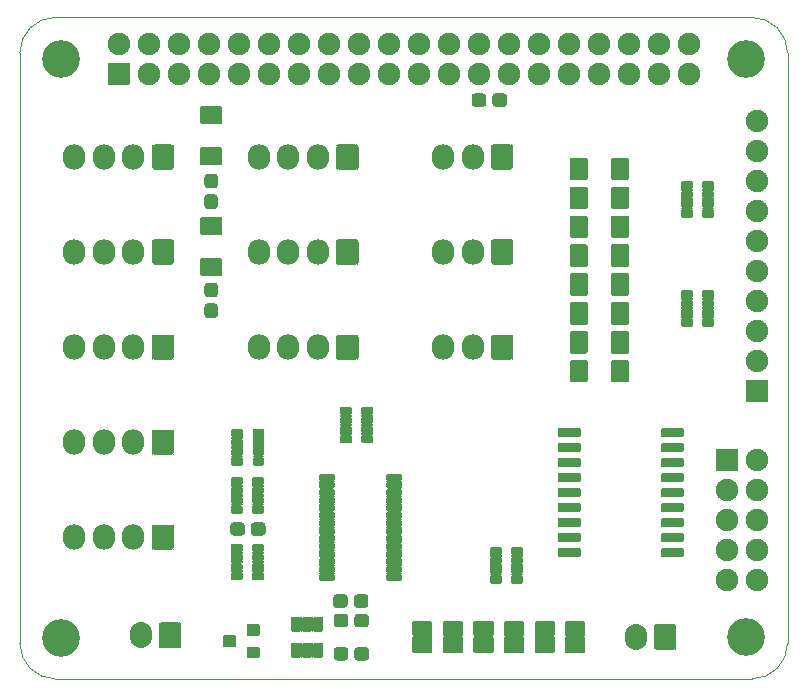
<source format=gbr>
%TF.GenerationSoftware,KiCad,Pcbnew,(5.1.7)-1*%
%TF.CreationDate,2022-01-16T10:28:54-05:00*%
%TF.ProjectId,reef-piHat,72656566-2d70-4694-9861-742e6b696361,rev?*%
%TF.SameCoordinates,Original*%
%TF.FileFunction,Soldermask,Top*%
%TF.FilePolarity,Negative*%
%FSLAX46Y46*%
G04 Gerber Fmt 4.6, Leading zero omitted, Abs format (unit mm)*
G04 Created by KiCad (PCBNEW (5.1.7)-1) date 2022-01-16 10:28:54*
%MOMM*%
%LPD*%
G01*
G04 APERTURE LIST*
%TA.AperFunction,Profile*%
%ADD10C,0.100000*%
%TD*%
%ADD11O,1.900000X1.900000*%
%ADD12O,1.900000X2.200000*%
%ADD13O,1.900000X2.150000*%
%ADD14C,3.200000*%
%ADD15C,0.100000*%
G04 APERTURE END LIST*
D10*
X78546356Y-63817611D02*
X78546356Y-113817611D01*
X78546356Y-63817611D02*
G75*
G02*
X81546356Y-60817611I3000000J0D01*
G01*
X140546356Y-60817611D02*
X81546356Y-60817611D01*
X140546356Y-60817611D02*
G75*
G02*
X143546356Y-63817611I0J-3000000D01*
G01*
X143546356Y-113817611D02*
X143546356Y-63817611D01*
X81546356Y-116817611D02*
G75*
G02*
X78546356Y-113817611I0J3000000D01*
G01*
X81546356Y-116817611D02*
X140546356Y-116817611D01*
X143546351Y-113822847D02*
G75*
G02*
X140546356Y-116817611I-2999995J5236D01*
G01*
X78546356Y-63817611D02*
X78546356Y-113817611D01*
X78546356Y-63817611D02*
G75*
G02*
X81546356Y-60817611I3000000J0D01*
G01*
X140546356Y-60817611D02*
X81546356Y-60817611D01*
X140546356Y-60817611D02*
G75*
G02*
X143546356Y-63817611I0J-3000000D01*
G01*
X143546356Y-113817611D02*
X143546356Y-63817611D01*
X81546356Y-116817611D02*
G75*
G02*
X78546356Y-113817611I0J3000000D01*
G01*
X81546356Y-116817611D02*
X140546356Y-116817611D01*
X143546351Y-113822847D02*
G75*
G02*
X140546356Y-116817611I-2999995J5236D01*
G01*
G36*
G01*
X103205000Y-112820000D02*
X102555000Y-112820000D01*
G75*
G02*
X102455000Y-112720000I0J100000D01*
G01*
X102455000Y-111660000D01*
G75*
G02*
X102555000Y-111560000I100000J0D01*
G01*
X103205000Y-111560000D01*
G75*
G02*
X103305000Y-111660000I0J-100000D01*
G01*
X103305000Y-112720000D01*
G75*
G02*
X103205000Y-112820000I-100000J0D01*
G01*
G37*
G36*
G01*
X102255000Y-112820000D02*
X101605000Y-112820000D01*
G75*
G02*
X101505000Y-112720000I0J100000D01*
G01*
X101505000Y-111660000D01*
G75*
G02*
X101605000Y-111560000I100000J0D01*
G01*
X102255000Y-111560000D01*
G75*
G02*
X102355000Y-111660000I0J-100000D01*
G01*
X102355000Y-112720000D01*
G75*
G02*
X102255000Y-112820000I-100000J0D01*
G01*
G37*
G36*
G01*
X104155000Y-112820000D02*
X103505000Y-112820000D01*
G75*
G02*
X103405000Y-112720000I0J100000D01*
G01*
X103405000Y-111660000D01*
G75*
G02*
X103505000Y-111560000I100000J0D01*
G01*
X104155000Y-111560000D01*
G75*
G02*
X104255000Y-111660000I0J-100000D01*
G01*
X104255000Y-112720000D01*
G75*
G02*
X104155000Y-112820000I-100000J0D01*
G01*
G37*
G36*
G01*
X104155000Y-115020000D02*
X103505000Y-115020000D01*
G75*
G02*
X103405000Y-114920000I0J100000D01*
G01*
X103405000Y-113860000D01*
G75*
G02*
X103505000Y-113760000I100000J0D01*
G01*
X104155000Y-113760000D01*
G75*
G02*
X104255000Y-113860000I0J-100000D01*
G01*
X104255000Y-114920000D01*
G75*
G02*
X104155000Y-115020000I-100000J0D01*
G01*
G37*
G36*
G01*
X103205000Y-115020000D02*
X102555000Y-115020000D01*
G75*
G02*
X102455000Y-114920000I0J100000D01*
G01*
X102455000Y-113860000D01*
G75*
G02*
X102555000Y-113760000I100000J0D01*
G01*
X103205000Y-113760000D01*
G75*
G02*
X103305000Y-113860000I0J-100000D01*
G01*
X103305000Y-114920000D01*
G75*
G02*
X103205000Y-115020000I-100000J0D01*
G01*
G37*
G36*
G01*
X102255000Y-115020000D02*
X101605000Y-115020000D01*
G75*
G02*
X101505000Y-114920000I0J100000D01*
G01*
X101505000Y-113860000D01*
G75*
G02*
X101605000Y-113760000I100000J0D01*
G01*
X102255000Y-113760000D01*
G75*
G02*
X102355000Y-113860000I0J-100000D01*
G01*
X102355000Y-114920000D01*
G75*
G02*
X102255000Y-115020000I-100000J0D01*
G01*
G37*
G36*
G01*
X110891200Y-108012600D02*
X110891200Y-108412600D01*
G75*
G02*
X110791200Y-108512600I-100000J0D01*
G01*
X109691200Y-108512600D01*
G75*
G02*
X109591200Y-108412600I0J100000D01*
G01*
X109591200Y-108012600D01*
G75*
G02*
X109691200Y-107912600I100000J0D01*
G01*
X110791200Y-107912600D01*
G75*
G02*
X110891200Y-108012600I0J-100000D01*
G01*
G37*
G36*
G01*
X110891200Y-107362600D02*
X110891200Y-107762600D01*
G75*
G02*
X110791200Y-107862600I-100000J0D01*
G01*
X109691200Y-107862600D01*
G75*
G02*
X109591200Y-107762600I0J100000D01*
G01*
X109591200Y-107362600D01*
G75*
G02*
X109691200Y-107262600I100000J0D01*
G01*
X110791200Y-107262600D01*
G75*
G02*
X110891200Y-107362600I0J-100000D01*
G01*
G37*
G36*
G01*
X110891200Y-106712600D02*
X110891200Y-107112600D01*
G75*
G02*
X110791200Y-107212600I-100000J0D01*
G01*
X109691200Y-107212600D01*
G75*
G02*
X109591200Y-107112600I0J100000D01*
G01*
X109591200Y-106712600D01*
G75*
G02*
X109691200Y-106612600I100000J0D01*
G01*
X110791200Y-106612600D01*
G75*
G02*
X110891200Y-106712600I0J-100000D01*
G01*
G37*
G36*
G01*
X110891200Y-106062600D02*
X110891200Y-106462600D01*
G75*
G02*
X110791200Y-106562600I-100000J0D01*
G01*
X109691200Y-106562600D01*
G75*
G02*
X109591200Y-106462600I0J100000D01*
G01*
X109591200Y-106062600D01*
G75*
G02*
X109691200Y-105962600I100000J0D01*
G01*
X110791200Y-105962600D01*
G75*
G02*
X110891200Y-106062600I0J-100000D01*
G01*
G37*
G36*
G01*
X110891200Y-105412600D02*
X110891200Y-105812600D01*
G75*
G02*
X110791200Y-105912600I-100000J0D01*
G01*
X109691200Y-105912600D01*
G75*
G02*
X109591200Y-105812600I0J100000D01*
G01*
X109591200Y-105412600D01*
G75*
G02*
X109691200Y-105312600I100000J0D01*
G01*
X110791200Y-105312600D01*
G75*
G02*
X110891200Y-105412600I0J-100000D01*
G01*
G37*
G36*
G01*
X110891200Y-104762600D02*
X110891200Y-105162600D01*
G75*
G02*
X110791200Y-105262600I-100000J0D01*
G01*
X109691200Y-105262600D01*
G75*
G02*
X109591200Y-105162600I0J100000D01*
G01*
X109591200Y-104762600D01*
G75*
G02*
X109691200Y-104662600I100000J0D01*
G01*
X110791200Y-104662600D01*
G75*
G02*
X110891200Y-104762600I0J-100000D01*
G01*
G37*
G36*
G01*
X110891200Y-104112600D02*
X110891200Y-104512600D01*
G75*
G02*
X110791200Y-104612600I-100000J0D01*
G01*
X109691200Y-104612600D01*
G75*
G02*
X109591200Y-104512600I0J100000D01*
G01*
X109591200Y-104112600D01*
G75*
G02*
X109691200Y-104012600I100000J0D01*
G01*
X110791200Y-104012600D01*
G75*
G02*
X110891200Y-104112600I0J-100000D01*
G01*
G37*
G36*
G01*
X110891200Y-103462600D02*
X110891200Y-103862600D01*
G75*
G02*
X110791200Y-103962600I-100000J0D01*
G01*
X109691200Y-103962600D01*
G75*
G02*
X109591200Y-103862600I0J100000D01*
G01*
X109591200Y-103462600D01*
G75*
G02*
X109691200Y-103362600I100000J0D01*
G01*
X110791200Y-103362600D01*
G75*
G02*
X110891200Y-103462600I0J-100000D01*
G01*
G37*
G36*
G01*
X110891200Y-102812600D02*
X110891200Y-103212600D01*
G75*
G02*
X110791200Y-103312600I-100000J0D01*
G01*
X109691200Y-103312600D01*
G75*
G02*
X109591200Y-103212600I0J100000D01*
G01*
X109591200Y-102812600D01*
G75*
G02*
X109691200Y-102712600I100000J0D01*
G01*
X110791200Y-102712600D01*
G75*
G02*
X110891200Y-102812600I0J-100000D01*
G01*
G37*
G36*
G01*
X110891200Y-102162600D02*
X110891200Y-102562600D01*
G75*
G02*
X110791200Y-102662600I-100000J0D01*
G01*
X109691200Y-102662600D01*
G75*
G02*
X109591200Y-102562600I0J100000D01*
G01*
X109591200Y-102162600D01*
G75*
G02*
X109691200Y-102062600I100000J0D01*
G01*
X110791200Y-102062600D01*
G75*
G02*
X110891200Y-102162600I0J-100000D01*
G01*
G37*
G36*
G01*
X110891200Y-101512600D02*
X110891200Y-101912600D01*
G75*
G02*
X110791200Y-102012600I-100000J0D01*
G01*
X109691200Y-102012600D01*
G75*
G02*
X109591200Y-101912600I0J100000D01*
G01*
X109591200Y-101512600D01*
G75*
G02*
X109691200Y-101412600I100000J0D01*
G01*
X110791200Y-101412600D01*
G75*
G02*
X110891200Y-101512600I0J-100000D01*
G01*
G37*
G36*
G01*
X110891200Y-100862600D02*
X110891200Y-101262600D01*
G75*
G02*
X110791200Y-101362600I-100000J0D01*
G01*
X109691200Y-101362600D01*
G75*
G02*
X109591200Y-101262600I0J100000D01*
G01*
X109591200Y-100862600D01*
G75*
G02*
X109691200Y-100762600I100000J0D01*
G01*
X110791200Y-100762600D01*
G75*
G02*
X110891200Y-100862600I0J-100000D01*
G01*
G37*
G36*
G01*
X110891200Y-100212600D02*
X110891200Y-100612600D01*
G75*
G02*
X110791200Y-100712600I-100000J0D01*
G01*
X109691200Y-100712600D01*
G75*
G02*
X109591200Y-100612600I0J100000D01*
G01*
X109591200Y-100212600D01*
G75*
G02*
X109691200Y-100112600I100000J0D01*
G01*
X110791200Y-100112600D01*
G75*
G02*
X110891200Y-100212600I0J-100000D01*
G01*
G37*
G36*
G01*
X110891200Y-99562600D02*
X110891200Y-99962600D01*
G75*
G02*
X110791200Y-100062600I-100000J0D01*
G01*
X109691200Y-100062600D01*
G75*
G02*
X109591200Y-99962600I0J100000D01*
G01*
X109591200Y-99562600D01*
G75*
G02*
X109691200Y-99462600I100000J0D01*
G01*
X110791200Y-99462600D01*
G75*
G02*
X110891200Y-99562600I0J-100000D01*
G01*
G37*
G36*
G01*
X105191200Y-99562600D02*
X105191200Y-99962600D01*
G75*
G02*
X105091200Y-100062600I-100000J0D01*
G01*
X103991200Y-100062600D01*
G75*
G02*
X103891200Y-99962600I0J100000D01*
G01*
X103891200Y-99562600D01*
G75*
G02*
X103991200Y-99462600I100000J0D01*
G01*
X105091200Y-99462600D01*
G75*
G02*
X105191200Y-99562600I0J-100000D01*
G01*
G37*
G36*
G01*
X105191200Y-100212600D02*
X105191200Y-100612600D01*
G75*
G02*
X105091200Y-100712600I-100000J0D01*
G01*
X103991200Y-100712600D01*
G75*
G02*
X103891200Y-100612600I0J100000D01*
G01*
X103891200Y-100212600D01*
G75*
G02*
X103991200Y-100112600I100000J0D01*
G01*
X105091200Y-100112600D01*
G75*
G02*
X105191200Y-100212600I0J-100000D01*
G01*
G37*
G36*
G01*
X105191200Y-100862600D02*
X105191200Y-101262600D01*
G75*
G02*
X105091200Y-101362600I-100000J0D01*
G01*
X103991200Y-101362600D01*
G75*
G02*
X103891200Y-101262600I0J100000D01*
G01*
X103891200Y-100862600D01*
G75*
G02*
X103991200Y-100762600I100000J0D01*
G01*
X105091200Y-100762600D01*
G75*
G02*
X105191200Y-100862600I0J-100000D01*
G01*
G37*
G36*
G01*
X105191200Y-101512600D02*
X105191200Y-101912600D01*
G75*
G02*
X105091200Y-102012600I-100000J0D01*
G01*
X103991200Y-102012600D01*
G75*
G02*
X103891200Y-101912600I0J100000D01*
G01*
X103891200Y-101512600D01*
G75*
G02*
X103991200Y-101412600I100000J0D01*
G01*
X105091200Y-101412600D01*
G75*
G02*
X105191200Y-101512600I0J-100000D01*
G01*
G37*
G36*
G01*
X105191200Y-102162600D02*
X105191200Y-102562600D01*
G75*
G02*
X105091200Y-102662600I-100000J0D01*
G01*
X103991200Y-102662600D01*
G75*
G02*
X103891200Y-102562600I0J100000D01*
G01*
X103891200Y-102162600D01*
G75*
G02*
X103991200Y-102062600I100000J0D01*
G01*
X105091200Y-102062600D01*
G75*
G02*
X105191200Y-102162600I0J-100000D01*
G01*
G37*
G36*
G01*
X105191200Y-102812600D02*
X105191200Y-103212600D01*
G75*
G02*
X105091200Y-103312600I-100000J0D01*
G01*
X103991200Y-103312600D01*
G75*
G02*
X103891200Y-103212600I0J100000D01*
G01*
X103891200Y-102812600D01*
G75*
G02*
X103991200Y-102712600I100000J0D01*
G01*
X105091200Y-102712600D01*
G75*
G02*
X105191200Y-102812600I0J-100000D01*
G01*
G37*
G36*
G01*
X105191200Y-103462600D02*
X105191200Y-103862600D01*
G75*
G02*
X105091200Y-103962600I-100000J0D01*
G01*
X103991200Y-103962600D01*
G75*
G02*
X103891200Y-103862600I0J100000D01*
G01*
X103891200Y-103462600D01*
G75*
G02*
X103991200Y-103362600I100000J0D01*
G01*
X105091200Y-103362600D01*
G75*
G02*
X105191200Y-103462600I0J-100000D01*
G01*
G37*
G36*
G01*
X105191200Y-104112600D02*
X105191200Y-104512600D01*
G75*
G02*
X105091200Y-104612600I-100000J0D01*
G01*
X103991200Y-104612600D01*
G75*
G02*
X103891200Y-104512600I0J100000D01*
G01*
X103891200Y-104112600D01*
G75*
G02*
X103991200Y-104012600I100000J0D01*
G01*
X105091200Y-104012600D01*
G75*
G02*
X105191200Y-104112600I0J-100000D01*
G01*
G37*
G36*
G01*
X105191200Y-104762600D02*
X105191200Y-105162600D01*
G75*
G02*
X105091200Y-105262600I-100000J0D01*
G01*
X103991200Y-105262600D01*
G75*
G02*
X103891200Y-105162600I0J100000D01*
G01*
X103891200Y-104762600D01*
G75*
G02*
X103991200Y-104662600I100000J0D01*
G01*
X105091200Y-104662600D01*
G75*
G02*
X105191200Y-104762600I0J-100000D01*
G01*
G37*
G36*
G01*
X105191200Y-105412600D02*
X105191200Y-105812600D01*
G75*
G02*
X105091200Y-105912600I-100000J0D01*
G01*
X103991200Y-105912600D01*
G75*
G02*
X103891200Y-105812600I0J100000D01*
G01*
X103891200Y-105412600D01*
G75*
G02*
X103991200Y-105312600I100000J0D01*
G01*
X105091200Y-105312600D01*
G75*
G02*
X105191200Y-105412600I0J-100000D01*
G01*
G37*
G36*
G01*
X105191200Y-106062600D02*
X105191200Y-106462600D01*
G75*
G02*
X105091200Y-106562600I-100000J0D01*
G01*
X103991200Y-106562600D01*
G75*
G02*
X103891200Y-106462600I0J100000D01*
G01*
X103891200Y-106062600D01*
G75*
G02*
X103991200Y-105962600I100000J0D01*
G01*
X105091200Y-105962600D01*
G75*
G02*
X105191200Y-106062600I0J-100000D01*
G01*
G37*
G36*
G01*
X105191200Y-106712600D02*
X105191200Y-107112600D01*
G75*
G02*
X105091200Y-107212600I-100000J0D01*
G01*
X103991200Y-107212600D01*
G75*
G02*
X103891200Y-107112600I0J100000D01*
G01*
X103891200Y-106712600D01*
G75*
G02*
X103991200Y-106612600I100000J0D01*
G01*
X105091200Y-106612600D01*
G75*
G02*
X105191200Y-106712600I0J-100000D01*
G01*
G37*
G36*
G01*
X105191200Y-107362600D02*
X105191200Y-107762600D01*
G75*
G02*
X105091200Y-107862600I-100000J0D01*
G01*
X103991200Y-107862600D01*
G75*
G02*
X103891200Y-107762600I0J100000D01*
G01*
X103891200Y-107362600D01*
G75*
G02*
X103991200Y-107262600I100000J0D01*
G01*
X105091200Y-107262600D01*
G75*
G02*
X105191200Y-107362600I0J-100000D01*
G01*
G37*
G36*
G01*
X105191200Y-108012600D02*
X105191200Y-108412600D01*
G75*
G02*
X105091200Y-108512600I-100000J0D01*
G01*
X103991200Y-108512600D01*
G75*
G02*
X103891200Y-108412600I0J100000D01*
G01*
X103891200Y-108012600D01*
G75*
G02*
X103991200Y-107912600I100000J0D01*
G01*
X105091200Y-107912600D01*
G75*
G02*
X105191200Y-108012600I0J-100000D01*
G01*
G37*
G36*
G01*
X134520000Y-84490000D02*
X134520000Y-83990000D01*
G75*
G02*
X134620000Y-83890000I100000J0D01*
G01*
X135420000Y-83890000D01*
G75*
G02*
X135520000Y-83990000I0J-100000D01*
G01*
X135520000Y-84490000D01*
G75*
G02*
X135420000Y-84590000I-100000J0D01*
G01*
X134620000Y-84590000D01*
G75*
G02*
X134520000Y-84490000I0J100000D01*
G01*
G37*
G36*
G01*
X134520000Y-86040000D02*
X134520000Y-85640000D01*
G75*
G02*
X134620000Y-85540000I100000J0D01*
G01*
X135420000Y-85540000D01*
G75*
G02*
X135520000Y-85640000I0J-100000D01*
G01*
X135520000Y-86040000D01*
G75*
G02*
X135420000Y-86140000I-100000J0D01*
G01*
X134620000Y-86140000D01*
G75*
G02*
X134520000Y-86040000I0J100000D01*
G01*
G37*
G36*
G01*
X134520000Y-85240000D02*
X134520000Y-84840000D01*
G75*
G02*
X134620000Y-84740000I100000J0D01*
G01*
X135420000Y-84740000D01*
G75*
G02*
X135520000Y-84840000I0J-100000D01*
G01*
X135520000Y-85240000D01*
G75*
G02*
X135420000Y-85340000I-100000J0D01*
G01*
X134620000Y-85340000D01*
G75*
G02*
X134520000Y-85240000I0J100000D01*
G01*
G37*
G36*
G01*
X134520000Y-86890000D02*
X134520000Y-86390000D01*
G75*
G02*
X134620000Y-86290000I100000J0D01*
G01*
X135420000Y-86290000D01*
G75*
G02*
X135520000Y-86390000I0J-100000D01*
G01*
X135520000Y-86890000D01*
G75*
G02*
X135420000Y-86990000I-100000J0D01*
G01*
X134620000Y-86990000D01*
G75*
G02*
X134520000Y-86890000I0J100000D01*
G01*
G37*
G36*
G01*
X136320000Y-85240000D02*
X136320000Y-84840000D01*
G75*
G02*
X136420000Y-84740000I100000J0D01*
G01*
X137220000Y-84740000D01*
G75*
G02*
X137320000Y-84840000I0J-100000D01*
G01*
X137320000Y-85240000D01*
G75*
G02*
X137220000Y-85340000I-100000J0D01*
G01*
X136420000Y-85340000D01*
G75*
G02*
X136320000Y-85240000I0J100000D01*
G01*
G37*
G36*
G01*
X136320000Y-84490000D02*
X136320000Y-83990000D01*
G75*
G02*
X136420000Y-83890000I100000J0D01*
G01*
X137220000Y-83890000D01*
G75*
G02*
X137320000Y-83990000I0J-100000D01*
G01*
X137320000Y-84490000D01*
G75*
G02*
X137220000Y-84590000I-100000J0D01*
G01*
X136420000Y-84590000D01*
G75*
G02*
X136320000Y-84490000I0J100000D01*
G01*
G37*
G36*
G01*
X136320000Y-86040000D02*
X136320000Y-85640000D01*
G75*
G02*
X136420000Y-85540000I100000J0D01*
G01*
X137220000Y-85540000D01*
G75*
G02*
X137320000Y-85640000I0J-100000D01*
G01*
X137320000Y-86040000D01*
G75*
G02*
X137220000Y-86140000I-100000J0D01*
G01*
X136420000Y-86140000D01*
G75*
G02*
X136320000Y-86040000I0J100000D01*
G01*
G37*
G36*
G01*
X136320000Y-86890000D02*
X136320000Y-86390000D01*
G75*
G02*
X136420000Y-86290000I100000J0D01*
G01*
X137220000Y-86290000D01*
G75*
G02*
X137320000Y-86390000I0J-100000D01*
G01*
X137320000Y-86890000D01*
G75*
G02*
X137220000Y-86990000I-100000J0D01*
G01*
X136420000Y-86990000D01*
G75*
G02*
X136320000Y-86890000I0J100000D01*
G01*
G37*
G36*
G01*
X137480000Y-99148000D02*
X137480000Y-97448000D01*
G75*
G02*
X137580000Y-97348000I100000J0D01*
G01*
X139280000Y-97348000D01*
G75*
G02*
X139380000Y-97448000I0J-100000D01*
G01*
X139380000Y-99148000D01*
G75*
G02*
X139280000Y-99248000I-100000J0D01*
G01*
X137580000Y-99248000D01*
G75*
G02*
X137480000Y-99148000I0J100000D01*
G01*
G37*
D11*
X140970000Y-98298000D03*
X138430000Y-100838000D03*
X140970000Y-100838000D03*
X138430000Y-103378000D03*
X140970000Y-103378000D03*
X138430000Y-105918000D03*
X140970000Y-105918000D03*
X138430000Y-108458000D03*
X140970000Y-108458000D03*
G36*
G01*
X96850000Y-113240000D02*
X96850000Y-114040000D01*
G75*
G02*
X96750000Y-114140000I-100000J0D01*
G01*
X95850000Y-114140000D01*
G75*
G02*
X95750000Y-114040000I0J100000D01*
G01*
X95750000Y-113240000D01*
G75*
G02*
X95850000Y-113140000I100000J0D01*
G01*
X96750000Y-113140000D01*
G75*
G02*
X96850000Y-113240000I0J-100000D01*
G01*
G37*
G36*
G01*
X98850000Y-112290000D02*
X98850000Y-113090000D01*
G75*
G02*
X98750000Y-113190000I-100000J0D01*
G01*
X97850000Y-113190000D01*
G75*
G02*
X97750000Y-113090000I0J100000D01*
G01*
X97750000Y-112290000D01*
G75*
G02*
X97850000Y-112190000I100000J0D01*
G01*
X98750000Y-112190000D01*
G75*
G02*
X98850000Y-112290000I0J-100000D01*
G01*
G37*
G36*
G01*
X98850000Y-114190000D02*
X98850000Y-114990000D01*
G75*
G02*
X98750000Y-115090000I-100000J0D01*
G01*
X97850000Y-115090000D01*
G75*
G02*
X97750000Y-114990000I0J100000D01*
G01*
X97750000Y-114190000D01*
G75*
G02*
X97850000Y-114090000I100000J0D01*
G01*
X98750000Y-114090000D01*
G75*
G02*
X98850000Y-114190000I0J-100000D01*
G01*
G37*
D12*
X130690000Y-113270000D03*
G36*
G01*
X134140000Y-112449300D02*
X134140000Y-114090700D01*
G75*
G02*
X133860700Y-114370000I-279300J0D01*
G01*
X132519300Y-114370000D01*
G75*
G02*
X132240000Y-114090700I0J279300D01*
G01*
X132240000Y-112449300D01*
G75*
G02*
X132519300Y-112170000I279300J0D01*
G01*
X133860700Y-112170000D01*
G75*
G02*
X134140000Y-112449300I0J-279300D01*
G01*
G37*
G36*
G01*
X106817000Y-110523500D02*
X106817000Y-109948500D01*
G75*
G02*
X107104500Y-109661000I287500J0D01*
G01*
X107779500Y-109661000D01*
G75*
G02*
X108067000Y-109948500I0J-287500D01*
G01*
X108067000Y-110523500D01*
G75*
G02*
X107779500Y-110811000I-287500J0D01*
G01*
X107104500Y-110811000D01*
G75*
G02*
X106817000Y-110523500I0J287500D01*
G01*
G37*
G36*
G01*
X105067000Y-110523500D02*
X105067000Y-109948500D01*
G75*
G02*
X105354500Y-109661000I287500J0D01*
G01*
X106029500Y-109661000D01*
G75*
G02*
X106317000Y-109948500I0J-287500D01*
G01*
X106317000Y-110523500D01*
G75*
G02*
X106029500Y-110811000I-287500J0D01*
G01*
X105354500Y-110811000D01*
G75*
G02*
X105067000Y-110523500I0J287500D01*
G01*
G37*
X88770000Y-113140000D03*
G36*
G01*
X92220000Y-112319300D02*
X92220000Y-113960700D01*
G75*
G02*
X91940700Y-114240000I-279300J0D01*
G01*
X90599300Y-114240000D01*
G75*
G02*
X90320000Y-113960700I0J279300D01*
G01*
X90320000Y-112319300D01*
G75*
G02*
X90599300Y-112040000I279300J0D01*
G01*
X91940700Y-112040000D01*
G75*
G02*
X92220000Y-112319300I0J-279300D01*
G01*
G37*
D13*
X114380000Y-80692625D03*
X116880000Y-80692625D03*
G36*
G01*
X120330000Y-79897036D02*
X120330000Y-81488214D01*
G75*
G02*
X120050589Y-81767625I-279411J0D01*
G01*
X118709411Y-81767625D01*
G75*
G02*
X118430000Y-81488214I0J279411D01*
G01*
X118430000Y-79897036D01*
G75*
G02*
X118709411Y-79617625I279411J0D01*
G01*
X120050589Y-79617625D01*
G75*
G02*
X120330000Y-79897036I0J-279411D01*
G01*
G37*
G36*
G01*
X91614183Y-104042911D02*
X91614183Y-105634089D01*
G75*
G02*
X91334772Y-105913500I-279411J0D01*
G01*
X89993594Y-105913500D01*
G75*
G02*
X89714183Y-105634089I0J279411D01*
G01*
X89714183Y-104042911D01*
G75*
G02*
X89993594Y-103763500I279411J0D01*
G01*
X91334772Y-103763500D01*
G75*
G02*
X91614183Y-104042911I0J-279411D01*
G01*
G37*
X88164183Y-104838500D03*
X85664183Y-104838500D03*
X83164183Y-104838500D03*
G36*
G01*
X86070000Y-64640000D02*
X87770000Y-64640000D01*
G75*
G02*
X87870000Y-64740000I0J-100000D01*
G01*
X87870000Y-66440000D01*
G75*
G02*
X87770000Y-66540000I-100000J0D01*
G01*
X86070000Y-66540000D01*
G75*
G02*
X85970000Y-66440000I0J100000D01*
G01*
X85970000Y-64740000D01*
G75*
G02*
X86070000Y-64640000I100000J0D01*
G01*
G37*
D11*
X86920000Y-63050000D03*
X89460000Y-65590000D03*
X89460000Y-63050000D03*
X92000000Y-65590000D03*
X92000000Y-63050000D03*
X94540000Y-65590000D03*
X94540000Y-63050000D03*
X97080000Y-65590000D03*
X97080000Y-63050000D03*
X99620000Y-65590000D03*
X99620000Y-63050000D03*
X102160000Y-65590000D03*
X102160000Y-63050000D03*
X104700000Y-65590000D03*
X104700000Y-63050000D03*
X107240000Y-65590000D03*
X107240000Y-63050000D03*
X109780000Y-65590000D03*
X109780000Y-63050000D03*
X112320000Y-65590000D03*
X112320000Y-63050000D03*
X114860000Y-65590000D03*
X114860000Y-63050000D03*
X117400000Y-65590000D03*
X117400000Y-63050000D03*
X119940000Y-65590000D03*
X119940000Y-63050000D03*
X122480000Y-65590000D03*
X122480000Y-63050000D03*
X125020000Y-65590000D03*
X125020000Y-63050000D03*
X127560000Y-65590000D03*
X127560000Y-63050000D03*
X130100000Y-65590000D03*
X130100000Y-63050000D03*
X132640000Y-65590000D03*
X132640000Y-63050000D03*
X135180000Y-65590000D03*
X135180000Y-63050000D03*
D14*
X82040000Y-64310000D03*
X140040000Y-64330000D03*
X82040000Y-113320000D03*
X140030000Y-113310000D03*
D13*
X98772091Y-88741250D03*
X101272091Y-88741250D03*
X103772091Y-88741250D03*
G36*
G01*
X107222091Y-87945661D02*
X107222091Y-89536839D01*
G75*
G02*
X106942680Y-89816250I-279411J0D01*
G01*
X105601502Y-89816250D01*
G75*
G02*
X105322091Y-89536839I0J279411D01*
G01*
X105322091Y-87945661D01*
G75*
G02*
X105601502Y-87666250I279411J0D01*
G01*
X106942680Y-87666250D01*
G75*
G02*
X107222091Y-87945661I0J-279411D01*
G01*
G37*
G36*
G01*
X91614183Y-95994286D02*
X91614183Y-97585464D01*
G75*
G02*
X91334772Y-97864875I-279411J0D01*
G01*
X89993594Y-97864875D01*
G75*
G02*
X89714183Y-97585464I0J279411D01*
G01*
X89714183Y-95994286D01*
G75*
G02*
X89993594Y-95714875I279411J0D01*
G01*
X91334772Y-95714875D01*
G75*
G02*
X91614183Y-95994286I0J-279411D01*
G01*
G37*
X88164183Y-96789875D03*
X85664183Y-96789875D03*
X83164183Y-96789875D03*
G36*
G01*
X107222091Y-71848411D02*
X107222091Y-73439589D01*
G75*
G02*
X106942680Y-73719000I-279411J0D01*
G01*
X105601502Y-73719000D01*
G75*
G02*
X105322091Y-73439589I0J279411D01*
G01*
X105322091Y-71848411D01*
G75*
G02*
X105601502Y-71569000I279411J0D01*
G01*
X106942680Y-71569000D01*
G75*
G02*
X107222091Y-71848411I0J-279411D01*
G01*
G37*
X103772091Y-72644000D03*
X101272091Y-72644000D03*
X98772091Y-72644000D03*
X98772091Y-80692625D03*
X101272091Y-80692625D03*
X103772091Y-80692625D03*
G36*
G01*
X107222091Y-79897036D02*
X107222091Y-81488214D01*
G75*
G02*
X106942680Y-81767625I-279411J0D01*
G01*
X105601502Y-81767625D01*
G75*
G02*
X105322091Y-81488214I0J279411D01*
G01*
X105322091Y-79897036D01*
G75*
G02*
X105601502Y-79617625I279411J0D01*
G01*
X106942680Y-79617625D01*
G75*
G02*
X107222091Y-79897036I0J-279411D01*
G01*
G37*
G36*
G01*
X91614183Y-71848411D02*
X91614183Y-73439589D01*
G75*
G02*
X91334772Y-73719000I-279411J0D01*
G01*
X89993594Y-73719000D01*
G75*
G02*
X89714183Y-73439589I0J279411D01*
G01*
X89714183Y-71848411D01*
G75*
G02*
X89993594Y-71569000I279411J0D01*
G01*
X91334772Y-71569000D01*
G75*
G02*
X91614183Y-71848411I0J-279411D01*
G01*
G37*
X88164183Y-72644000D03*
X85664183Y-72644000D03*
X83164183Y-72644000D03*
X83164183Y-80692625D03*
X85664183Y-80692625D03*
X88164183Y-80692625D03*
G36*
G01*
X91614183Y-79897036D02*
X91614183Y-81488214D01*
G75*
G02*
X91334772Y-81767625I-279411J0D01*
G01*
X89993594Y-81767625D01*
G75*
G02*
X89714183Y-81488214I0J279411D01*
G01*
X89714183Y-79897036D01*
G75*
G02*
X89993594Y-79617625I279411J0D01*
G01*
X91334772Y-79617625D01*
G75*
G02*
X91614183Y-79897036I0J-279411D01*
G01*
G37*
G36*
G01*
X120330000Y-71848411D02*
X120330000Y-73439589D01*
G75*
G02*
X120050589Y-73719000I-279411J0D01*
G01*
X118709411Y-73719000D01*
G75*
G02*
X118430000Y-73439589I0J279411D01*
G01*
X118430000Y-71848411D01*
G75*
G02*
X118709411Y-71569000I279411J0D01*
G01*
X120050589Y-71569000D01*
G75*
G02*
X120330000Y-71848411I0J-279411D01*
G01*
G37*
X116880000Y-72644000D03*
X114380000Y-72644000D03*
G36*
G01*
X120330000Y-87945661D02*
X120330000Y-89536839D01*
G75*
G02*
X120050589Y-89816250I-279411J0D01*
G01*
X118709411Y-89816250D01*
G75*
G02*
X118430000Y-89536839I0J279411D01*
G01*
X118430000Y-87945661D01*
G75*
G02*
X118709411Y-87666250I279411J0D01*
G01*
X120050589Y-87666250D01*
G75*
G02*
X120330000Y-87945661I0J-279411D01*
G01*
G37*
X116880000Y-88741250D03*
X114380000Y-88741250D03*
G36*
G01*
X124095000Y-96280000D02*
X124095000Y-95680000D01*
G75*
G02*
X124195000Y-95580000I100000J0D01*
G01*
X125920000Y-95580000D01*
G75*
G02*
X126020000Y-95680000I0J-100000D01*
G01*
X126020000Y-96280000D01*
G75*
G02*
X125920000Y-96380000I-100000J0D01*
G01*
X124195000Y-96380000D01*
G75*
G02*
X124095000Y-96280000I0J100000D01*
G01*
G37*
G36*
G01*
X124095000Y-97550000D02*
X124095000Y-96950000D01*
G75*
G02*
X124195000Y-96850000I100000J0D01*
G01*
X125920000Y-96850000D01*
G75*
G02*
X126020000Y-96950000I0J-100000D01*
G01*
X126020000Y-97550000D01*
G75*
G02*
X125920000Y-97650000I-100000J0D01*
G01*
X124195000Y-97650000D01*
G75*
G02*
X124095000Y-97550000I0J100000D01*
G01*
G37*
G36*
G01*
X124095000Y-98820000D02*
X124095000Y-98220000D01*
G75*
G02*
X124195000Y-98120000I100000J0D01*
G01*
X125920000Y-98120000D01*
G75*
G02*
X126020000Y-98220000I0J-100000D01*
G01*
X126020000Y-98820000D01*
G75*
G02*
X125920000Y-98920000I-100000J0D01*
G01*
X124195000Y-98920000D01*
G75*
G02*
X124095000Y-98820000I0J100000D01*
G01*
G37*
G36*
G01*
X124095000Y-100090000D02*
X124095000Y-99490000D01*
G75*
G02*
X124195000Y-99390000I100000J0D01*
G01*
X125920000Y-99390000D01*
G75*
G02*
X126020000Y-99490000I0J-100000D01*
G01*
X126020000Y-100090000D01*
G75*
G02*
X125920000Y-100190000I-100000J0D01*
G01*
X124195000Y-100190000D01*
G75*
G02*
X124095000Y-100090000I0J100000D01*
G01*
G37*
G36*
G01*
X124095000Y-101360000D02*
X124095000Y-100760000D01*
G75*
G02*
X124195000Y-100660000I100000J0D01*
G01*
X125920000Y-100660000D01*
G75*
G02*
X126020000Y-100760000I0J-100000D01*
G01*
X126020000Y-101360000D01*
G75*
G02*
X125920000Y-101460000I-100000J0D01*
G01*
X124195000Y-101460000D01*
G75*
G02*
X124095000Y-101360000I0J100000D01*
G01*
G37*
G36*
G01*
X124095000Y-102630000D02*
X124095000Y-102030000D01*
G75*
G02*
X124195000Y-101930000I100000J0D01*
G01*
X125920000Y-101930000D01*
G75*
G02*
X126020000Y-102030000I0J-100000D01*
G01*
X126020000Y-102630000D01*
G75*
G02*
X125920000Y-102730000I-100000J0D01*
G01*
X124195000Y-102730000D01*
G75*
G02*
X124095000Y-102630000I0J100000D01*
G01*
G37*
G36*
G01*
X124095000Y-103900000D02*
X124095000Y-103300000D01*
G75*
G02*
X124195000Y-103200000I100000J0D01*
G01*
X125920000Y-103200000D01*
G75*
G02*
X126020000Y-103300000I0J-100000D01*
G01*
X126020000Y-103900000D01*
G75*
G02*
X125920000Y-104000000I-100000J0D01*
G01*
X124195000Y-104000000D01*
G75*
G02*
X124095000Y-103900000I0J100000D01*
G01*
G37*
G36*
G01*
X124095000Y-105170000D02*
X124095000Y-104570000D01*
G75*
G02*
X124195000Y-104470000I100000J0D01*
G01*
X125920000Y-104470000D01*
G75*
G02*
X126020000Y-104570000I0J-100000D01*
G01*
X126020000Y-105170000D01*
G75*
G02*
X125920000Y-105270000I-100000J0D01*
G01*
X124195000Y-105270000D01*
G75*
G02*
X124095000Y-105170000I0J100000D01*
G01*
G37*
G36*
G01*
X124095000Y-106440000D02*
X124095000Y-105840000D01*
G75*
G02*
X124195000Y-105740000I100000J0D01*
G01*
X125920000Y-105740000D01*
G75*
G02*
X126020000Y-105840000I0J-100000D01*
G01*
X126020000Y-106440000D01*
G75*
G02*
X125920000Y-106540000I-100000J0D01*
G01*
X124195000Y-106540000D01*
G75*
G02*
X124095000Y-106440000I0J100000D01*
G01*
G37*
G36*
G01*
X132820000Y-96280000D02*
X132820000Y-95680000D01*
G75*
G02*
X132920000Y-95580000I100000J0D01*
G01*
X134645000Y-95580000D01*
G75*
G02*
X134745000Y-95680000I0J-100000D01*
G01*
X134745000Y-96280000D01*
G75*
G02*
X134645000Y-96380000I-100000J0D01*
G01*
X132920000Y-96380000D01*
G75*
G02*
X132820000Y-96280000I0J100000D01*
G01*
G37*
G36*
G01*
X132820000Y-97550000D02*
X132820000Y-96950000D01*
G75*
G02*
X132920000Y-96850000I100000J0D01*
G01*
X134645000Y-96850000D01*
G75*
G02*
X134745000Y-96950000I0J-100000D01*
G01*
X134745000Y-97550000D01*
G75*
G02*
X134645000Y-97650000I-100000J0D01*
G01*
X132920000Y-97650000D01*
G75*
G02*
X132820000Y-97550000I0J100000D01*
G01*
G37*
G36*
G01*
X132820000Y-98820000D02*
X132820000Y-98220000D01*
G75*
G02*
X132920000Y-98120000I100000J0D01*
G01*
X134645000Y-98120000D01*
G75*
G02*
X134745000Y-98220000I0J-100000D01*
G01*
X134745000Y-98820000D01*
G75*
G02*
X134645000Y-98920000I-100000J0D01*
G01*
X132920000Y-98920000D01*
G75*
G02*
X132820000Y-98820000I0J100000D01*
G01*
G37*
G36*
G01*
X132820000Y-100090000D02*
X132820000Y-99490000D01*
G75*
G02*
X132920000Y-99390000I100000J0D01*
G01*
X134645000Y-99390000D01*
G75*
G02*
X134745000Y-99490000I0J-100000D01*
G01*
X134745000Y-100090000D01*
G75*
G02*
X134645000Y-100190000I-100000J0D01*
G01*
X132920000Y-100190000D01*
G75*
G02*
X132820000Y-100090000I0J100000D01*
G01*
G37*
G36*
G01*
X132820000Y-101360000D02*
X132820000Y-100760000D01*
G75*
G02*
X132920000Y-100660000I100000J0D01*
G01*
X134645000Y-100660000D01*
G75*
G02*
X134745000Y-100760000I0J-100000D01*
G01*
X134745000Y-101360000D01*
G75*
G02*
X134645000Y-101460000I-100000J0D01*
G01*
X132920000Y-101460000D01*
G75*
G02*
X132820000Y-101360000I0J100000D01*
G01*
G37*
G36*
G01*
X132820000Y-102630000D02*
X132820000Y-102030000D01*
G75*
G02*
X132920000Y-101930000I100000J0D01*
G01*
X134645000Y-101930000D01*
G75*
G02*
X134745000Y-102030000I0J-100000D01*
G01*
X134745000Y-102630000D01*
G75*
G02*
X134645000Y-102730000I-100000J0D01*
G01*
X132920000Y-102730000D01*
G75*
G02*
X132820000Y-102630000I0J100000D01*
G01*
G37*
G36*
G01*
X132820000Y-103900000D02*
X132820000Y-103300000D01*
G75*
G02*
X132920000Y-103200000I100000J0D01*
G01*
X134645000Y-103200000D01*
G75*
G02*
X134745000Y-103300000I0J-100000D01*
G01*
X134745000Y-103900000D01*
G75*
G02*
X134645000Y-104000000I-100000J0D01*
G01*
X132920000Y-104000000D01*
G75*
G02*
X132820000Y-103900000I0J100000D01*
G01*
G37*
G36*
G01*
X132820000Y-105170000D02*
X132820000Y-104570000D01*
G75*
G02*
X132920000Y-104470000I100000J0D01*
G01*
X134645000Y-104470000D01*
G75*
G02*
X134745000Y-104570000I0J-100000D01*
G01*
X134745000Y-105170000D01*
G75*
G02*
X134645000Y-105270000I-100000J0D01*
G01*
X132920000Y-105270000D01*
G75*
G02*
X132820000Y-105170000I0J100000D01*
G01*
G37*
G36*
G01*
X132820000Y-106440000D02*
X132820000Y-105840000D01*
G75*
G02*
X132920000Y-105740000I100000J0D01*
G01*
X134645000Y-105740000D01*
G75*
G02*
X134745000Y-105840000I0J-100000D01*
G01*
X134745000Y-106440000D01*
G75*
G02*
X134645000Y-106540000I-100000J0D01*
G01*
X132920000Y-106540000D01*
G75*
G02*
X132820000Y-106440000I0J100000D01*
G01*
G37*
G36*
G01*
X141920000Y-91606000D02*
X141920000Y-93306000D01*
G75*
G02*
X141820000Y-93406000I-100000J0D01*
G01*
X140120000Y-93406000D01*
G75*
G02*
X140020000Y-93306000I0J100000D01*
G01*
X140020000Y-91606000D01*
G75*
G02*
X140120000Y-91506000I100000J0D01*
G01*
X141820000Y-91506000D01*
G75*
G02*
X141920000Y-91606000I0J-100000D01*
G01*
G37*
D11*
X140970000Y-89916000D03*
X140970000Y-87376000D03*
X140970000Y-84836000D03*
X140970000Y-82296000D03*
X140970000Y-79756000D03*
X140970000Y-77216000D03*
X140970000Y-74676000D03*
X140970000Y-72136000D03*
X140970000Y-69596000D03*
G36*
G01*
X95037500Y-77045000D02*
X94462500Y-77045000D01*
G75*
G02*
X94175000Y-76757500I0J287500D01*
G01*
X94175000Y-76082500D01*
G75*
G02*
X94462500Y-75795000I287500J0D01*
G01*
X95037500Y-75795000D01*
G75*
G02*
X95325000Y-76082500I0J-287500D01*
G01*
X95325000Y-76757500D01*
G75*
G02*
X95037500Y-77045000I-287500J0D01*
G01*
G37*
G36*
G01*
X95037500Y-75295000D02*
X94462500Y-75295000D01*
G75*
G02*
X94175000Y-75007500I0J287500D01*
G01*
X94175000Y-74332500D01*
G75*
G02*
X94462500Y-74045000I287500J0D01*
G01*
X95037500Y-74045000D01*
G75*
G02*
X95325000Y-74332500I0J-287500D01*
G01*
X95325000Y-75007500D01*
G75*
G02*
X95037500Y-75295000I-287500J0D01*
G01*
G37*
G36*
G01*
X95037500Y-84525000D02*
X94462500Y-84525000D01*
G75*
G02*
X94175000Y-84237500I0J287500D01*
G01*
X94175000Y-83562500D01*
G75*
G02*
X94462500Y-83275000I287500J0D01*
G01*
X95037500Y-83275000D01*
G75*
G02*
X95325000Y-83562500I0J-287500D01*
G01*
X95325000Y-84237500D01*
G75*
G02*
X95037500Y-84525000I-287500J0D01*
G01*
G37*
G36*
G01*
X95037500Y-86275000D02*
X94462500Y-86275000D01*
G75*
G02*
X94175000Y-85987500I0J287500D01*
G01*
X94175000Y-85312500D01*
G75*
G02*
X94462500Y-85025000I287500J0D01*
G01*
X95037500Y-85025000D01*
G75*
G02*
X95325000Y-85312500I0J-287500D01*
G01*
X95325000Y-85987500D01*
G75*
G02*
X95037500Y-86275000I-287500J0D01*
G01*
G37*
G36*
G01*
X106865000Y-114987500D02*
X106865000Y-114412500D01*
G75*
G02*
X107152500Y-114125000I287500J0D01*
G01*
X107827500Y-114125000D01*
G75*
G02*
X108115000Y-114412500I0J-287500D01*
G01*
X108115000Y-114987500D01*
G75*
G02*
X107827500Y-115275000I-287500J0D01*
G01*
X107152500Y-115275000D01*
G75*
G02*
X106865000Y-114987500I0J287500D01*
G01*
G37*
G36*
G01*
X105115000Y-114987500D02*
X105115000Y-114412500D01*
G75*
G02*
X105402500Y-114125000I287500J0D01*
G01*
X106077500Y-114125000D01*
G75*
G02*
X106365000Y-114412500I0J-287500D01*
G01*
X106365000Y-114987500D01*
G75*
G02*
X106077500Y-115275000I-287500J0D01*
G01*
X105402500Y-115275000D01*
G75*
G02*
X105115000Y-114987500I0J287500D01*
G01*
G37*
G36*
G01*
X105110000Y-112177500D02*
X105110000Y-111602500D01*
G75*
G02*
X105397500Y-111315000I287500J0D01*
G01*
X106072500Y-111315000D01*
G75*
G02*
X106360000Y-111602500I0J-287500D01*
G01*
X106360000Y-112177500D01*
G75*
G02*
X106072500Y-112465000I-287500J0D01*
G01*
X105397500Y-112465000D01*
G75*
G02*
X105110000Y-112177500I0J287500D01*
G01*
G37*
G36*
G01*
X106860000Y-112177500D02*
X106860000Y-111602500D01*
G75*
G02*
X107147500Y-111315000I287500J0D01*
G01*
X107822500Y-111315000D01*
G75*
G02*
X108110000Y-111602500I0J-287500D01*
G01*
X108110000Y-112177500D01*
G75*
G02*
X107822500Y-112465000I-287500J0D01*
G01*
X107147500Y-112465000D01*
G75*
G02*
X106860000Y-112177500I0J287500D01*
G01*
G37*
G36*
G01*
X126616939Y-89918777D02*
X126616939Y-91618777D01*
G75*
G02*
X126516939Y-91718777I-100000J0D01*
G01*
X125216939Y-91718777D01*
G75*
G02*
X125116939Y-91618777I0J100000D01*
G01*
X125116939Y-89918777D01*
G75*
G02*
X125216939Y-89818777I100000J0D01*
G01*
X126516939Y-89818777D01*
G75*
G02*
X126616939Y-89918777I0J-100000D01*
G01*
G37*
G36*
G01*
X130116939Y-89918777D02*
X130116939Y-91618777D01*
G75*
G02*
X130016939Y-91718777I-100000J0D01*
G01*
X128716939Y-91718777D01*
G75*
G02*
X128616939Y-91618777I0J100000D01*
G01*
X128616939Y-89918777D01*
G75*
G02*
X128716939Y-89818777I100000J0D01*
G01*
X130016939Y-89818777D01*
G75*
G02*
X130116939Y-89918777I0J-100000D01*
G01*
G37*
G36*
G01*
X95592000Y-73330000D02*
X93892000Y-73330000D01*
G75*
G02*
X93792000Y-73230000I0J100000D01*
G01*
X93792000Y-71930000D01*
G75*
G02*
X93892000Y-71830000I100000J0D01*
G01*
X95592000Y-71830000D01*
G75*
G02*
X95692000Y-71930000I0J-100000D01*
G01*
X95692000Y-73230000D01*
G75*
G02*
X95592000Y-73330000I-100000J0D01*
G01*
G37*
G36*
G01*
X95592000Y-69830000D02*
X93892000Y-69830000D01*
G75*
G02*
X93792000Y-69730000I0J100000D01*
G01*
X93792000Y-68430000D01*
G75*
G02*
X93892000Y-68330000I100000J0D01*
G01*
X95592000Y-68330000D01*
G75*
G02*
X95692000Y-68430000I0J-100000D01*
G01*
X95692000Y-69730000D01*
G75*
G02*
X95592000Y-69830000I-100000J0D01*
G01*
G37*
G36*
G01*
X126616939Y-87473234D02*
X126616939Y-89173234D01*
G75*
G02*
X126516939Y-89273234I-100000J0D01*
G01*
X125216939Y-89273234D01*
G75*
G02*
X125116939Y-89173234I0J100000D01*
G01*
X125116939Y-87473234D01*
G75*
G02*
X125216939Y-87373234I100000J0D01*
G01*
X126516939Y-87373234D01*
G75*
G02*
X126616939Y-87473234I0J-100000D01*
G01*
G37*
G36*
G01*
X130116939Y-87473234D02*
X130116939Y-89173234D01*
G75*
G02*
X130016939Y-89273234I-100000J0D01*
G01*
X128716939Y-89273234D01*
G75*
G02*
X128616939Y-89173234I0J100000D01*
G01*
X128616939Y-87473234D01*
G75*
G02*
X128716939Y-87373234I100000J0D01*
G01*
X130016939Y-87373234D01*
G75*
G02*
X130116939Y-87473234I0J-100000D01*
G01*
G37*
G36*
G01*
X130116939Y-85027695D02*
X130116939Y-86727695D01*
G75*
G02*
X130016939Y-86827695I-100000J0D01*
G01*
X128716939Y-86827695D01*
G75*
G02*
X128616939Y-86727695I0J100000D01*
G01*
X128616939Y-85027695D01*
G75*
G02*
X128716939Y-84927695I100000J0D01*
G01*
X130016939Y-84927695D01*
G75*
G02*
X130116939Y-85027695I0J-100000D01*
G01*
G37*
G36*
G01*
X126616939Y-85027695D02*
X126616939Y-86727695D01*
G75*
G02*
X126516939Y-86827695I-100000J0D01*
G01*
X125216939Y-86827695D01*
G75*
G02*
X125116939Y-86727695I0J100000D01*
G01*
X125116939Y-85027695D01*
G75*
G02*
X125216939Y-84927695I100000J0D01*
G01*
X126516939Y-84927695D01*
G75*
G02*
X126616939Y-85027695I0J-100000D01*
G01*
G37*
G36*
G01*
X130116939Y-82582156D02*
X130116939Y-84282156D01*
G75*
G02*
X130016939Y-84382156I-100000J0D01*
G01*
X128716939Y-84382156D01*
G75*
G02*
X128616939Y-84282156I0J100000D01*
G01*
X128616939Y-82582156D01*
G75*
G02*
X128716939Y-82482156I100000J0D01*
G01*
X130016939Y-82482156D01*
G75*
G02*
X130116939Y-82582156I0J-100000D01*
G01*
G37*
G36*
G01*
X126616939Y-82582156D02*
X126616939Y-84282156D01*
G75*
G02*
X126516939Y-84382156I-100000J0D01*
G01*
X125216939Y-84382156D01*
G75*
G02*
X125116939Y-84282156I0J100000D01*
G01*
X125116939Y-82582156D01*
G75*
G02*
X125216939Y-82482156I100000J0D01*
G01*
X126516939Y-82482156D01*
G75*
G02*
X126616939Y-82582156I0J-100000D01*
G01*
G37*
G36*
G01*
X95600000Y-79220000D02*
X93900000Y-79220000D01*
G75*
G02*
X93800000Y-79120000I0J100000D01*
G01*
X93800000Y-77820000D01*
G75*
G02*
X93900000Y-77720000I100000J0D01*
G01*
X95600000Y-77720000D01*
G75*
G02*
X95700000Y-77820000I0J-100000D01*
G01*
X95700000Y-79120000D01*
G75*
G02*
X95600000Y-79220000I-100000J0D01*
G01*
G37*
G36*
G01*
X95600000Y-82720000D02*
X93900000Y-82720000D01*
G75*
G02*
X93800000Y-82620000I0J100000D01*
G01*
X93800000Y-81320000D01*
G75*
G02*
X93900000Y-81220000I100000J0D01*
G01*
X95600000Y-81220000D01*
G75*
G02*
X95700000Y-81320000I0J-100000D01*
G01*
X95700000Y-82620000D01*
G75*
G02*
X95600000Y-82720000I-100000J0D01*
G01*
G37*
G36*
G01*
X126616939Y-80136617D02*
X126616939Y-81836617D01*
G75*
G02*
X126516939Y-81936617I-100000J0D01*
G01*
X125216939Y-81936617D01*
G75*
G02*
X125116939Y-81836617I0J100000D01*
G01*
X125116939Y-80136617D01*
G75*
G02*
X125216939Y-80036617I100000J0D01*
G01*
X126516939Y-80036617D01*
G75*
G02*
X126616939Y-80136617I0J-100000D01*
G01*
G37*
G36*
G01*
X130116939Y-80136617D02*
X130116939Y-81836617D01*
G75*
G02*
X130016939Y-81936617I-100000J0D01*
G01*
X128716939Y-81936617D01*
G75*
G02*
X128616939Y-81836617I0J100000D01*
G01*
X128616939Y-80136617D01*
G75*
G02*
X128716939Y-80036617I100000J0D01*
G01*
X130016939Y-80036617D01*
G75*
G02*
X130116939Y-80136617I0J-100000D01*
G01*
G37*
G36*
G01*
X130116939Y-77691078D02*
X130116939Y-79391078D01*
G75*
G02*
X130016939Y-79491078I-100000J0D01*
G01*
X128716939Y-79491078D01*
G75*
G02*
X128616939Y-79391078I0J100000D01*
G01*
X128616939Y-77691078D01*
G75*
G02*
X128716939Y-77591078I100000J0D01*
G01*
X130016939Y-77591078D01*
G75*
G02*
X130116939Y-77691078I0J-100000D01*
G01*
G37*
G36*
G01*
X126616939Y-77691078D02*
X126616939Y-79391078D01*
G75*
G02*
X126516939Y-79491078I-100000J0D01*
G01*
X125216939Y-79491078D01*
G75*
G02*
X125116939Y-79391078I0J100000D01*
G01*
X125116939Y-77691078D01*
G75*
G02*
X125216939Y-77591078I100000J0D01*
G01*
X126516939Y-77591078D01*
G75*
G02*
X126616939Y-77691078I0J-100000D01*
G01*
G37*
G36*
G01*
X126616939Y-75245539D02*
X126616939Y-76945539D01*
G75*
G02*
X126516939Y-77045539I-100000J0D01*
G01*
X125216939Y-77045539D01*
G75*
G02*
X125116939Y-76945539I0J100000D01*
G01*
X125116939Y-75245539D01*
G75*
G02*
X125216939Y-75145539I100000J0D01*
G01*
X126516939Y-75145539D01*
G75*
G02*
X126616939Y-75245539I0J-100000D01*
G01*
G37*
G36*
G01*
X130116939Y-75245539D02*
X130116939Y-76945539D01*
G75*
G02*
X130016939Y-77045539I-100000J0D01*
G01*
X128716939Y-77045539D01*
G75*
G02*
X128616939Y-76945539I0J100000D01*
G01*
X128616939Y-75245539D01*
G75*
G02*
X128716939Y-75145539I100000J0D01*
G01*
X130016939Y-75145539D01*
G75*
G02*
X130116939Y-75245539I0J-100000D01*
G01*
G37*
G36*
G01*
X130116939Y-72800000D02*
X130116939Y-74500000D01*
G75*
G02*
X130016939Y-74600000I-100000J0D01*
G01*
X128716939Y-74600000D01*
G75*
G02*
X128616939Y-74500000I0J100000D01*
G01*
X128616939Y-72800000D01*
G75*
G02*
X128716939Y-72700000I100000J0D01*
G01*
X130016939Y-72700000D01*
G75*
G02*
X130116939Y-72800000I0J-100000D01*
G01*
G37*
G36*
G01*
X126616939Y-72800000D02*
X126616939Y-74500000D01*
G75*
G02*
X126516939Y-74600000I-100000J0D01*
G01*
X125216939Y-74600000D01*
G75*
G02*
X125116939Y-74500000I0J100000D01*
G01*
X125116939Y-72800000D01*
G75*
G02*
X125216939Y-72700000I100000J0D01*
G01*
X126516939Y-72700000D01*
G75*
G02*
X126616939Y-72800000I0J-100000D01*
G01*
G37*
G36*
G01*
X91614183Y-87945661D02*
X91614183Y-89536839D01*
G75*
G02*
X91334772Y-89816250I-279411J0D01*
G01*
X89993594Y-89816250D01*
G75*
G02*
X89714183Y-89536839I0J279411D01*
G01*
X89714183Y-87945661D01*
G75*
G02*
X89993594Y-87666250I279411J0D01*
G01*
X91334772Y-87666250D01*
G75*
G02*
X91614183Y-87945661I0J-279411D01*
G01*
G37*
D13*
X88164183Y-88741250D03*
X85664183Y-88741250D03*
X83164183Y-88741250D03*
D15*
G36*
X126399479Y-113079909D02*
G01*
X126393788Y-113098668D01*
X126384547Y-113115957D01*
X126372111Y-113131111D01*
X126356870Y-113143605D01*
X125606870Y-113643605D01*
X125589572Y-113652828D01*
X125570806Y-113658499D01*
X125551295Y-113660400D01*
X125531788Y-113658458D01*
X125513035Y-113652748D01*
X125495930Y-113643605D01*
X124745930Y-113143605D01*
X124730763Y-113131185D01*
X124718311Y-113116044D01*
X124709052Y-113098765D01*
X124703342Y-113080012D01*
X124701400Y-113060400D01*
X124701400Y-112060400D01*
X124703321Y-112040891D01*
X124709012Y-112022132D01*
X124718253Y-112004843D01*
X124730689Y-111989689D01*
X124745843Y-111977253D01*
X124763132Y-111968012D01*
X124781891Y-111962321D01*
X124801400Y-111960400D01*
X126301400Y-111960400D01*
X126320909Y-111962321D01*
X126339668Y-111968012D01*
X126356957Y-111977253D01*
X126372111Y-111989689D01*
X126384547Y-112004843D01*
X126393788Y-112022132D01*
X126399479Y-112040891D01*
X126401400Y-112060400D01*
X126401400Y-113060400D01*
X126399479Y-113079909D01*
G37*
G36*
X126399479Y-114529909D02*
G01*
X126393788Y-114548668D01*
X126384547Y-114565957D01*
X126372111Y-114581111D01*
X126356957Y-114593547D01*
X126339668Y-114602788D01*
X126320909Y-114608479D01*
X126301400Y-114610400D01*
X124801400Y-114610400D01*
X124781891Y-114608479D01*
X124763132Y-114602788D01*
X124745843Y-114593547D01*
X124730689Y-114581111D01*
X124718253Y-114565957D01*
X124709012Y-114548668D01*
X124703321Y-114529909D01*
X124701400Y-114510400D01*
X124701400Y-113360400D01*
X124703321Y-113340891D01*
X124709012Y-113322132D01*
X124718253Y-113304843D01*
X124730689Y-113289689D01*
X124745843Y-113277253D01*
X124763132Y-113268012D01*
X124781891Y-113262321D01*
X124801400Y-113260400D01*
X124820909Y-113262321D01*
X124839668Y-113268012D01*
X124856870Y-113277195D01*
X125551400Y-113740215D01*
X126245930Y-113277195D01*
X126263228Y-113267972D01*
X126281994Y-113262301D01*
X126301505Y-113260400D01*
X126321012Y-113262342D01*
X126339765Y-113268052D01*
X126357044Y-113277311D01*
X126372185Y-113289763D01*
X126384605Y-113304930D01*
X126393828Y-113322228D01*
X126399499Y-113340994D01*
X126401400Y-113360400D01*
X126401400Y-114510400D01*
X126399479Y-114529909D01*
G37*
G36*
X123834079Y-114529909D02*
G01*
X123828388Y-114548668D01*
X123819147Y-114565957D01*
X123806711Y-114581111D01*
X123791557Y-114593547D01*
X123774268Y-114602788D01*
X123755509Y-114608479D01*
X123736000Y-114610400D01*
X122236000Y-114610400D01*
X122216491Y-114608479D01*
X122197732Y-114602788D01*
X122180443Y-114593547D01*
X122165289Y-114581111D01*
X122152853Y-114565957D01*
X122143612Y-114548668D01*
X122137921Y-114529909D01*
X122136000Y-114510400D01*
X122136000Y-113360400D01*
X122137921Y-113340891D01*
X122143612Y-113322132D01*
X122152853Y-113304843D01*
X122165289Y-113289689D01*
X122180443Y-113277253D01*
X122197732Y-113268012D01*
X122216491Y-113262321D01*
X122236000Y-113260400D01*
X122255509Y-113262321D01*
X122274268Y-113268012D01*
X122291470Y-113277195D01*
X122986000Y-113740215D01*
X123680530Y-113277195D01*
X123697828Y-113267972D01*
X123716594Y-113262301D01*
X123736105Y-113260400D01*
X123755612Y-113262342D01*
X123774365Y-113268052D01*
X123791644Y-113277311D01*
X123806785Y-113289763D01*
X123819205Y-113304930D01*
X123828428Y-113322228D01*
X123834099Y-113340994D01*
X123836000Y-113360400D01*
X123836000Y-114510400D01*
X123834079Y-114529909D01*
G37*
G36*
X123834079Y-113079909D02*
G01*
X123828388Y-113098668D01*
X123819147Y-113115957D01*
X123806711Y-113131111D01*
X123791470Y-113143605D01*
X123041470Y-113643605D01*
X123024172Y-113652828D01*
X123005406Y-113658499D01*
X122985895Y-113660400D01*
X122966388Y-113658458D01*
X122947635Y-113652748D01*
X122930530Y-113643605D01*
X122180530Y-113143605D01*
X122165363Y-113131185D01*
X122152911Y-113116044D01*
X122143652Y-113098765D01*
X122137942Y-113080012D01*
X122136000Y-113060400D01*
X122136000Y-112060400D01*
X122137921Y-112040891D01*
X122143612Y-112022132D01*
X122152853Y-112004843D01*
X122165289Y-111989689D01*
X122180443Y-111977253D01*
X122197732Y-111968012D01*
X122216491Y-111962321D01*
X122236000Y-111960400D01*
X123736000Y-111960400D01*
X123755509Y-111962321D01*
X123774268Y-111968012D01*
X123791557Y-111977253D01*
X123806711Y-111989689D01*
X123819147Y-112004843D01*
X123828388Y-112022132D01*
X123834079Y-112040891D01*
X123836000Y-112060400D01*
X123836000Y-113060400D01*
X123834079Y-113079909D01*
G37*
G36*
X121243279Y-113079909D02*
G01*
X121237588Y-113098668D01*
X121228347Y-113115957D01*
X121215911Y-113131111D01*
X121200670Y-113143605D01*
X120450670Y-113643605D01*
X120433372Y-113652828D01*
X120414606Y-113658499D01*
X120395095Y-113660400D01*
X120375588Y-113658458D01*
X120356835Y-113652748D01*
X120339730Y-113643605D01*
X119589730Y-113143605D01*
X119574563Y-113131185D01*
X119562111Y-113116044D01*
X119552852Y-113098765D01*
X119547142Y-113080012D01*
X119545200Y-113060400D01*
X119545200Y-112060400D01*
X119547121Y-112040891D01*
X119552812Y-112022132D01*
X119562053Y-112004843D01*
X119574489Y-111989689D01*
X119589643Y-111977253D01*
X119606932Y-111968012D01*
X119625691Y-111962321D01*
X119645200Y-111960400D01*
X121145200Y-111960400D01*
X121164709Y-111962321D01*
X121183468Y-111968012D01*
X121200757Y-111977253D01*
X121215911Y-111989689D01*
X121228347Y-112004843D01*
X121237588Y-112022132D01*
X121243279Y-112040891D01*
X121245200Y-112060400D01*
X121245200Y-113060400D01*
X121243279Y-113079909D01*
G37*
G36*
X121243279Y-114529909D02*
G01*
X121237588Y-114548668D01*
X121228347Y-114565957D01*
X121215911Y-114581111D01*
X121200757Y-114593547D01*
X121183468Y-114602788D01*
X121164709Y-114608479D01*
X121145200Y-114610400D01*
X119645200Y-114610400D01*
X119625691Y-114608479D01*
X119606932Y-114602788D01*
X119589643Y-114593547D01*
X119574489Y-114581111D01*
X119562053Y-114565957D01*
X119552812Y-114548668D01*
X119547121Y-114529909D01*
X119545200Y-114510400D01*
X119545200Y-113360400D01*
X119547121Y-113340891D01*
X119552812Y-113322132D01*
X119562053Y-113304843D01*
X119574489Y-113289689D01*
X119589643Y-113277253D01*
X119606932Y-113268012D01*
X119625691Y-113262321D01*
X119645200Y-113260400D01*
X119664709Y-113262321D01*
X119683468Y-113268012D01*
X119700670Y-113277195D01*
X120395200Y-113740215D01*
X121089730Y-113277195D01*
X121107028Y-113267972D01*
X121125794Y-113262301D01*
X121145305Y-113260400D01*
X121164812Y-113262342D01*
X121183565Y-113268052D01*
X121200844Y-113277311D01*
X121215985Y-113289763D01*
X121228405Y-113304930D01*
X121237628Y-113322228D01*
X121243299Y-113340994D01*
X121245200Y-113360400D01*
X121245200Y-114510400D01*
X121243279Y-114529909D01*
G37*
G36*
X118652479Y-114529909D02*
G01*
X118646788Y-114548668D01*
X118637547Y-114565957D01*
X118625111Y-114581111D01*
X118609957Y-114593547D01*
X118592668Y-114602788D01*
X118573909Y-114608479D01*
X118554400Y-114610400D01*
X117054400Y-114610400D01*
X117034891Y-114608479D01*
X117016132Y-114602788D01*
X116998843Y-114593547D01*
X116983689Y-114581111D01*
X116971253Y-114565957D01*
X116962012Y-114548668D01*
X116956321Y-114529909D01*
X116954400Y-114510400D01*
X116954400Y-113360400D01*
X116956321Y-113340891D01*
X116962012Y-113322132D01*
X116971253Y-113304843D01*
X116983689Y-113289689D01*
X116998843Y-113277253D01*
X117016132Y-113268012D01*
X117034891Y-113262321D01*
X117054400Y-113260400D01*
X117073909Y-113262321D01*
X117092668Y-113268012D01*
X117109870Y-113277195D01*
X117804400Y-113740215D01*
X118498930Y-113277195D01*
X118516228Y-113267972D01*
X118534994Y-113262301D01*
X118554505Y-113260400D01*
X118574012Y-113262342D01*
X118592765Y-113268052D01*
X118610044Y-113277311D01*
X118625185Y-113289763D01*
X118637605Y-113304930D01*
X118646828Y-113322228D01*
X118652499Y-113340994D01*
X118654400Y-113360400D01*
X118654400Y-114510400D01*
X118652479Y-114529909D01*
G37*
G36*
X118652479Y-113079909D02*
G01*
X118646788Y-113098668D01*
X118637547Y-113115957D01*
X118625111Y-113131111D01*
X118609870Y-113143605D01*
X117859870Y-113643605D01*
X117842572Y-113652828D01*
X117823806Y-113658499D01*
X117804295Y-113660400D01*
X117784788Y-113658458D01*
X117766035Y-113652748D01*
X117748930Y-113643605D01*
X116998930Y-113143605D01*
X116983763Y-113131185D01*
X116971311Y-113116044D01*
X116962052Y-113098765D01*
X116956342Y-113080012D01*
X116954400Y-113060400D01*
X116954400Y-112060400D01*
X116956321Y-112040891D01*
X116962012Y-112022132D01*
X116971253Y-112004843D01*
X116983689Y-111989689D01*
X116998843Y-111977253D01*
X117016132Y-111968012D01*
X117034891Y-111962321D01*
X117054400Y-111960400D01*
X118554400Y-111960400D01*
X118573909Y-111962321D01*
X118592668Y-111968012D01*
X118609957Y-111977253D01*
X118625111Y-111989689D01*
X118637547Y-112004843D01*
X118646788Y-112022132D01*
X118652479Y-112040891D01*
X118654400Y-112060400D01*
X118654400Y-113060400D01*
X118652479Y-113079909D01*
G37*
G36*
G01*
X121150000Y-108157200D02*
X121150000Y-108657200D01*
G75*
G02*
X121050000Y-108757200I-100000J0D01*
G01*
X120250000Y-108757200D01*
G75*
G02*
X120150000Y-108657200I0J100000D01*
G01*
X120150000Y-108157200D01*
G75*
G02*
X120250000Y-108057200I100000J0D01*
G01*
X121050000Y-108057200D01*
G75*
G02*
X121150000Y-108157200I0J-100000D01*
G01*
G37*
G36*
G01*
X121150000Y-106607200D02*
X121150000Y-107007200D01*
G75*
G02*
X121050000Y-107107200I-100000J0D01*
G01*
X120250000Y-107107200D01*
G75*
G02*
X120150000Y-107007200I0J100000D01*
G01*
X120150000Y-106607200D01*
G75*
G02*
X120250000Y-106507200I100000J0D01*
G01*
X121050000Y-106507200D01*
G75*
G02*
X121150000Y-106607200I0J-100000D01*
G01*
G37*
G36*
G01*
X121150000Y-107407200D02*
X121150000Y-107807200D01*
G75*
G02*
X121050000Y-107907200I-100000J0D01*
G01*
X120250000Y-107907200D01*
G75*
G02*
X120150000Y-107807200I0J100000D01*
G01*
X120150000Y-107407200D01*
G75*
G02*
X120250000Y-107307200I100000J0D01*
G01*
X121050000Y-107307200D01*
G75*
G02*
X121150000Y-107407200I0J-100000D01*
G01*
G37*
G36*
G01*
X121150000Y-105757200D02*
X121150000Y-106257200D01*
G75*
G02*
X121050000Y-106357200I-100000J0D01*
G01*
X120250000Y-106357200D01*
G75*
G02*
X120150000Y-106257200I0J100000D01*
G01*
X120150000Y-105757200D01*
G75*
G02*
X120250000Y-105657200I100000J0D01*
G01*
X121050000Y-105657200D01*
G75*
G02*
X121150000Y-105757200I0J-100000D01*
G01*
G37*
G36*
G01*
X119350000Y-107407200D02*
X119350000Y-107807200D01*
G75*
G02*
X119250000Y-107907200I-100000J0D01*
G01*
X118450000Y-107907200D01*
G75*
G02*
X118350000Y-107807200I0J100000D01*
G01*
X118350000Y-107407200D01*
G75*
G02*
X118450000Y-107307200I100000J0D01*
G01*
X119250000Y-107307200D01*
G75*
G02*
X119350000Y-107407200I0J-100000D01*
G01*
G37*
G36*
G01*
X119350000Y-108157200D02*
X119350000Y-108657200D01*
G75*
G02*
X119250000Y-108757200I-100000J0D01*
G01*
X118450000Y-108757200D01*
G75*
G02*
X118350000Y-108657200I0J100000D01*
G01*
X118350000Y-108157200D01*
G75*
G02*
X118450000Y-108057200I100000J0D01*
G01*
X119250000Y-108057200D01*
G75*
G02*
X119350000Y-108157200I0J-100000D01*
G01*
G37*
G36*
G01*
X119350000Y-106607200D02*
X119350000Y-107007200D01*
G75*
G02*
X119250000Y-107107200I-100000J0D01*
G01*
X118450000Y-107107200D01*
G75*
G02*
X118350000Y-107007200I0J100000D01*
G01*
X118350000Y-106607200D01*
G75*
G02*
X118450000Y-106507200I100000J0D01*
G01*
X119250000Y-106507200D01*
G75*
G02*
X119350000Y-106607200I0J-100000D01*
G01*
G37*
G36*
G01*
X119350000Y-105757200D02*
X119350000Y-106257200D01*
G75*
G02*
X119250000Y-106357200I-100000J0D01*
G01*
X118450000Y-106357200D01*
G75*
G02*
X118350000Y-106257200I0J100000D01*
G01*
X118350000Y-105757200D01*
G75*
G02*
X118450000Y-105657200I100000J0D01*
G01*
X119250000Y-105657200D01*
G75*
G02*
X119350000Y-105757200I0J-100000D01*
G01*
G37*
G36*
G01*
X105660000Y-94380000D02*
X105660000Y-93880000D01*
G75*
G02*
X105760000Y-93780000I100000J0D01*
G01*
X106560000Y-93780000D01*
G75*
G02*
X106660000Y-93880000I0J-100000D01*
G01*
X106660000Y-94380000D01*
G75*
G02*
X106560000Y-94480000I-100000J0D01*
G01*
X105760000Y-94480000D01*
G75*
G02*
X105660000Y-94380000I0J100000D01*
G01*
G37*
G36*
G01*
X105660000Y-95930000D02*
X105660000Y-95530000D01*
G75*
G02*
X105760000Y-95430000I100000J0D01*
G01*
X106560000Y-95430000D01*
G75*
G02*
X106660000Y-95530000I0J-100000D01*
G01*
X106660000Y-95930000D01*
G75*
G02*
X106560000Y-96030000I-100000J0D01*
G01*
X105760000Y-96030000D01*
G75*
G02*
X105660000Y-95930000I0J100000D01*
G01*
G37*
G36*
G01*
X105660000Y-95130000D02*
X105660000Y-94730000D01*
G75*
G02*
X105760000Y-94630000I100000J0D01*
G01*
X106560000Y-94630000D01*
G75*
G02*
X106660000Y-94730000I0J-100000D01*
G01*
X106660000Y-95130000D01*
G75*
G02*
X106560000Y-95230000I-100000J0D01*
G01*
X105760000Y-95230000D01*
G75*
G02*
X105660000Y-95130000I0J100000D01*
G01*
G37*
G36*
G01*
X105660000Y-96780000D02*
X105660000Y-96280000D01*
G75*
G02*
X105760000Y-96180000I100000J0D01*
G01*
X106560000Y-96180000D01*
G75*
G02*
X106660000Y-96280000I0J-100000D01*
G01*
X106660000Y-96780000D01*
G75*
G02*
X106560000Y-96880000I-100000J0D01*
G01*
X105760000Y-96880000D01*
G75*
G02*
X105660000Y-96780000I0J100000D01*
G01*
G37*
G36*
G01*
X107460000Y-95130000D02*
X107460000Y-94730000D01*
G75*
G02*
X107560000Y-94630000I100000J0D01*
G01*
X108360000Y-94630000D01*
G75*
G02*
X108460000Y-94730000I0J-100000D01*
G01*
X108460000Y-95130000D01*
G75*
G02*
X108360000Y-95230000I-100000J0D01*
G01*
X107560000Y-95230000D01*
G75*
G02*
X107460000Y-95130000I0J100000D01*
G01*
G37*
G36*
G01*
X107460000Y-94380000D02*
X107460000Y-93880000D01*
G75*
G02*
X107560000Y-93780000I100000J0D01*
G01*
X108360000Y-93780000D01*
G75*
G02*
X108460000Y-93880000I0J-100000D01*
G01*
X108460000Y-94380000D01*
G75*
G02*
X108360000Y-94480000I-100000J0D01*
G01*
X107560000Y-94480000D01*
G75*
G02*
X107460000Y-94380000I0J100000D01*
G01*
G37*
G36*
G01*
X107460000Y-95930000D02*
X107460000Y-95530000D01*
G75*
G02*
X107560000Y-95430000I100000J0D01*
G01*
X108360000Y-95430000D01*
G75*
G02*
X108460000Y-95530000I0J-100000D01*
G01*
X108460000Y-95930000D01*
G75*
G02*
X108360000Y-96030000I-100000J0D01*
G01*
X107560000Y-96030000D01*
G75*
G02*
X107460000Y-95930000I0J100000D01*
G01*
G37*
G36*
G01*
X107460000Y-96780000D02*
X107460000Y-96280000D01*
G75*
G02*
X107560000Y-96180000I100000J0D01*
G01*
X108360000Y-96180000D01*
G75*
G02*
X108460000Y-96280000I0J-100000D01*
G01*
X108460000Y-96780000D01*
G75*
G02*
X108360000Y-96880000I-100000J0D01*
G01*
X107560000Y-96880000D01*
G75*
G02*
X107460000Y-96780000I0J100000D01*
G01*
G37*
G36*
G01*
X96401000Y-100339000D02*
X96401000Y-99839000D01*
G75*
G02*
X96501000Y-99739000I100000J0D01*
G01*
X97301000Y-99739000D01*
G75*
G02*
X97401000Y-99839000I0J-100000D01*
G01*
X97401000Y-100339000D01*
G75*
G02*
X97301000Y-100439000I-100000J0D01*
G01*
X96501000Y-100439000D01*
G75*
G02*
X96401000Y-100339000I0J100000D01*
G01*
G37*
G36*
G01*
X96401000Y-101889000D02*
X96401000Y-101489000D01*
G75*
G02*
X96501000Y-101389000I100000J0D01*
G01*
X97301000Y-101389000D01*
G75*
G02*
X97401000Y-101489000I0J-100000D01*
G01*
X97401000Y-101889000D01*
G75*
G02*
X97301000Y-101989000I-100000J0D01*
G01*
X96501000Y-101989000D01*
G75*
G02*
X96401000Y-101889000I0J100000D01*
G01*
G37*
G36*
G01*
X96401000Y-101089000D02*
X96401000Y-100689000D01*
G75*
G02*
X96501000Y-100589000I100000J0D01*
G01*
X97301000Y-100589000D01*
G75*
G02*
X97401000Y-100689000I0J-100000D01*
G01*
X97401000Y-101089000D01*
G75*
G02*
X97301000Y-101189000I-100000J0D01*
G01*
X96501000Y-101189000D01*
G75*
G02*
X96401000Y-101089000I0J100000D01*
G01*
G37*
G36*
G01*
X96401000Y-102739000D02*
X96401000Y-102239000D01*
G75*
G02*
X96501000Y-102139000I100000J0D01*
G01*
X97301000Y-102139000D01*
G75*
G02*
X97401000Y-102239000I0J-100000D01*
G01*
X97401000Y-102739000D01*
G75*
G02*
X97301000Y-102839000I-100000J0D01*
G01*
X96501000Y-102839000D01*
G75*
G02*
X96401000Y-102739000I0J100000D01*
G01*
G37*
G36*
G01*
X98201000Y-101089000D02*
X98201000Y-100689000D01*
G75*
G02*
X98301000Y-100589000I100000J0D01*
G01*
X99101000Y-100589000D01*
G75*
G02*
X99201000Y-100689000I0J-100000D01*
G01*
X99201000Y-101089000D01*
G75*
G02*
X99101000Y-101189000I-100000J0D01*
G01*
X98301000Y-101189000D01*
G75*
G02*
X98201000Y-101089000I0J100000D01*
G01*
G37*
G36*
G01*
X98201000Y-100339000D02*
X98201000Y-99839000D01*
G75*
G02*
X98301000Y-99739000I100000J0D01*
G01*
X99101000Y-99739000D01*
G75*
G02*
X99201000Y-99839000I0J-100000D01*
G01*
X99201000Y-100339000D01*
G75*
G02*
X99101000Y-100439000I-100000J0D01*
G01*
X98301000Y-100439000D01*
G75*
G02*
X98201000Y-100339000I0J100000D01*
G01*
G37*
G36*
G01*
X98201000Y-101889000D02*
X98201000Y-101489000D01*
G75*
G02*
X98301000Y-101389000I100000J0D01*
G01*
X99101000Y-101389000D01*
G75*
G02*
X99201000Y-101489000I0J-100000D01*
G01*
X99201000Y-101889000D01*
G75*
G02*
X99101000Y-101989000I-100000J0D01*
G01*
X98301000Y-101989000D01*
G75*
G02*
X98201000Y-101889000I0J100000D01*
G01*
G37*
G36*
G01*
X98201000Y-102739000D02*
X98201000Y-102239000D01*
G75*
G02*
X98301000Y-102139000I100000J0D01*
G01*
X99101000Y-102139000D01*
G75*
G02*
X99201000Y-102239000I0J-100000D01*
G01*
X99201000Y-102739000D01*
G75*
G02*
X99101000Y-102839000I-100000J0D01*
G01*
X98301000Y-102839000D01*
G75*
G02*
X98201000Y-102739000I0J100000D01*
G01*
G37*
G36*
G01*
X98253500Y-98668500D02*
X98253500Y-98168500D01*
G75*
G02*
X98353500Y-98068500I100000J0D01*
G01*
X99153500Y-98068500D01*
G75*
G02*
X99253500Y-98168500I0J-100000D01*
G01*
X99253500Y-98668500D01*
G75*
G02*
X99153500Y-98768500I-100000J0D01*
G01*
X98353500Y-98768500D01*
G75*
G02*
X98253500Y-98668500I0J100000D01*
G01*
G37*
G36*
G01*
X98253500Y-97818500D02*
X98253500Y-97418500D01*
G75*
G02*
X98353500Y-97318500I100000J0D01*
G01*
X99153500Y-97318500D01*
G75*
G02*
X99253500Y-97418500I0J-100000D01*
G01*
X99253500Y-97818500D01*
G75*
G02*
X99153500Y-97918500I-100000J0D01*
G01*
X98353500Y-97918500D01*
G75*
G02*
X98253500Y-97818500I0J100000D01*
G01*
G37*
G36*
G01*
X98253500Y-96268500D02*
X98253500Y-95768500D01*
G75*
G02*
X98353500Y-95668500I100000J0D01*
G01*
X99153500Y-95668500D01*
G75*
G02*
X99253500Y-95768500I0J-100000D01*
G01*
X99253500Y-96268500D01*
G75*
G02*
X99153500Y-96368500I-100000J0D01*
G01*
X98353500Y-96368500D01*
G75*
G02*
X98253500Y-96268500I0J100000D01*
G01*
G37*
G36*
G01*
X98253500Y-97018500D02*
X98253500Y-96618500D01*
G75*
G02*
X98353500Y-96518500I100000J0D01*
G01*
X99153500Y-96518500D01*
G75*
G02*
X99253500Y-96618500I0J-100000D01*
G01*
X99253500Y-97018500D01*
G75*
G02*
X99153500Y-97118500I-100000J0D01*
G01*
X98353500Y-97118500D01*
G75*
G02*
X98253500Y-97018500I0J100000D01*
G01*
G37*
G36*
G01*
X96453500Y-98668500D02*
X96453500Y-98168500D01*
G75*
G02*
X96553500Y-98068500I100000J0D01*
G01*
X97353500Y-98068500D01*
G75*
G02*
X97453500Y-98168500I0J-100000D01*
G01*
X97453500Y-98668500D01*
G75*
G02*
X97353500Y-98768500I-100000J0D01*
G01*
X96553500Y-98768500D01*
G75*
G02*
X96453500Y-98668500I0J100000D01*
G01*
G37*
G36*
G01*
X96453500Y-97018500D02*
X96453500Y-96618500D01*
G75*
G02*
X96553500Y-96518500I100000J0D01*
G01*
X97353500Y-96518500D01*
G75*
G02*
X97453500Y-96618500I0J-100000D01*
G01*
X97453500Y-97018500D01*
G75*
G02*
X97353500Y-97118500I-100000J0D01*
G01*
X96553500Y-97118500D01*
G75*
G02*
X96453500Y-97018500I0J100000D01*
G01*
G37*
G36*
G01*
X96453500Y-97818500D02*
X96453500Y-97418500D01*
G75*
G02*
X96553500Y-97318500I100000J0D01*
G01*
X97353500Y-97318500D01*
G75*
G02*
X97453500Y-97418500I0J-100000D01*
G01*
X97453500Y-97818500D01*
G75*
G02*
X97353500Y-97918500I-100000J0D01*
G01*
X96553500Y-97918500D01*
G75*
G02*
X96453500Y-97818500I0J100000D01*
G01*
G37*
G36*
G01*
X96453500Y-96268500D02*
X96453500Y-95768500D01*
G75*
G02*
X96553500Y-95668500I100000J0D01*
G01*
X97353500Y-95668500D01*
G75*
G02*
X97453500Y-95768500I0J-100000D01*
G01*
X97453500Y-96268500D01*
G75*
G02*
X97353500Y-96368500I-100000J0D01*
G01*
X96553500Y-96368500D01*
G75*
G02*
X96453500Y-96268500I0J100000D01*
G01*
G37*
G36*
G01*
X136320000Y-77670000D02*
X136320000Y-77170000D01*
G75*
G02*
X136420000Y-77070000I100000J0D01*
G01*
X137220000Y-77070000D01*
G75*
G02*
X137320000Y-77170000I0J-100000D01*
G01*
X137320000Y-77670000D01*
G75*
G02*
X137220000Y-77770000I-100000J0D01*
G01*
X136420000Y-77770000D01*
G75*
G02*
X136320000Y-77670000I0J100000D01*
G01*
G37*
G36*
G01*
X136320000Y-76820000D02*
X136320000Y-76420000D01*
G75*
G02*
X136420000Y-76320000I100000J0D01*
G01*
X137220000Y-76320000D01*
G75*
G02*
X137320000Y-76420000I0J-100000D01*
G01*
X137320000Y-76820000D01*
G75*
G02*
X137220000Y-76920000I-100000J0D01*
G01*
X136420000Y-76920000D01*
G75*
G02*
X136320000Y-76820000I0J100000D01*
G01*
G37*
G36*
G01*
X136320000Y-75270000D02*
X136320000Y-74770000D01*
G75*
G02*
X136420000Y-74670000I100000J0D01*
G01*
X137220000Y-74670000D01*
G75*
G02*
X137320000Y-74770000I0J-100000D01*
G01*
X137320000Y-75270000D01*
G75*
G02*
X137220000Y-75370000I-100000J0D01*
G01*
X136420000Y-75370000D01*
G75*
G02*
X136320000Y-75270000I0J100000D01*
G01*
G37*
G36*
G01*
X136320000Y-76020000D02*
X136320000Y-75620000D01*
G75*
G02*
X136420000Y-75520000I100000J0D01*
G01*
X137220000Y-75520000D01*
G75*
G02*
X137320000Y-75620000I0J-100000D01*
G01*
X137320000Y-76020000D01*
G75*
G02*
X137220000Y-76120000I-100000J0D01*
G01*
X136420000Y-76120000D01*
G75*
G02*
X136320000Y-76020000I0J100000D01*
G01*
G37*
G36*
G01*
X134520000Y-77670000D02*
X134520000Y-77170000D01*
G75*
G02*
X134620000Y-77070000I100000J0D01*
G01*
X135420000Y-77070000D01*
G75*
G02*
X135520000Y-77170000I0J-100000D01*
G01*
X135520000Y-77670000D01*
G75*
G02*
X135420000Y-77770000I-100000J0D01*
G01*
X134620000Y-77770000D01*
G75*
G02*
X134520000Y-77670000I0J100000D01*
G01*
G37*
G36*
G01*
X134520000Y-76020000D02*
X134520000Y-75620000D01*
G75*
G02*
X134620000Y-75520000I100000J0D01*
G01*
X135420000Y-75520000D01*
G75*
G02*
X135520000Y-75620000I0J-100000D01*
G01*
X135520000Y-76020000D01*
G75*
G02*
X135420000Y-76120000I-100000J0D01*
G01*
X134620000Y-76120000D01*
G75*
G02*
X134520000Y-76020000I0J100000D01*
G01*
G37*
G36*
G01*
X134520000Y-76820000D02*
X134520000Y-76420000D01*
G75*
G02*
X134620000Y-76320000I100000J0D01*
G01*
X135420000Y-76320000D01*
G75*
G02*
X135520000Y-76420000I0J-100000D01*
G01*
X135520000Y-76820000D01*
G75*
G02*
X135420000Y-76920000I-100000J0D01*
G01*
X134620000Y-76920000D01*
G75*
G02*
X134520000Y-76820000I0J100000D01*
G01*
G37*
G36*
G01*
X134520000Y-75270000D02*
X134520000Y-74770000D01*
G75*
G02*
X134620000Y-74670000I100000J0D01*
G01*
X135420000Y-74670000D01*
G75*
G02*
X135520000Y-74770000I0J-100000D01*
G01*
X135520000Y-75270000D01*
G75*
G02*
X135420000Y-75370000I-100000J0D01*
G01*
X134620000Y-75370000D01*
G75*
G02*
X134520000Y-75270000I0J100000D01*
G01*
G37*
G36*
G01*
X116795000Y-68105500D02*
X116795000Y-67530500D01*
G75*
G02*
X117082500Y-67243000I287500J0D01*
G01*
X117757500Y-67243000D01*
G75*
G02*
X118045000Y-67530500I0J-287500D01*
G01*
X118045000Y-68105500D01*
G75*
G02*
X117757500Y-68393000I-287500J0D01*
G01*
X117082500Y-68393000D01*
G75*
G02*
X116795000Y-68105500I0J287500D01*
G01*
G37*
G36*
G01*
X118545000Y-68105500D02*
X118545000Y-67530500D01*
G75*
G02*
X118832500Y-67243000I287500J0D01*
G01*
X119507500Y-67243000D01*
G75*
G02*
X119795000Y-67530500I0J-287500D01*
G01*
X119795000Y-68105500D01*
G75*
G02*
X119507500Y-68393000I-287500J0D01*
G01*
X118832500Y-68393000D01*
G75*
G02*
X118545000Y-68105500I0J287500D01*
G01*
G37*
G36*
X116061679Y-113079909D02*
G01*
X116055988Y-113098668D01*
X116046747Y-113115957D01*
X116034311Y-113131111D01*
X116019070Y-113143605D01*
X115269070Y-113643605D01*
X115251772Y-113652828D01*
X115233006Y-113658499D01*
X115213495Y-113660400D01*
X115193988Y-113658458D01*
X115175235Y-113652748D01*
X115158130Y-113643605D01*
X114408130Y-113143605D01*
X114392963Y-113131185D01*
X114380511Y-113116044D01*
X114371252Y-113098765D01*
X114365542Y-113080012D01*
X114363600Y-113060400D01*
X114363600Y-112060400D01*
X114365521Y-112040891D01*
X114371212Y-112022132D01*
X114380453Y-112004843D01*
X114392889Y-111989689D01*
X114408043Y-111977253D01*
X114425332Y-111968012D01*
X114444091Y-111962321D01*
X114463600Y-111960400D01*
X115963600Y-111960400D01*
X115983109Y-111962321D01*
X116001868Y-111968012D01*
X116019157Y-111977253D01*
X116034311Y-111989689D01*
X116046747Y-112004843D01*
X116055988Y-112022132D01*
X116061679Y-112040891D01*
X116063600Y-112060400D01*
X116063600Y-113060400D01*
X116061679Y-113079909D01*
G37*
G36*
X116061679Y-114529909D02*
G01*
X116055988Y-114548668D01*
X116046747Y-114565957D01*
X116034311Y-114581111D01*
X116019157Y-114593547D01*
X116001868Y-114602788D01*
X115983109Y-114608479D01*
X115963600Y-114610400D01*
X114463600Y-114610400D01*
X114444091Y-114608479D01*
X114425332Y-114602788D01*
X114408043Y-114593547D01*
X114392889Y-114581111D01*
X114380453Y-114565957D01*
X114371212Y-114548668D01*
X114365521Y-114529909D01*
X114363600Y-114510400D01*
X114363600Y-113360400D01*
X114365521Y-113340891D01*
X114371212Y-113322132D01*
X114380453Y-113304843D01*
X114392889Y-113289689D01*
X114408043Y-113277253D01*
X114425332Y-113268012D01*
X114444091Y-113262321D01*
X114463600Y-113260400D01*
X114483109Y-113262321D01*
X114501868Y-113268012D01*
X114519070Y-113277195D01*
X115213600Y-113740215D01*
X115908130Y-113277195D01*
X115925428Y-113267972D01*
X115944194Y-113262301D01*
X115963705Y-113260400D01*
X115983212Y-113262342D01*
X116001965Y-113268052D01*
X116019244Y-113277311D01*
X116034385Y-113289763D01*
X116046805Y-113304930D01*
X116056028Y-113322228D01*
X116061699Y-113340994D01*
X116063600Y-113360400D01*
X116063600Y-114510400D01*
X116061679Y-114529909D01*
G37*
G36*
X113470879Y-114529909D02*
G01*
X113465188Y-114548668D01*
X113455947Y-114565957D01*
X113443511Y-114581111D01*
X113428357Y-114593547D01*
X113411068Y-114602788D01*
X113392309Y-114608479D01*
X113372800Y-114610400D01*
X111872800Y-114610400D01*
X111853291Y-114608479D01*
X111834532Y-114602788D01*
X111817243Y-114593547D01*
X111802089Y-114581111D01*
X111789653Y-114565957D01*
X111780412Y-114548668D01*
X111774721Y-114529909D01*
X111772800Y-114510400D01*
X111772800Y-113360400D01*
X111774721Y-113340891D01*
X111780412Y-113322132D01*
X111789653Y-113304843D01*
X111802089Y-113289689D01*
X111817243Y-113277253D01*
X111834532Y-113268012D01*
X111853291Y-113262321D01*
X111872800Y-113260400D01*
X111892309Y-113262321D01*
X111911068Y-113268012D01*
X111928270Y-113277195D01*
X112622800Y-113740215D01*
X113317330Y-113277195D01*
X113334628Y-113267972D01*
X113353394Y-113262301D01*
X113372905Y-113260400D01*
X113392412Y-113262342D01*
X113411165Y-113268052D01*
X113428444Y-113277311D01*
X113443585Y-113289763D01*
X113456005Y-113304930D01*
X113465228Y-113322228D01*
X113470899Y-113340994D01*
X113472800Y-113360400D01*
X113472800Y-114510400D01*
X113470879Y-114529909D01*
G37*
G36*
X113470879Y-113079909D02*
G01*
X113465188Y-113098668D01*
X113455947Y-113115957D01*
X113443511Y-113131111D01*
X113428270Y-113143605D01*
X112678270Y-113643605D01*
X112660972Y-113652828D01*
X112642206Y-113658499D01*
X112622695Y-113660400D01*
X112603188Y-113658458D01*
X112584435Y-113652748D01*
X112567330Y-113643605D01*
X111817330Y-113143605D01*
X111802163Y-113131185D01*
X111789711Y-113116044D01*
X111780452Y-113098765D01*
X111774742Y-113080012D01*
X111772800Y-113060400D01*
X111772800Y-112060400D01*
X111774721Y-112040891D01*
X111780412Y-112022132D01*
X111789653Y-112004843D01*
X111802089Y-111989689D01*
X111817243Y-111977253D01*
X111834532Y-111968012D01*
X111853291Y-111962321D01*
X111872800Y-111960400D01*
X113372800Y-111960400D01*
X113392309Y-111962321D01*
X113411068Y-111968012D01*
X113428357Y-111977253D01*
X113443511Y-111989689D01*
X113455947Y-112004843D01*
X113465188Y-112022132D01*
X113470879Y-112040891D01*
X113472800Y-112060400D01*
X113472800Y-113060400D01*
X113470879Y-113079909D01*
G37*
G36*
G01*
X96401000Y-105990200D02*
X96401000Y-105490200D01*
G75*
G02*
X96501000Y-105390200I100000J0D01*
G01*
X97301000Y-105390200D01*
G75*
G02*
X97401000Y-105490200I0J-100000D01*
G01*
X97401000Y-105990200D01*
G75*
G02*
X97301000Y-106090200I-100000J0D01*
G01*
X96501000Y-106090200D01*
G75*
G02*
X96401000Y-105990200I0J100000D01*
G01*
G37*
G36*
G01*
X96401000Y-107540200D02*
X96401000Y-107140200D01*
G75*
G02*
X96501000Y-107040200I100000J0D01*
G01*
X97301000Y-107040200D01*
G75*
G02*
X97401000Y-107140200I0J-100000D01*
G01*
X97401000Y-107540200D01*
G75*
G02*
X97301000Y-107640200I-100000J0D01*
G01*
X96501000Y-107640200D01*
G75*
G02*
X96401000Y-107540200I0J100000D01*
G01*
G37*
G36*
G01*
X96401000Y-106740200D02*
X96401000Y-106340200D01*
G75*
G02*
X96501000Y-106240200I100000J0D01*
G01*
X97301000Y-106240200D01*
G75*
G02*
X97401000Y-106340200I0J-100000D01*
G01*
X97401000Y-106740200D01*
G75*
G02*
X97301000Y-106840200I-100000J0D01*
G01*
X96501000Y-106840200D01*
G75*
G02*
X96401000Y-106740200I0J100000D01*
G01*
G37*
G36*
G01*
X96401000Y-108390200D02*
X96401000Y-107890200D01*
G75*
G02*
X96501000Y-107790200I100000J0D01*
G01*
X97301000Y-107790200D01*
G75*
G02*
X97401000Y-107890200I0J-100000D01*
G01*
X97401000Y-108390200D01*
G75*
G02*
X97301000Y-108490200I-100000J0D01*
G01*
X96501000Y-108490200D01*
G75*
G02*
X96401000Y-108390200I0J100000D01*
G01*
G37*
G36*
G01*
X98201000Y-106740200D02*
X98201000Y-106340200D01*
G75*
G02*
X98301000Y-106240200I100000J0D01*
G01*
X99101000Y-106240200D01*
G75*
G02*
X99201000Y-106340200I0J-100000D01*
G01*
X99201000Y-106740200D01*
G75*
G02*
X99101000Y-106840200I-100000J0D01*
G01*
X98301000Y-106840200D01*
G75*
G02*
X98201000Y-106740200I0J100000D01*
G01*
G37*
G36*
G01*
X98201000Y-105990200D02*
X98201000Y-105490200D01*
G75*
G02*
X98301000Y-105390200I100000J0D01*
G01*
X99101000Y-105390200D01*
G75*
G02*
X99201000Y-105490200I0J-100000D01*
G01*
X99201000Y-105990200D01*
G75*
G02*
X99101000Y-106090200I-100000J0D01*
G01*
X98301000Y-106090200D01*
G75*
G02*
X98201000Y-105990200I0J100000D01*
G01*
G37*
G36*
G01*
X98201000Y-107540200D02*
X98201000Y-107140200D01*
G75*
G02*
X98301000Y-107040200I100000J0D01*
G01*
X99101000Y-107040200D01*
G75*
G02*
X99201000Y-107140200I0J-100000D01*
G01*
X99201000Y-107540200D01*
G75*
G02*
X99101000Y-107640200I-100000J0D01*
G01*
X98301000Y-107640200D01*
G75*
G02*
X98201000Y-107540200I0J100000D01*
G01*
G37*
G36*
G01*
X98201000Y-108390200D02*
X98201000Y-107890200D01*
G75*
G02*
X98301000Y-107790200I100000J0D01*
G01*
X99101000Y-107790200D01*
G75*
G02*
X99201000Y-107890200I0J-100000D01*
G01*
X99201000Y-108390200D01*
G75*
G02*
X99101000Y-108490200I-100000J0D01*
G01*
X98301000Y-108490200D01*
G75*
G02*
X98201000Y-108390200I0J100000D01*
G01*
G37*
G36*
G01*
X99354800Y-103852500D02*
X99354800Y-104427500D01*
G75*
G02*
X99067300Y-104715000I-287500J0D01*
G01*
X98392300Y-104715000D01*
G75*
G02*
X98104800Y-104427500I0J287500D01*
G01*
X98104800Y-103852500D01*
G75*
G02*
X98392300Y-103565000I287500J0D01*
G01*
X99067300Y-103565000D01*
G75*
G02*
X99354800Y-103852500I0J-287500D01*
G01*
G37*
G36*
G01*
X97604800Y-103852500D02*
X97604800Y-104427500D01*
G75*
G02*
X97317300Y-104715000I-287500J0D01*
G01*
X96642300Y-104715000D01*
G75*
G02*
X96354800Y-104427500I0J287500D01*
G01*
X96354800Y-103852500D01*
G75*
G02*
X96642300Y-103565000I287500J0D01*
G01*
X97317300Y-103565000D01*
G75*
G02*
X97604800Y-103852500I0J-287500D01*
G01*
G37*
G36*
X103406732Y-113759000D02*
G01*
X103407000Y-113760000D01*
X103407000Y-115020000D01*
X103406000Y-115021732D01*
X103405000Y-115022000D01*
X103305000Y-115022000D01*
X103303268Y-115021000D01*
X103303000Y-115020000D01*
X103303000Y-113762000D01*
X102457000Y-113762000D01*
X102457000Y-115020000D01*
X102456000Y-115021732D01*
X102455000Y-115022000D01*
X102355000Y-115022000D01*
X102353268Y-115021000D01*
X102353000Y-115020000D01*
X102353000Y-113760000D01*
X102354000Y-113758268D01*
X102355000Y-113758000D01*
X103405000Y-113758000D01*
X103406732Y-113759000D01*
G37*
G36*
X134141165Y-114089074D02*
G01*
X134142000Y-114090700D01*
X134142000Y-114172810D01*
X134141990Y-114173006D01*
X134137726Y-114216298D01*
X134137650Y-114216683D01*
X134126812Y-114252412D01*
X134126662Y-114252774D01*
X134109063Y-114285699D01*
X134108845Y-114286025D01*
X134085161Y-114314884D01*
X134084884Y-114315161D01*
X134056025Y-114338845D01*
X134055699Y-114339063D01*
X134022774Y-114356662D01*
X134022412Y-114356812D01*
X133986683Y-114367650D01*
X133986298Y-114367726D01*
X133943006Y-114371990D01*
X133942810Y-114372000D01*
X133860700Y-114372000D01*
X133858968Y-114371000D01*
X133858968Y-114369000D01*
X133860504Y-114368010D01*
X133914794Y-114362663D01*
X133966814Y-114346883D01*
X134014755Y-114321258D01*
X134056774Y-114286774D01*
X134091258Y-114244755D01*
X134116883Y-114196814D01*
X134132663Y-114144794D01*
X134138010Y-114090504D01*
X134139175Y-114088878D01*
X134141165Y-114089074D01*
G37*
G36*
X132241990Y-114090504D02*
G01*
X132247337Y-114144794D01*
X132263117Y-114196814D01*
X132288742Y-114244755D01*
X132323226Y-114286774D01*
X132365245Y-114321258D01*
X132413186Y-114346883D01*
X132465206Y-114362663D01*
X132519496Y-114368010D01*
X132521122Y-114369175D01*
X132520926Y-114371165D01*
X132519300Y-114372000D01*
X132437190Y-114372000D01*
X132436994Y-114371990D01*
X132393702Y-114367726D01*
X132393317Y-114367650D01*
X132357588Y-114356812D01*
X132357226Y-114356662D01*
X132324301Y-114339063D01*
X132323975Y-114338845D01*
X132295116Y-114315161D01*
X132294839Y-114314884D01*
X132271155Y-114286025D01*
X132270937Y-114285699D01*
X132253338Y-114252774D01*
X132253188Y-114252412D01*
X132242350Y-114216683D01*
X132242274Y-114216298D01*
X132238010Y-114173006D01*
X132238000Y-114172810D01*
X132238000Y-114090700D01*
X132239000Y-114088968D01*
X132241000Y-114088968D01*
X132241990Y-114090504D01*
G37*
G36*
X90321990Y-113960504D02*
G01*
X90327337Y-114014794D01*
X90343117Y-114066814D01*
X90368742Y-114114755D01*
X90403226Y-114156774D01*
X90445245Y-114191258D01*
X90493186Y-114216883D01*
X90545206Y-114232663D01*
X90599496Y-114238010D01*
X90601122Y-114239175D01*
X90600926Y-114241165D01*
X90599300Y-114242000D01*
X90517190Y-114242000D01*
X90516994Y-114241990D01*
X90473702Y-114237726D01*
X90473317Y-114237650D01*
X90437588Y-114226812D01*
X90437226Y-114226662D01*
X90404301Y-114209063D01*
X90403975Y-114208845D01*
X90375116Y-114185161D01*
X90374839Y-114184884D01*
X90351155Y-114156025D01*
X90350937Y-114155699D01*
X90333338Y-114122774D01*
X90333188Y-114122412D01*
X90322350Y-114086683D01*
X90322274Y-114086298D01*
X90318010Y-114043006D01*
X90318000Y-114042810D01*
X90318000Y-113960700D01*
X90319000Y-113958968D01*
X90321000Y-113958968D01*
X90321990Y-113960504D01*
G37*
G36*
X92221165Y-113959074D02*
G01*
X92222000Y-113960700D01*
X92222000Y-114042810D01*
X92221990Y-114043006D01*
X92217726Y-114086298D01*
X92217650Y-114086683D01*
X92206812Y-114122412D01*
X92206662Y-114122774D01*
X92189063Y-114155699D01*
X92188845Y-114156025D01*
X92165161Y-114184884D01*
X92164884Y-114185161D01*
X92136025Y-114208845D01*
X92135699Y-114209063D01*
X92102774Y-114226662D01*
X92102412Y-114226812D01*
X92066683Y-114237650D01*
X92066298Y-114237726D01*
X92023006Y-114241990D01*
X92022810Y-114242000D01*
X91940700Y-114242000D01*
X91938968Y-114241000D01*
X91938968Y-114239000D01*
X91940504Y-114238010D01*
X91994794Y-114232663D01*
X92046814Y-114216883D01*
X92094755Y-114191258D01*
X92136774Y-114156774D01*
X92171258Y-114114755D01*
X92196883Y-114066814D01*
X92212663Y-114014794D01*
X92218010Y-113960504D01*
X92219175Y-113958878D01*
X92221165Y-113959074D01*
G37*
G36*
X114395889Y-113130997D02*
G01*
X114409320Y-113141995D01*
X115159154Y-113641884D01*
X115176007Y-113650892D01*
X115194382Y-113656488D01*
X115213494Y-113658390D01*
X115232620Y-113656527D01*
X115251002Y-113650972D01*
X115268047Y-113641884D01*
X116017874Y-113141999D01*
X116031325Y-113130972D01*
X116033298Y-113130648D01*
X116034566Y-113132194D01*
X116034256Y-113133630D01*
X116021707Y-113152412D01*
X116012480Y-113174685D01*
X116007775Y-113198335D01*
X116007775Y-113222441D01*
X116012479Y-113246092D01*
X116021703Y-113268365D01*
X116034263Y-113287184D01*
X116034392Y-113289180D01*
X116032729Y-113290290D01*
X116031329Y-113289839D01*
X116018127Y-113278982D01*
X116001192Y-113269907D01*
X115982818Y-113264312D01*
X115963706Y-113262410D01*
X115944580Y-113264273D01*
X115926198Y-113269828D01*
X115909153Y-113278916D01*
X115214709Y-113741879D01*
X115212491Y-113741879D01*
X114518043Y-113278913D01*
X114501102Y-113269870D01*
X114482714Y-113264291D01*
X114463600Y-113262409D01*
X114444486Y-113264291D01*
X114426101Y-113269869D01*
X114409159Y-113278924D01*
X114395884Y-113289818D01*
X114393910Y-113290144D01*
X114392642Y-113288598D01*
X114392952Y-113287161D01*
X114405507Y-113268372D01*
X114414734Y-113246098D01*
X114419439Y-113222448D01*
X114419439Y-113198342D01*
X114414735Y-113174691D01*
X114405510Y-113152416D01*
X114392960Y-113133656D01*
X114392828Y-113131660D01*
X114394490Y-113130548D01*
X114395889Y-113130997D01*
G37*
G36*
X119577489Y-113130997D02*
G01*
X119590920Y-113141995D01*
X120340754Y-113641884D01*
X120357607Y-113650892D01*
X120375982Y-113656488D01*
X120395094Y-113658390D01*
X120414220Y-113656527D01*
X120432602Y-113650972D01*
X120449647Y-113641884D01*
X121199474Y-113141999D01*
X121212925Y-113130972D01*
X121214898Y-113130648D01*
X121216166Y-113132194D01*
X121215856Y-113133630D01*
X121203307Y-113152412D01*
X121194080Y-113174685D01*
X121189375Y-113198335D01*
X121189375Y-113222441D01*
X121194079Y-113246092D01*
X121203303Y-113268365D01*
X121215863Y-113287184D01*
X121215992Y-113289180D01*
X121214329Y-113290290D01*
X121212929Y-113289839D01*
X121199727Y-113278982D01*
X121182792Y-113269907D01*
X121164418Y-113264312D01*
X121145306Y-113262410D01*
X121126180Y-113264273D01*
X121107798Y-113269828D01*
X121090753Y-113278916D01*
X120396309Y-113741879D01*
X120394091Y-113741879D01*
X119699643Y-113278913D01*
X119682702Y-113269870D01*
X119664314Y-113264291D01*
X119645200Y-113262409D01*
X119626086Y-113264291D01*
X119607701Y-113269869D01*
X119590759Y-113278924D01*
X119577484Y-113289818D01*
X119575510Y-113290144D01*
X119574242Y-113288598D01*
X119574552Y-113287161D01*
X119587107Y-113268372D01*
X119596334Y-113246098D01*
X119601039Y-113222448D01*
X119601039Y-113198342D01*
X119596335Y-113174691D01*
X119587110Y-113152416D01*
X119574560Y-113133656D01*
X119574428Y-113131660D01*
X119576090Y-113130548D01*
X119577489Y-113130997D01*
G37*
G36*
X111805089Y-113130997D02*
G01*
X111818520Y-113141995D01*
X112568354Y-113641884D01*
X112585207Y-113650892D01*
X112603582Y-113656488D01*
X112622694Y-113658390D01*
X112641820Y-113656527D01*
X112660202Y-113650972D01*
X112677247Y-113641884D01*
X113427074Y-113141999D01*
X113440525Y-113130972D01*
X113442498Y-113130648D01*
X113443766Y-113132194D01*
X113443456Y-113133630D01*
X113430907Y-113152412D01*
X113421680Y-113174685D01*
X113416975Y-113198335D01*
X113416975Y-113222441D01*
X113421679Y-113246092D01*
X113430903Y-113268365D01*
X113443463Y-113287184D01*
X113443592Y-113289180D01*
X113441929Y-113290290D01*
X113440529Y-113289839D01*
X113427327Y-113278982D01*
X113410392Y-113269907D01*
X113392018Y-113264312D01*
X113372906Y-113262410D01*
X113353780Y-113264273D01*
X113335398Y-113269828D01*
X113318353Y-113278916D01*
X112623909Y-113741879D01*
X112621691Y-113741879D01*
X111927243Y-113278913D01*
X111910302Y-113269870D01*
X111891914Y-113264291D01*
X111872800Y-113262409D01*
X111853686Y-113264291D01*
X111835301Y-113269869D01*
X111818359Y-113278924D01*
X111805084Y-113289818D01*
X111803110Y-113290144D01*
X111801842Y-113288598D01*
X111802152Y-113287161D01*
X111814707Y-113268372D01*
X111823934Y-113246098D01*
X111828639Y-113222448D01*
X111828639Y-113198342D01*
X111823935Y-113174691D01*
X111814710Y-113152416D01*
X111802160Y-113133656D01*
X111802028Y-113131660D01*
X111803690Y-113130548D01*
X111805089Y-113130997D01*
G37*
G36*
X122168289Y-113130997D02*
G01*
X122181720Y-113141995D01*
X122931554Y-113641884D01*
X122948407Y-113650892D01*
X122966782Y-113656488D01*
X122985894Y-113658390D01*
X123005020Y-113656527D01*
X123023402Y-113650972D01*
X123040447Y-113641884D01*
X123790274Y-113141999D01*
X123803725Y-113130972D01*
X123805698Y-113130648D01*
X123806966Y-113132194D01*
X123806656Y-113133630D01*
X123794107Y-113152412D01*
X123784880Y-113174685D01*
X123780175Y-113198335D01*
X123780175Y-113222441D01*
X123784879Y-113246092D01*
X123794103Y-113268365D01*
X123806663Y-113287184D01*
X123806792Y-113289180D01*
X123805129Y-113290290D01*
X123803729Y-113289839D01*
X123790527Y-113278982D01*
X123773592Y-113269907D01*
X123755218Y-113264312D01*
X123736106Y-113262410D01*
X123716980Y-113264273D01*
X123698598Y-113269828D01*
X123681553Y-113278916D01*
X122987109Y-113741879D01*
X122984891Y-113741879D01*
X122290443Y-113278913D01*
X122273502Y-113269870D01*
X122255114Y-113264291D01*
X122236000Y-113262409D01*
X122216886Y-113264291D01*
X122198501Y-113269869D01*
X122181559Y-113278924D01*
X122168284Y-113289818D01*
X122166310Y-113290144D01*
X122165042Y-113288598D01*
X122165352Y-113287161D01*
X122177907Y-113268372D01*
X122187134Y-113246098D01*
X122191839Y-113222448D01*
X122191839Y-113198342D01*
X122187135Y-113174691D01*
X122177910Y-113152416D01*
X122165360Y-113133656D01*
X122165228Y-113131660D01*
X122166890Y-113130548D01*
X122168289Y-113130997D01*
G37*
G36*
X116986689Y-113130997D02*
G01*
X117000120Y-113141995D01*
X117749954Y-113641884D01*
X117766807Y-113650892D01*
X117785182Y-113656488D01*
X117804294Y-113658390D01*
X117823420Y-113656527D01*
X117841802Y-113650972D01*
X117858847Y-113641884D01*
X118608674Y-113141999D01*
X118622125Y-113130972D01*
X118624098Y-113130648D01*
X118625366Y-113132194D01*
X118625056Y-113133630D01*
X118612507Y-113152412D01*
X118603280Y-113174685D01*
X118598575Y-113198335D01*
X118598575Y-113222441D01*
X118603279Y-113246092D01*
X118612503Y-113268365D01*
X118625063Y-113287184D01*
X118625192Y-113289180D01*
X118623529Y-113290290D01*
X118622129Y-113289839D01*
X118608927Y-113278982D01*
X118591992Y-113269907D01*
X118573618Y-113264312D01*
X118554506Y-113262410D01*
X118535380Y-113264273D01*
X118516998Y-113269828D01*
X118499953Y-113278916D01*
X117805509Y-113741879D01*
X117803291Y-113741879D01*
X117108843Y-113278913D01*
X117091902Y-113269870D01*
X117073514Y-113264291D01*
X117054400Y-113262409D01*
X117035286Y-113264291D01*
X117016901Y-113269869D01*
X116999959Y-113278924D01*
X116986684Y-113289818D01*
X116984710Y-113290144D01*
X116983442Y-113288598D01*
X116983752Y-113287161D01*
X116996307Y-113268372D01*
X117005534Y-113246098D01*
X117010239Y-113222448D01*
X117010239Y-113198342D01*
X117005535Y-113174691D01*
X116996310Y-113152416D01*
X116983760Y-113133656D01*
X116983628Y-113131660D01*
X116985290Y-113130548D01*
X116986689Y-113130997D01*
G37*
G36*
X124733689Y-113130997D02*
G01*
X124747120Y-113141995D01*
X125496954Y-113641884D01*
X125513807Y-113650892D01*
X125532182Y-113656488D01*
X125551294Y-113658390D01*
X125570420Y-113656527D01*
X125588802Y-113650972D01*
X125605847Y-113641884D01*
X126355674Y-113141999D01*
X126369125Y-113130972D01*
X126371098Y-113130648D01*
X126372366Y-113132194D01*
X126372056Y-113133630D01*
X126359507Y-113152412D01*
X126350280Y-113174685D01*
X126345575Y-113198335D01*
X126345575Y-113222441D01*
X126350279Y-113246092D01*
X126359503Y-113268365D01*
X126372063Y-113287184D01*
X126372192Y-113289180D01*
X126370529Y-113290290D01*
X126369129Y-113289839D01*
X126355927Y-113278982D01*
X126338992Y-113269907D01*
X126320618Y-113264312D01*
X126301506Y-113262410D01*
X126282380Y-113264273D01*
X126263998Y-113269828D01*
X126246953Y-113278916D01*
X125552509Y-113741879D01*
X125550291Y-113741879D01*
X124855843Y-113278913D01*
X124838902Y-113269870D01*
X124820514Y-113264291D01*
X124801400Y-113262409D01*
X124782286Y-113264291D01*
X124763901Y-113269869D01*
X124746959Y-113278924D01*
X124733684Y-113289818D01*
X124731710Y-113290144D01*
X124730442Y-113288598D01*
X124730752Y-113287161D01*
X124743307Y-113268372D01*
X124752534Y-113246098D01*
X124757239Y-113222448D01*
X124757239Y-113198342D01*
X124752535Y-113174691D01*
X124743310Y-113152416D01*
X124730760Y-113133656D01*
X124730628Y-113131660D01*
X124732290Y-113130548D01*
X124733689Y-113130997D01*
G37*
G36*
X103406732Y-111559000D02*
G01*
X103407000Y-111560000D01*
X103407000Y-112820000D01*
X103406000Y-112821732D01*
X103405000Y-112822000D01*
X103305000Y-112822000D01*
X103303268Y-112821000D01*
X103303000Y-112820000D01*
X103303000Y-111562000D01*
X102457000Y-111562000D01*
X102457000Y-112820000D01*
X102456000Y-112821732D01*
X102455000Y-112822000D01*
X102355000Y-112822000D01*
X102353268Y-112821000D01*
X102353000Y-112820000D01*
X102353000Y-111560000D01*
X102354000Y-111558268D01*
X102355000Y-111558000D01*
X103405000Y-111558000D01*
X103406732Y-111559000D01*
G37*
G36*
X132521032Y-112169000D02*
G01*
X132521032Y-112171000D01*
X132519496Y-112171990D01*
X132465206Y-112177337D01*
X132413186Y-112193117D01*
X132365245Y-112218742D01*
X132323226Y-112253226D01*
X132288742Y-112295245D01*
X132263117Y-112343186D01*
X132247337Y-112395206D01*
X132241990Y-112449496D01*
X132240825Y-112451122D01*
X132238835Y-112450926D01*
X132238000Y-112449300D01*
X132238000Y-112367190D01*
X132238010Y-112366994D01*
X132242274Y-112323702D01*
X132242350Y-112323317D01*
X132253188Y-112287588D01*
X132253338Y-112287226D01*
X132270937Y-112254301D01*
X132271155Y-112253975D01*
X132294839Y-112225116D01*
X132295116Y-112224839D01*
X132323975Y-112201155D01*
X132324301Y-112200937D01*
X132357226Y-112183338D01*
X132357588Y-112183188D01*
X132393317Y-112172350D01*
X132393702Y-112172274D01*
X132436994Y-112168010D01*
X132437190Y-112168000D01*
X132519300Y-112168000D01*
X132521032Y-112169000D01*
G37*
G36*
X133943006Y-112168010D02*
G01*
X133986298Y-112172274D01*
X133986683Y-112172350D01*
X134022412Y-112183188D01*
X134022774Y-112183338D01*
X134055699Y-112200937D01*
X134056025Y-112201155D01*
X134084884Y-112224839D01*
X134085161Y-112225116D01*
X134108845Y-112253975D01*
X134109063Y-112254301D01*
X134126662Y-112287226D01*
X134126812Y-112287588D01*
X134137650Y-112323317D01*
X134137726Y-112323702D01*
X134141990Y-112366994D01*
X134142000Y-112367190D01*
X134142000Y-112449300D01*
X134141000Y-112451032D01*
X134139000Y-112451032D01*
X134138010Y-112449496D01*
X134132663Y-112395206D01*
X134116883Y-112343186D01*
X134091258Y-112295245D01*
X134056774Y-112253226D01*
X134014755Y-112218742D01*
X133966814Y-112193117D01*
X133914794Y-112177337D01*
X133860504Y-112171990D01*
X133858878Y-112170825D01*
X133859074Y-112168835D01*
X133860700Y-112168000D01*
X133942810Y-112168000D01*
X133943006Y-112168010D01*
G37*
G36*
X90601032Y-112039000D02*
G01*
X90601032Y-112041000D01*
X90599496Y-112041990D01*
X90545206Y-112047337D01*
X90493186Y-112063117D01*
X90445245Y-112088742D01*
X90403226Y-112123226D01*
X90368742Y-112165245D01*
X90343117Y-112213186D01*
X90327337Y-112265206D01*
X90321990Y-112319496D01*
X90320825Y-112321122D01*
X90318835Y-112320926D01*
X90318000Y-112319300D01*
X90318000Y-112237190D01*
X90318010Y-112236994D01*
X90322274Y-112193702D01*
X90322350Y-112193317D01*
X90333188Y-112157588D01*
X90333338Y-112157226D01*
X90350937Y-112124301D01*
X90351155Y-112123975D01*
X90374839Y-112095116D01*
X90375116Y-112094839D01*
X90403975Y-112071155D01*
X90404301Y-112070937D01*
X90437226Y-112053338D01*
X90437588Y-112053188D01*
X90473317Y-112042350D01*
X90473702Y-112042274D01*
X90516994Y-112038010D01*
X90517190Y-112038000D01*
X90599300Y-112038000D01*
X90601032Y-112039000D01*
G37*
G36*
X92023006Y-112038010D02*
G01*
X92066298Y-112042274D01*
X92066683Y-112042350D01*
X92102412Y-112053188D01*
X92102774Y-112053338D01*
X92135699Y-112070937D01*
X92136025Y-112071155D01*
X92164884Y-112094839D01*
X92165161Y-112095116D01*
X92188845Y-112123975D01*
X92189063Y-112124301D01*
X92206662Y-112157226D01*
X92206812Y-112157588D01*
X92217650Y-112193317D01*
X92217726Y-112193702D01*
X92221990Y-112236994D01*
X92222000Y-112237190D01*
X92222000Y-112319300D01*
X92221000Y-112321032D01*
X92219000Y-112321032D01*
X92218010Y-112319496D01*
X92212663Y-112265206D01*
X92196883Y-112213186D01*
X92171258Y-112165245D01*
X92136774Y-112123226D01*
X92094755Y-112088742D01*
X92046814Y-112063117D01*
X91994794Y-112047337D01*
X91940504Y-112041990D01*
X91938878Y-112040825D01*
X91939074Y-112038835D01*
X91940700Y-112038000D01*
X92022810Y-112038000D01*
X92023006Y-112038010D01*
G37*
G36*
X121151732Y-107906200D02*
G01*
X121152000Y-107907200D01*
X121152000Y-108057200D01*
X121151000Y-108058932D01*
X121150000Y-108059200D01*
X120150000Y-108059200D01*
X120148268Y-108058200D01*
X120148000Y-108057200D01*
X120148000Y-107907200D01*
X120149000Y-107905468D01*
X120150000Y-107905200D01*
X121150000Y-107905200D01*
X121151732Y-107906200D01*
G37*
G36*
X119351732Y-107906200D02*
G01*
X119352000Y-107907200D01*
X119352000Y-108057200D01*
X119351000Y-108058932D01*
X119350000Y-108059200D01*
X118350000Y-108059200D01*
X118348268Y-108058200D01*
X118348000Y-108057200D01*
X118348000Y-107907200D01*
X118349000Y-107905468D01*
X118350000Y-107905200D01*
X119350000Y-107905200D01*
X119351732Y-107906200D01*
G37*
G36*
X105192932Y-107861600D02*
G01*
X105193200Y-107862600D01*
X105193200Y-107912600D01*
X105192200Y-107914332D01*
X105191200Y-107914600D01*
X103891200Y-107914600D01*
X103889468Y-107913600D01*
X103889200Y-107912600D01*
X103889200Y-107862600D01*
X103890200Y-107860868D01*
X103891200Y-107860600D01*
X105191200Y-107860600D01*
X105192932Y-107861600D01*
G37*
G36*
X110892932Y-107861600D02*
G01*
X110893200Y-107862600D01*
X110893200Y-107912600D01*
X110892200Y-107914332D01*
X110891200Y-107914600D01*
X109591200Y-107914600D01*
X109589468Y-107913600D01*
X109589200Y-107912600D01*
X109589200Y-107862600D01*
X109590200Y-107860868D01*
X109591200Y-107860600D01*
X110891200Y-107860600D01*
X110892932Y-107861600D01*
G37*
G36*
X99202732Y-107639200D02*
G01*
X99203000Y-107640200D01*
X99203000Y-107790200D01*
X99202000Y-107791932D01*
X99201000Y-107792200D01*
X98201000Y-107792200D01*
X98199268Y-107791200D01*
X98199000Y-107790200D01*
X98199000Y-107640200D01*
X98200000Y-107638468D01*
X98201000Y-107638200D01*
X99201000Y-107638200D01*
X99202732Y-107639200D01*
G37*
G36*
X97402732Y-107639200D02*
G01*
X97403000Y-107640200D01*
X97403000Y-107790200D01*
X97402000Y-107791932D01*
X97401000Y-107792200D01*
X96401000Y-107792200D01*
X96399268Y-107791200D01*
X96399000Y-107790200D01*
X96399000Y-107640200D01*
X96400000Y-107638468D01*
X96401000Y-107638200D01*
X97401000Y-107638200D01*
X97402732Y-107639200D01*
G37*
G36*
X121151732Y-107106200D02*
G01*
X121152000Y-107107200D01*
X121152000Y-107307200D01*
X121151000Y-107308932D01*
X121150000Y-107309200D01*
X120150000Y-107309200D01*
X120148268Y-107308200D01*
X120148000Y-107307200D01*
X120148000Y-107107200D01*
X120149000Y-107105468D01*
X120150000Y-107105200D01*
X121150000Y-107105200D01*
X121151732Y-107106200D01*
G37*
G36*
X119351732Y-107106200D02*
G01*
X119352000Y-107107200D01*
X119352000Y-107307200D01*
X119351000Y-107308932D01*
X119350000Y-107309200D01*
X118350000Y-107309200D01*
X118348268Y-107308200D01*
X118348000Y-107307200D01*
X118348000Y-107107200D01*
X118349000Y-107105468D01*
X118350000Y-107105200D01*
X119350000Y-107105200D01*
X119351732Y-107106200D01*
G37*
G36*
X105192932Y-107211600D02*
G01*
X105193200Y-107212600D01*
X105193200Y-107262600D01*
X105192200Y-107264332D01*
X105191200Y-107264600D01*
X103891200Y-107264600D01*
X103889468Y-107263600D01*
X103889200Y-107262600D01*
X103889200Y-107212600D01*
X103890200Y-107210868D01*
X103891200Y-107210600D01*
X105191200Y-107210600D01*
X105192932Y-107211600D01*
G37*
G36*
X110892932Y-107211600D02*
G01*
X110893200Y-107212600D01*
X110893200Y-107262600D01*
X110892200Y-107264332D01*
X110891200Y-107264600D01*
X109591200Y-107264600D01*
X109589468Y-107263600D01*
X109589200Y-107262600D01*
X109589200Y-107212600D01*
X109590200Y-107210868D01*
X109591200Y-107210600D01*
X110891200Y-107210600D01*
X110892932Y-107211600D01*
G37*
G36*
X99202732Y-106839200D02*
G01*
X99203000Y-106840200D01*
X99203000Y-107040200D01*
X99202000Y-107041932D01*
X99201000Y-107042200D01*
X98201000Y-107042200D01*
X98199268Y-107041200D01*
X98199000Y-107040200D01*
X98199000Y-106840200D01*
X98200000Y-106838468D01*
X98201000Y-106838200D01*
X99201000Y-106838200D01*
X99202732Y-106839200D01*
G37*
G36*
X97402732Y-106839200D02*
G01*
X97403000Y-106840200D01*
X97403000Y-107040200D01*
X97402000Y-107041932D01*
X97401000Y-107042200D01*
X96401000Y-107042200D01*
X96399268Y-107041200D01*
X96399000Y-107040200D01*
X96399000Y-106840200D01*
X96400000Y-106838468D01*
X96401000Y-106838200D01*
X97401000Y-106838200D01*
X97402732Y-106839200D01*
G37*
G36*
X105192932Y-106561600D02*
G01*
X105193200Y-106562600D01*
X105193200Y-106612600D01*
X105192200Y-106614332D01*
X105191200Y-106614600D01*
X103891200Y-106614600D01*
X103889468Y-106613600D01*
X103889200Y-106612600D01*
X103889200Y-106562600D01*
X103890200Y-106560868D01*
X103891200Y-106560600D01*
X105191200Y-106560600D01*
X105192932Y-106561600D01*
G37*
G36*
X110892932Y-106561600D02*
G01*
X110893200Y-106562600D01*
X110893200Y-106612600D01*
X110892200Y-106614332D01*
X110891200Y-106614600D01*
X109591200Y-106614600D01*
X109589468Y-106613600D01*
X109589200Y-106612600D01*
X109589200Y-106562600D01*
X109590200Y-106560868D01*
X109591200Y-106560600D01*
X110891200Y-106560600D01*
X110892932Y-106561600D01*
G37*
G36*
X119351732Y-106356200D02*
G01*
X119352000Y-106357200D01*
X119352000Y-106507200D01*
X119351000Y-106508932D01*
X119350000Y-106509200D01*
X118350000Y-106509200D01*
X118348268Y-106508200D01*
X118348000Y-106507200D01*
X118348000Y-106357200D01*
X118349000Y-106355468D01*
X118350000Y-106355200D01*
X119350000Y-106355200D01*
X119351732Y-106356200D01*
G37*
G36*
X121151732Y-106356200D02*
G01*
X121152000Y-106357200D01*
X121152000Y-106507200D01*
X121151000Y-106508932D01*
X121150000Y-106509200D01*
X120150000Y-106509200D01*
X120148268Y-106508200D01*
X120148000Y-106507200D01*
X120148000Y-106357200D01*
X120149000Y-106355468D01*
X120150000Y-106355200D01*
X121150000Y-106355200D01*
X121151732Y-106356200D01*
G37*
G36*
X97402732Y-106089200D02*
G01*
X97403000Y-106090200D01*
X97403000Y-106240200D01*
X97402000Y-106241932D01*
X97401000Y-106242200D01*
X96401000Y-106242200D01*
X96399268Y-106241200D01*
X96399000Y-106240200D01*
X96399000Y-106090200D01*
X96400000Y-106088468D01*
X96401000Y-106088200D01*
X97401000Y-106088200D01*
X97402732Y-106089200D01*
G37*
G36*
X99202732Y-106089200D02*
G01*
X99203000Y-106090200D01*
X99203000Y-106240200D01*
X99202000Y-106241932D01*
X99201000Y-106242200D01*
X98201000Y-106242200D01*
X98199268Y-106241200D01*
X98199000Y-106240200D01*
X98199000Y-106090200D01*
X98200000Y-106088468D01*
X98201000Y-106088200D01*
X99201000Y-106088200D01*
X99202732Y-106089200D01*
G37*
G36*
X110892932Y-105911600D02*
G01*
X110893200Y-105912600D01*
X110893200Y-105962600D01*
X110892200Y-105964332D01*
X110891200Y-105964600D01*
X109591200Y-105964600D01*
X109589468Y-105963600D01*
X109589200Y-105962600D01*
X109589200Y-105912600D01*
X109590200Y-105910868D01*
X109591200Y-105910600D01*
X110891200Y-105910600D01*
X110892932Y-105911600D01*
G37*
G36*
X105192932Y-105911600D02*
G01*
X105193200Y-105912600D01*
X105193200Y-105962600D01*
X105192200Y-105964332D01*
X105191200Y-105964600D01*
X103891200Y-105964600D01*
X103889468Y-105963600D01*
X103889200Y-105962600D01*
X103889200Y-105912600D01*
X103890200Y-105910868D01*
X103891200Y-105910600D01*
X105191200Y-105910600D01*
X105192932Y-105911600D01*
G37*
G36*
X89716173Y-105633893D02*
G01*
X89721522Y-105688204D01*
X89737309Y-105740246D01*
X89762943Y-105788205D01*
X89797442Y-105830241D01*
X89839478Y-105864740D01*
X89887437Y-105890374D01*
X89939479Y-105906161D01*
X89993790Y-105911510D01*
X89995416Y-105912675D01*
X89995220Y-105914665D01*
X89993594Y-105915500D01*
X89911500Y-105915500D01*
X89911304Y-105915490D01*
X89867987Y-105911224D01*
X89867602Y-105911148D01*
X89831848Y-105900302D01*
X89831486Y-105900152D01*
X89798542Y-105882543D01*
X89798216Y-105882325D01*
X89769336Y-105858624D01*
X89769059Y-105858347D01*
X89745358Y-105829467D01*
X89745140Y-105829141D01*
X89727531Y-105796197D01*
X89727381Y-105795835D01*
X89716535Y-105760081D01*
X89716459Y-105759696D01*
X89712193Y-105716379D01*
X89712183Y-105716183D01*
X89712183Y-105634089D01*
X89713183Y-105632357D01*
X89715183Y-105632357D01*
X89716173Y-105633893D01*
G37*
G36*
X91615348Y-105632463D02*
G01*
X91616183Y-105634089D01*
X91616183Y-105716183D01*
X91616173Y-105716379D01*
X91611907Y-105759696D01*
X91611831Y-105760081D01*
X91600985Y-105795835D01*
X91600835Y-105796197D01*
X91583226Y-105829141D01*
X91583008Y-105829467D01*
X91559307Y-105858347D01*
X91559030Y-105858624D01*
X91530150Y-105882325D01*
X91529824Y-105882543D01*
X91496880Y-105900152D01*
X91496518Y-105900302D01*
X91460764Y-105911148D01*
X91460379Y-105911224D01*
X91417062Y-105915490D01*
X91416866Y-105915500D01*
X91334772Y-105915500D01*
X91333040Y-105914500D01*
X91333040Y-105912500D01*
X91334576Y-105911510D01*
X91388887Y-105906161D01*
X91440929Y-105890374D01*
X91488888Y-105864740D01*
X91530924Y-105830241D01*
X91565423Y-105788205D01*
X91591057Y-105740246D01*
X91606844Y-105688204D01*
X91612193Y-105633893D01*
X91613358Y-105632267D01*
X91615348Y-105632463D01*
G37*
G36*
X110892932Y-105261600D02*
G01*
X110893200Y-105262600D01*
X110893200Y-105312600D01*
X110892200Y-105314332D01*
X110891200Y-105314600D01*
X109591200Y-105314600D01*
X109589468Y-105313600D01*
X109589200Y-105312600D01*
X109589200Y-105262600D01*
X109590200Y-105260868D01*
X109591200Y-105260600D01*
X110891200Y-105260600D01*
X110892932Y-105261600D01*
G37*
G36*
X105192932Y-105261600D02*
G01*
X105193200Y-105262600D01*
X105193200Y-105312600D01*
X105192200Y-105314332D01*
X105191200Y-105314600D01*
X103891200Y-105314600D01*
X103889468Y-105313600D01*
X103889200Y-105312600D01*
X103889200Y-105262600D01*
X103890200Y-105260868D01*
X103891200Y-105260600D01*
X105191200Y-105260600D01*
X105192932Y-105261600D01*
G37*
G36*
X110892932Y-104611600D02*
G01*
X110893200Y-104612600D01*
X110893200Y-104662600D01*
X110892200Y-104664332D01*
X110891200Y-104664600D01*
X109591200Y-104664600D01*
X109589468Y-104663600D01*
X109589200Y-104662600D01*
X109589200Y-104612600D01*
X109590200Y-104610868D01*
X109591200Y-104610600D01*
X110891200Y-104610600D01*
X110892932Y-104611600D01*
G37*
G36*
X105192932Y-104611600D02*
G01*
X105193200Y-104612600D01*
X105193200Y-104662600D01*
X105192200Y-104664332D01*
X105191200Y-104664600D01*
X103891200Y-104664600D01*
X103889468Y-104663600D01*
X103889200Y-104662600D01*
X103889200Y-104612600D01*
X103890200Y-104610868D01*
X103891200Y-104610600D01*
X105191200Y-104610600D01*
X105192932Y-104611600D01*
G37*
G36*
X89995326Y-103762500D02*
G01*
X89995326Y-103764500D01*
X89993790Y-103765490D01*
X89939479Y-103770839D01*
X89887437Y-103786626D01*
X89839478Y-103812260D01*
X89797442Y-103846759D01*
X89762943Y-103888795D01*
X89737309Y-103936754D01*
X89721522Y-103988796D01*
X89716173Y-104043107D01*
X89715008Y-104044733D01*
X89713018Y-104044537D01*
X89712183Y-104042911D01*
X89712183Y-103960817D01*
X89712193Y-103960621D01*
X89716459Y-103917304D01*
X89716535Y-103916919D01*
X89727381Y-103881165D01*
X89727531Y-103880803D01*
X89745140Y-103847859D01*
X89745358Y-103847533D01*
X89769059Y-103818653D01*
X89769336Y-103818376D01*
X89798216Y-103794675D01*
X89798542Y-103794457D01*
X89831486Y-103776848D01*
X89831848Y-103776698D01*
X89867602Y-103765852D01*
X89867987Y-103765776D01*
X89911304Y-103761510D01*
X89911500Y-103761500D01*
X89993594Y-103761500D01*
X89995326Y-103762500D01*
G37*
G36*
X91417062Y-103761510D02*
G01*
X91460379Y-103765776D01*
X91460764Y-103765852D01*
X91496518Y-103776698D01*
X91496880Y-103776848D01*
X91529824Y-103794457D01*
X91530150Y-103794675D01*
X91559030Y-103818376D01*
X91559307Y-103818653D01*
X91583008Y-103847533D01*
X91583226Y-103847859D01*
X91600835Y-103880803D01*
X91600985Y-103881165D01*
X91611831Y-103916919D01*
X91611907Y-103917304D01*
X91616173Y-103960621D01*
X91616183Y-103960817D01*
X91616183Y-104042911D01*
X91615183Y-104044643D01*
X91613183Y-104044643D01*
X91612193Y-104043107D01*
X91606844Y-103988796D01*
X91591057Y-103936754D01*
X91565423Y-103888795D01*
X91530924Y-103846759D01*
X91488888Y-103812260D01*
X91440929Y-103786626D01*
X91388887Y-103770839D01*
X91334576Y-103765490D01*
X91332950Y-103764325D01*
X91333146Y-103762335D01*
X91334772Y-103761500D01*
X91416866Y-103761500D01*
X91417062Y-103761510D01*
G37*
G36*
X110892932Y-103961600D02*
G01*
X110893200Y-103962600D01*
X110893200Y-104012600D01*
X110892200Y-104014332D01*
X110891200Y-104014600D01*
X109591200Y-104014600D01*
X109589468Y-104013600D01*
X109589200Y-104012600D01*
X109589200Y-103962600D01*
X109590200Y-103960868D01*
X109591200Y-103960600D01*
X110891200Y-103960600D01*
X110892932Y-103961600D01*
G37*
G36*
X105192932Y-103961600D02*
G01*
X105193200Y-103962600D01*
X105193200Y-104012600D01*
X105192200Y-104014332D01*
X105191200Y-104014600D01*
X103891200Y-104014600D01*
X103889468Y-104013600D01*
X103889200Y-104012600D01*
X103889200Y-103962600D01*
X103890200Y-103960868D01*
X103891200Y-103960600D01*
X105191200Y-103960600D01*
X105192932Y-103961600D01*
G37*
G36*
X110892932Y-103311600D02*
G01*
X110893200Y-103312600D01*
X110893200Y-103362600D01*
X110892200Y-103364332D01*
X110891200Y-103364600D01*
X109591200Y-103364600D01*
X109589468Y-103363600D01*
X109589200Y-103362600D01*
X109589200Y-103312600D01*
X109590200Y-103310868D01*
X109591200Y-103310600D01*
X110891200Y-103310600D01*
X110892932Y-103311600D01*
G37*
G36*
X105192932Y-103311600D02*
G01*
X105193200Y-103312600D01*
X105193200Y-103362600D01*
X105192200Y-103364332D01*
X105191200Y-103364600D01*
X103891200Y-103364600D01*
X103889468Y-103363600D01*
X103889200Y-103362600D01*
X103889200Y-103312600D01*
X103890200Y-103310868D01*
X103891200Y-103310600D01*
X105191200Y-103310600D01*
X105192932Y-103311600D01*
G37*
G36*
X110892932Y-102661600D02*
G01*
X110893200Y-102662600D01*
X110893200Y-102712600D01*
X110892200Y-102714332D01*
X110891200Y-102714600D01*
X109591200Y-102714600D01*
X109589468Y-102713600D01*
X109589200Y-102712600D01*
X109589200Y-102662600D01*
X109590200Y-102660868D01*
X109591200Y-102660600D01*
X110891200Y-102660600D01*
X110892932Y-102661600D01*
G37*
G36*
X105192932Y-102661600D02*
G01*
X105193200Y-102662600D01*
X105193200Y-102712600D01*
X105192200Y-102714332D01*
X105191200Y-102714600D01*
X103891200Y-102714600D01*
X103889468Y-102713600D01*
X103889200Y-102712600D01*
X103889200Y-102662600D01*
X103890200Y-102660868D01*
X103891200Y-102660600D01*
X105191200Y-102660600D01*
X105192932Y-102661600D01*
G37*
G36*
X99202732Y-101988000D02*
G01*
X99203000Y-101989000D01*
X99203000Y-102139000D01*
X99202000Y-102140732D01*
X99201000Y-102141000D01*
X98201000Y-102141000D01*
X98199268Y-102140000D01*
X98199000Y-102139000D01*
X98199000Y-101989000D01*
X98200000Y-101987268D01*
X98201000Y-101987000D01*
X99201000Y-101987000D01*
X99202732Y-101988000D01*
G37*
G36*
X97402732Y-101988000D02*
G01*
X97403000Y-101989000D01*
X97403000Y-102139000D01*
X97402000Y-102140732D01*
X97401000Y-102141000D01*
X96401000Y-102141000D01*
X96399268Y-102140000D01*
X96399000Y-102139000D01*
X96399000Y-101989000D01*
X96400000Y-101987268D01*
X96401000Y-101987000D01*
X97401000Y-101987000D01*
X97402732Y-101988000D01*
G37*
G36*
X110892932Y-102011600D02*
G01*
X110893200Y-102012600D01*
X110893200Y-102062600D01*
X110892200Y-102064332D01*
X110891200Y-102064600D01*
X109591200Y-102064600D01*
X109589468Y-102063600D01*
X109589200Y-102062600D01*
X109589200Y-102012600D01*
X109590200Y-102010868D01*
X109591200Y-102010600D01*
X110891200Y-102010600D01*
X110892932Y-102011600D01*
G37*
G36*
X105192932Y-102011600D02*
G01*
X105193200Y-102012600D01*
X105193200Y-102062600D01*
X105192200Y-102064332D01*
X105191200Y-102064600D01*
X103891200Y-102064600D01*
X103889468Y-102063600D01*
X103889200Y-102062600D01*
X103889200Y-102012600D01*
X103890200Y-102010868D01*
X103891200Y-102010600D01*
X105191200Y-102010600D01*
X105192932Y-102011600D01*
G37*
G36*
X110892932Y-101361600D02*
G01*
X110893200Y-101362600D01*
X110893200Y-101412600D01*
X110892200Y-101414332D01*
X110891200Y-101414600D01*
X109591200Y-101414600D01*
X109589468Y-101413600D01*
X109589200Y-101412600D01*
X109589200Y-101362600D01*
X109590200Y-101360868D01*
X109591200Y-101360600D01*
X110891200Y-101360600D01*
X110892932Y-101361600D01*
G37*
G36*
X105192932Y-101361600D02*
G01*
X105193200Y-101362600D01*
X105193200Y-101412600D01*
X105192200Y-101414332D01*
X105191200Y-101414600D01*
X103891200Y-101414600D01*
X103889468Y-101413600D01*
X103889200Y-101412600D01*
X103889200Y-101362600D01*
X103890200Y-101360868D01*
X103891200Y-101360600D01*
X105191200Y-101360600D01*
X105192932Y-101361600D01*
G37*
G36*
X99202732Y-101188000D02*
G01*
X99203000Y-101189000D01*
X99203000Y-101389000D01*
X99202000Y-101390732D01*
X99201000Y-101391000D01*
X98201000Y-101391000D01*
X98199268Y-101390000D01*
X98199000Y-101389000D01*
X98199000Y-101189000D01*
X98200000Y-101187268D01*
X98201000Y-101187000D01*
X99201000Y-101187000D01*
X99202732Y-101188000D01*
G37*
G36*
X97402732Y-101188000D02*
G01*
X97403000Y-101189000D01*
X97403000Y-101389000D01*
X97402000Y-101390732D01*
X97401000Y-101391000D01*
X96401000Y-101391000D01*
X96399268Y-101390000D01*
X96399000Y-101389000D01*
X96399000Y-101189000D01*
X96400000Y-101187268D01*
X96401000Y-101187000D01*
X97401000Y-101187000D01*
X97402732Y-101188000D01*
G37*
G36*
X105192932Y-100711600D02*
G01*
X105193200Y-100712600D01*
X105193200Y-100762600D01*
X105192200Y-100764332D01*
X105191200Y-100764600D01*
X103891200Y-100764600D01*
X103889468Y-100763600D01*
X103889200Y-100762600D01*
X103889200Y-100712600D01*
X103890200Y-100710868D01*
X103891200Y-100710600D01*
X105191200Y-100710600D01*
X105192932Y-100711600D01*
G37*
G36*
X110892932Y-100711600D02*
G01*
X110893200Y-100712600D01*
X110893200Y-100762600D01*
X110892200Y-100764332D01*
X110891200Y-100764600D01*
X109591200Y-100764600D01*
X109589468Y-100763600D01*
X109589200Y-100762600D01*
X109589200Y-100712600D01*
X109590200Y-100710868D01*
X109591200Y-100710600D01*
X110891200Y-100710600D01*
X110892932Y-100711600D01*
G37*
G36*
X97402732Y-100438000D02*
G01*
X97403000Y-100439000D01*
X97403000Y-100589000D01*
X97402000Y-100590732D01*
X97401000Y-100591000D01*
X96401000Y-100591000D01*
X96399268Y-100590000D01*
X96399000Y-100589000D01*
X96399000Y-100439000D01*
X96400000Y-100437268D01*
X96401000Y-100437000D01*
X97401000Y-100437000D01*
X97402732Y-100438000D01*
G37*
G36*
X99202732Y-100438000D02*
G01*
X99203000Y-100439000D01*
X99203000Y-100589000D01*
X99202000Y-100590732D01*
X99201000Y-100591000D01*
X98201000Y-100591000D01*
X98199268Y-100590000D01*
X98199000Y-100589000D01*
X98199000Y-100439000D01*
X98200000Y-100437268D01*
X98201000Y-100437000D01*
X99201000Y-100437000D01*
X99202732Y-100438000D01*
G37*
G36*
X110892932Y-100061600D02*
G01*
X110893200Y-100062600D01*
X110893200Y-100112600D01*
X110892200Y-100114332D01*
X110891200Y-100114600D01*
X109591200Y-100114600D01*
X109589468Y-100113600D01*
X109589200Y-100112600D01*
X109589200Y-100062600D01*
X109590200Y-100060868D01*
X109591200Y-100060600D01*
X110891200Y-100060600D01*
X110892932Y-100061600D01*
G37*
G36*
X105192932Y-100061600D02*
G01*
X105193200Y-100062600D01*
X105193200Y-100112600D01*
X105192200Y-100114332D01*
X105191200Y-100114600D01*
X103891200Y-100114600D01*
X103889468Y-100113600D01*
X103889200Y-100112600D01*
X103889200Y-100062600D01*
X103890200Y-100060868D01*
X103891200Y-100060600D01*
X105191200Y-100060600D01*
X105192932Y-100061600D01*
G37*
G36*
X99255232Y-97917500D02*
G01*
X99255500Y-97918500D01*
X99255500Y-98068500D01*
X99254500Y-98070232D01*
X99253500Y-98070500D01*
X98253500Y-98070500D01*
X98251768Y-98069500D01*
X98251500Y-98068500D01*
X98251500Y-97918500D01*
X98252500Y-97916768D01*
X98253500Y-97916500D01*
X99253500Y-97916500D01*
X99255232Y-97917500D01*
G37*
G36*
X97455232Y-97917500D02*
G01*
X97455500Y-97918500D01*
X97455500Y-98068500D01*
X97454500Y-98070232D01*
X97453500Y-98070500D01*
X96453500Y-98070500D01*
X96451768Y-98069500D01*
X96451500Y-98068500D01*
X96451500Y-97918500D01*
X96452500Y-97916768D01*
X96453500Y-97916500D01*
X97453500Y-97916500D01*
X97455232Y-97917500D01*
G37*
G36*
X89716173Y-97585268D02*
G01*
X89721522Y-97639579D01*
X89737309Y-97691621D01*
X89762943Y-97739580D01*
X89797442Y-97781616D01*
X89839478Y-97816115D01*
X89887437Y-97841749D01*
X89939479Y-97857536D01*
X89993790Y-97862885D01*
X89995416Y-97864050D01*
X89995220Y-97866040D01*
X89993594Y-97866875D01*
X89911500Y-97866875D01*
X89911304Y-97866865D01*
X89867987Y-97862599D01*
X89867602Y-97862523D01*
X89831848Y-97851677D01*
X89831486Y-97851527D01*
X89798542Y-97833918D01*
X89798216Y-97833700D01*
X89769336Y-97809999D01*
X89769059Y-97809722D01*
X89745358Y-97780842D01*
X89745140Y-97780516D01*
X89727531Y-97747572D01*
X89727381Y-97747210D01*
X89716535Y-97711456D01*
X89716459Y-97711071D01*
X89712193Y-97667754D01*
X89712183Y-97667558D01*
X89712183Y-97585464D01*
X89713183Y-97583732D01*
X89715183Y-97583732D01*
X89716173Y-97585268D01*
G37*
G36*
X91615348Y-97583838D02*
G01*
X91616183Y-97585464D01*
X91616183Y-97667558D01*
X91616173Y-97667754D01*
X91611907Y-97711071D01*
X91611831Y-97711456D01*
X91600985Y-97747210D01*
X91600835Y-97747572D01*
X91583226Y-97780516D01*
X91583008Y-97780842D01*
X91559307Y-97809722D01*
X91559030Y-97809999D01*
X91530150Y-97833700D01*
X91529824Y-97833918D01*
X91496880Y-97851527D01*
X91496518Y-97851677D01*
X91460764Y-97862523D01*
X91460379Y-97862599D01*
X91417062Y-97866865D01*
X91416866Y-97866875D01*
X91334772Y-97866875D01*
X91333040Y-97865875D01*
X91333040Y-97863875D01*
X91334576Y-97862885D01*
X91388887Y-97857536D01*
X91440929Y-97841749D01*
X91488888Y-97816115D01*
X91530924Y-97781616D01*
X91565423Y-97739580D01*
X91591057Y-97691621D01*
X91606844Y-97639579D01*
X91612193Y-97585268D01*
X91613358Y-97583642D01*
X91615348Y-97583838D01*
G37*
G36*
X97455232Y-97117500D02*
G01*
X97455500Y-97118500D01*
X97455500Y-97318500D01*
X97454500Y-97320232D01*
X97453500Y-97320500D01*
X96453500Y-97320500D01*
X96451768Y-97319500D01*
X96451500Y-97318500D01*
X96451500Y-97118500D01*
X96452500Y-97116768D01*
X96453500Y-97116500D01*
X97453500Y-97116500D01*
X97455232Y-97117500D01*
G37*
G36*
X99255232Y-97117500D02*
G01*
X99255500Y-97118500D01*
X99255500Y-97318500D01*
X99254500Y-97320232D01*
X99253500Y-97320500D01*
X98253500Y-97320500D01*
X98251768Y-97319500D01*
X98251500Y-97318500D01*
X98251500Y-97118500D01*
X98252500Y-97116768D01*
X98253500Y-97116500D01*
X99253500Y-97116500D01*
X99255232Y-97117500D01*
G37*
G36*
X97455232Y-96367500D02*
G01*
X97455500Y-96368500D01*
X97455500Y-96518500D01*
X97454500Y-96520232D01*
X97453500Y-96520500D01*
X96453500Y-96520500D01*
X96451768Y-96519500D01*
X96451500Y-96518500D01*
X96451500Y-96368500D01*
X96452500Y-96366768D01*
X96453500Y-96366500D01*
X97453500Y-96366500D01*
X97455232Y-96367500D01*
G37*
G36*
X99255232Y-96367500D02*
G01*
X99255500Y-96368500D01*
X99255500Y-96518500D01*
X99254500Y-96520232D01*
X99253500Y-96520500D01*
X98253500Y-96520500D01*
X98251768Y-96519500D01*
X98251500Y-96518500D01*
X98251500Y-96368500D01*
X98252500Y-96366768D01*
X98253500Y-96366500D01*
X99253500Y-96366500D01*
X99255232Y-96367500D01*
G37*
G36*
X106661732Y-96029000D02*
G01*
X106662000Y-96030000D01*
X106662000Y-96180000D01*
X106661000Y-96181732D01*
X106660000Y-96182000D01*
X105660000Y-96182000D01*
X105658268Y-96181000D01*
X105658000Y-96180000D01*
X105658000Y-96030000D01*
X105659000Y-96028268D01*
X105660000Y-96028000D01*
X106660000Y-96028000D01*
X106661732Y-96029000D01*
G37*
G36*
X108461732Y-96029000D02*
G01*
X108462000Y-96030000D01*
X108462000Y-96180000D01*
X108461000Y-96181732D01*
X108460000Y-96182000D01*
X107460000Y-96182000D01*
X107458268Y-96181000D01*
X107458000Y-96180000D01*
X107458000Y-96030000D01*
X107459000Y-96028268D01*
X107460000Y-96028000D01*
X108460000Y-96028000D01*
X108461732Y-96029000D01*
G37*
G36*
X89995326Y-95713875D02*
G01*
X89995326Y-95715875D01*
X89993790Y-95716865D01*
X89939479Y-95722214D01*
X89887437Y-95738001D01*
X89839478Y-95763635D01*
X89797442Y-95798134D01*
X89762943Y-95840170D01*
X89737309Y-95888129D01*
X89721522Y-95940171D01*
X89716173Y-95994482D01*
X89715008Y-95996108D01*
X89713018Y-95995912D01*
X89712183Y-95994286D01*
X89712183Y-95912192D01*
X89712193Y-95911996D01*
X89716459Y-95868679D01*
X89716535Y-95868294D01*
X89727381Y-95832540D01*
X89727531Y-95832178D01*
X89745140Y-95799234D01*
X89745358Y-95798908D01*
X89769059Y-95770028D01*
X89769336Y-95769751D01*
X89798216Y-95746050D01*
X89798542Y-95745832D01*
X89831486Y-95728223D01*
X89831848Y-95728073D01*
X89867602Y-95717227D01*
X89867987Y-95717151D01*
X89911304Y-95712885D01*
X89911500Y-95712875D01*
X89993594Y-95712875D01*
X89995326Y-95713875D01*
G37*
G36*
X91417062Y-95712885D02*
G01*
X91460379Y-95717151D01*
X91460764Y-95717227D01*
X91496518Y-95728073D01*
X91496880Y-95728223D01*
X91529824Y-95745832D01*
X91530150Y-95746050D01*
X91559030Y-95769751D01*
X91559307Y-95770028D01*
X91583008Y-95798908D01*
X91583226Y-95799234D01*
X91600835Y-95832178D01*
X91600985Y-95832540D01*
X91611831Y-95868294D01*
X91611907Y-95868679D01*
X91616173Y-95911996D01*
X91616183Y-95912192D01*
X91616183Y-95994286D01*
X91615183Y-95996018D01*
X91613183Y-95996018D01*
X91612193Y-95994482D01*
X91606844Y-95940171D01*
X91591057Y-95888129D01*
X91565423Y-95840170D01*
X91530924Y-95798134D01*
X91488888Y-95763635D01*
X91440929Y-95738001D01*
X91388887Y-95722214D01*
X91334576Y-95716865D01*
X91332950Y-95715700D01*
X91333146Y-95713710D01*
X91334772Y-95712875D01*
X91416866Y-95712875D01*
X91417062Y-95712885D01*
G37*
G36*
X108461732Y-95229000D02*
G01*
X108462000Y-95230000D01*
X108462000Y-95430000D01*
X108461000Y-95431732D01*
X108460000Y-95432000D01*
X107460000Y-95432000D01*
X107458268Y-95431000D01*
X107458000Y-95430000D01*
X107458000Y-95230000D01*
X107459000Y-95228268D01*
X107460000Y-95228000D01*
X108460000Y-95228000D01*
X108461732Y-95229000D01*
G37*
G36*
X106661732Y-95229000D02*
G01*
X106662000Y-95230000D01*
X106662000Y-95430000D01*
X106661000Y-95431732D01*
X106660000Y-95432000D01*
X105660000Y-95432000D01*
X105658268Y-95431000D01*
X105658000Y-95430000D01*
X105658000Y-95230000D01*
X105659000Y-95228268D01*
X105660000Y-95228000D01*
X106660000Y-95228000D01*
X106661732Y-95229000D01*
G37*
G36*
X106661732Y-94479000D02*
G01*
X106662000Y-94480000D01*
X106662000Y-94630000D01*
X106661000Y-94631732D01*
X106660000Y-94632000D01*
X105660000Y-94632000D01*
X105658268Y-94631000D01*
X105658000Y-94630000D01*
X105658000Y-94480000D01*
X105659000Y-94478268D01*
X105660000Y-94478000D01*
X106660000Y-94478000D01*
X106661732Y-94479000D01*
G37*
G36*
X108461732Y-94479000D02*
G01*
X108462000Y-94480000D01*
X108462000Y-94630000D01*
X108461000Y-94631732D01*
X108460000Y-94632000D01*
X107460000Y-94632000D01*
X107458268Y-94631000D01*
X107458000Y-94630000D01*
X107458000Y-94480000D01*
X107459000Y-94478268D01*
X107460000Y-94478000D01*
X108460000Y-94478000D01*
X108461732Y-94479000D01*
G37*
G36*
X89716173Y-89536643D02*
G01*
X89721522Y-89590954D01*
X89737309Y-89642996D01*
X89762943Y-89690955D01*
X89797442Y-89732991D01*
X89839478Y-89767490D01*
X89887437Y-89793124D01*
X89939479Y-89808911D01*
X89993790Y-89814260D01*
X89995416Y-89815425D01*
X89995220Y-89817415D01*
X89993594Y-89818250D01*
X89911500Y-89818250D01*
X89911304Y-89818240D01*
X89867987Y-89813974D01*
X89867602Y-89813898D01*
X89831848Y-89803052D01*
X89831486Y-89802902D01*
X89798542Y-89785293D01*
X89798216Y-89785075D01*
X89769336Y-89761374D01*
X89769059Y-89761097D01*
X89745358Y-89732217D01*
X89745140Y-89731891D01*
X89727531Y-89698947D01*
X89727381Y-89698585D01*
X89716535Y-89662831D01*
X89716459Y-89662446D01*
X89712193Y-89619129D01*
X89712183Y-89618933D01*
X89712183Y-89536839D01*
X89713183Y-89535107D01*
X89715183Y-89535107D01*
X89716173Y-89536643D01*
G37*
G36*
X105324081Y-89536643D02*
G01*
X105329430Y-89590954D01*
X105345217Y-89642996D01*
X105370851Y-89690955D01*
X105405350Y-89732991D01*
X105447386Y-89767490D01*
X105495345Y-89793124D01*
X105547387Y-89808911D01*
X105601698Y-89814260D01*
X105603324Y-89815425D01*
X105603128Y-89817415D01*
X105601502Y-89818250D01*
X105519408Y-89818250D01*
X105519212Y-89818240D01*
X105475895Y-89813974D01*
X105475510Y-89813898D01*
X105439756Y-89803052D01*
X105439394Y-89802902D01*
X105406450Y-89785293D01*
X105406124Y-89785075D01*
X105377244Y-89761374D01*
X105376967Y-89761097D01*
X105353266Y-89732217D01*
X105353048Y-89731891D01*
X105335439Y-89698947D01*
X105335289Y-89698585D01*
X105324443Y-89662831D01*
X105324367Y-89662446D01*
X105320101Y-89619129D01*
X105320091Y-89618933D01*
X105320091Y-89536839D01*
X105321091Y-89535107D01*
X105323091Y-89535107D01*
X105324081Y-89536643D01*
G37*
G36*
X91615348Y-89535213D02*
G01*
X91616183Y-89536839D01*
X91616183Y-89618933D01*
X91616173Y-89619129D01*
X91611907Y-89662446D01*
X91611831Y-89662831D01*
X91600985Y-89698585D01*
X91600835Y-89698947D01*
X91583226Y-89731891D01*
X91583008Y-89732217D01*
X91559307Y-89761097D01*
X91559030Y-89761374D01*
X91530150Y-89785075D01*
X91529824Y-89785293D01*
X91496880Y-89802902D01*
X91496518Y-89803052D01*
X91460764Y-89813898D01*
X91460379Y-89813974D01*
X91417062Y-89818240D01*
X91416866Y-89818250D01*
X91334772Y-89818250D01*
X91333040Y-89817250D01*
X91333040Y-89815250D01*
X91334576Y-89814260D01*
X91388887Y-89808911D01*
X91440929Y-89793124D01*
X91488888Y-89767490D01*
X91530924Y-89732991D01*
X91565423Y-89690955D01*
X91591057Y-89642996D01*
X91606844Y-89590954D01*
X91612193Y-89536643D01*
X91613358Y-89535017D01*
X91615348Y-89535213D01*
G37*
G36*
X107223256Y-89535213D02*
G01*
X107224091Y-89536839D01*
X107224091Y-89618933D01*
X107224081Y-89619129D01*
X107219815Y-89662446D01*
X107219739Y-89662831D01*
X107208893Y-89698585D01*
X107208743Y-89698947D01*
X107191134Y-89731891D01*
X107190916Y-89732217D01*
X107167215Y-89761097D01*
X107166938Y-89761374D01*
X107138058Y-89785075D01*
X107137732Y-89785293D01*
X107104788Y-89802902D01*
X107104426Y-89803052D01*
X107068672Y-89813898D01*
X107068287Y-89813974D01*
X107024970Y-89818240D01*
X107024774Y-89818250D01*
X106942680Y-89818250D01*
X106940948Y-89817250D01*
X106940948Y-89815250D01*
X106942484Y-89814260D01*
X106996795Y-89808911D01*
X107048837Y-89793124D01*
X107096796Y-89767490D01*
X107138832Y-89732991D01*
X107173331Y-89690955D01*
X107198965Y-89642996D01*
X107214752Y-89590954D01*
X107220101Y-89536643D01*
X107221266Y-89535017D01*
X107223256Y-89535213D01*
G37*
G36*
X120331165Y-89535213D02*
G01*
X120332000Y-89536839D01*
X120332000Y-89618933D01*
X120331990Y-89619129D01*
X120327724Y-89662446D01*
X120327648Y-89662831D01*
X120316802Y-89698585D01*
X120316652Y-89698947D01*
X120299043Y-89731891D01*
X120298825Y-89732217D01*
X120275124Y-89761097D01*
X120274847Y-89761374D01*
X120245967Y-89785075D01*
X120245641Y-89785293D01*
X120212697Y-89802902D01*
X120212335Y-89803052D01*
X120176581Y-89813898D01*
X120176196Y-89813974D01*
X120132879Y-89818240D01*
X120132683Y-89818250D01*
X120050589Y-89818250D01*
X120048857Y-89817250D01*
X120048857Y-89815250D01*
X120050393Y-89814260D01*
X120104704Y-89808911D01*
X120156746Y-89793124D01*
X120204705Y-89767490D01*
X120246741Y-89732991D01*
X120281240Y-89690955D01*
X120306874Y-89642996D01*
X120322661Y-89590954D01*
X120328010Y-89536643D01*
X120329175Y-89535017D01*
X120331165Y-89535213D01*
G37*
G36*
X118431990Y-89536643D02*
G01*
X118437339Y-89590954D01*
X118453126Y-89642996D01*
X118478760Y-89690955D01*
X118513259Y-89732991D01*
X118555295Y-89767490D01*
X118603254Y-89793124D01*
X118655296Y-89808911D01*
X118709607Y-89814260D01*
X118711233Y-89815425D01*
X118711037Y-89817415D01*
X118709411Y-89818250D01*
X118627317Y-89818250D01*
X118627121Y-89818240D01*
X118583804Y-89813974D01*
X118583419Y-89813898D01*
X118547665Y-89803052D01*
X118547303Y-89802902D01*
X118514359Y-89785293D01*
X118514033Y-89785075D01*
X118485153Y-89761374D01*
X118484876Y-89761097D01*
X118461175Y-89732217D01*
X118460957Y-89731891D01*
X118443348Y-89698947D01*
X118443198Y-89698585D01*
X118432352Y-89662831D01*
X118432276Y-89662446D01*
X118428010Y-89619129D01*
X118428000Y-89618933D01*
X118428000Y-89536839D01*
X118429000Y-89535107D01*
X118431000Y-89535107D01*
X118431990Y-89536643D01*
G37*
G36*
X118711143Y-87665250D02*
G01*
X118711143Y-87667250D01*
X118709607Y-87668240D01*
X118655296Y-87673589D01*
X118603254Y-87689376D01*
X118555295Y-87715010D01*
X118513259Y-87749509D01*
X118478760Y-87791545D01*
X118453126Y-87839504D01*
X118437339Y-87891546D01*
X118431990Y-87945857D01*
X118430825Y-87947483D01*
X118428835Y-87947287D01*
X118428000Y-87945661D01*
X118428000Y-87863567D01*
X118428010Y-87863371D01*
X118432276Y-87820054D01*
X118432352Y-87819669D01*
X118443198Y-87783915D01*
X118443348Y-87783553D01*
X118460957Y-87750609D01*
X118461175Y-87750283D01*
X118484876Y-87721403D01*
X118485153Y-87721126D01*
X118514033Y-87697425D01*
X118514359Y-87697207D01*
X118547303Y-87679598D01*
X118547665Y-87679448D01*
X118583419Y-87668602D01*
X118583804Y-87668526D01*
X118627121Y-87664260D01*
X118627317Y-87664250D01*
X118709411Y-87664250D01*
X118711143Y-87665250D01*
G37*
G36*
X89995326Y-87665250D02*
G01*
X89995326Y-87667250D01*
X89993790Y-87668240D01*
X89939479Y-87673589D01*
X89887437Y-87689376D01*
X89839478Y-87715010D01*
X89797442Y-87749509D01*
X89762943Y-87791545D01*
X89737309Y-87839504D01*
X89721522Y-87891546D01*
X89716173Y-87945857D01*
X89715008Y-87947483D01*
X89713018Y-87947287D01*
X89712183Y-87945661D01*
X89712183Y-87863567D01*
X89712193Y-87863371D01*
X89716459Y-87820054D01*
X89716535Y-87819669D01*
X89727381Y-87783915D01*
X89727531Y-87783553D01*
X89745140Y-87750609D01*
X89745358Y-87750283D01*
X89769059Y-87721403D01*
X89769336Y-87721126D01*
X89798216Y-87697425D01*
X89798542Y-87697207D01*
X89831486Y-87679598D01*
X89831848Y-87679448D01*
X89867602Y-87668602D01*
X89867987Y-87668526D01*
X89911304Y-87664260D01*
X89911500Y-87664250D01*
X89993594Y-87664250D01*
X89995326Y-87665250D01*
G37*
G36*
X105603234Y-87665250D02*
G01*
X105603234Y-87667250D01*
X105601698Y-87668240D01*
X105547387Y-87673589D01*
X105495345Y-87689376D01*
X105447386Y-87715010D01*
X105405350Y-87749509D01*
X105370851Y-87791545D01*
X105345217Y-87839504D01*
X105329430Y-87891546D01*
X105324081Y-87945857D01*
X105322916Y-87947483D01*
X105320926Y-87947287D01*
X105320091Y-87945661D01*
X105320091Y-87863567D01*
X105320101Y-87863371D01*
X105324367Y-87820054D01*
X105324443Y-87819669D01*
X105335289Y-87783915D01*
X105335439Y-87783553D01*
X105353048Y-87750609D01*
X105353266Y-87750283D01*
X105376967Y-87721403D01*
X105377244Y-87721126D01*
X105406124Y-87697425D01*
X105406450Y-87697207D01*
X105439394Y-87679598D01*
X105439756Y-87679448D01*
X105475510Y-87668602D01*
X105475895Y-87668526D01*
X105519212Y-87664260D01*
X105519408Y-87664250D01*
X105601502Y-87664250D01*
X105603234Y-87665250D01*
G37*
G36*
X120132879Y-87664260D02*
G01*
X120176196Y-87668526D01*
X120176581Y-87668602D01*
X120212335Y-87679448D01*
X120212697Y-87679598D01*
X120245641Y-87697207D01*
X120245967Y-87697425D01*
X120274847Y-87721126D01*
X120275124Y-87721403D01*
X120298825Y-87750283D01*
X120299043Y-87750609D01*
X120316652Y-87783553D01*
X120316802Y-87783915D01*
X120327648Y-87819669D01*
X120327724Y-87820054D01*
X120331990Y-87863371D01*
X120332000Y-87863567D01*
X120332000Y-87945661D01*
X120331000Y-87947393D01*
X120329000Y-87947393D01*
X120328010Y-87945857D01*
X120322661Y-87891546D01*
X120306874Y-87839504D01*
X120281240Y-87791545D01*
X120246741Y-87749509D01*
X120204705Y-87715010D01*
X120156746Y-87689376D01*
X120104704Y-87673589D01*
X120050393Y-87668240D01*
X120048767Y-87667075D01*
X120048963Y-87665085D01*
X120050589Y-87664250D01*
X120132683Y-87664250D01*
X120132879Y-87664260D01*
G37*
G36*
X107024970Y-87664260D02*
G01*
X107068287Y-87668526D01*
X107068672Y-87668602D01*
X107104426Y-87679448D01*
X107104788Y-87679598D01*
X107137732Y-87697207D01*
X107138058Y-87697425D01*
X107166938Y-87721126D01*
X107167215Y-87721403D01*
X107190916Y-87750283D01*
X107191134Y-87750609D01*
X107208743Y-87783553D01*
X107208893Y-87783915D01*
X107219739Y-87819669D01*
X107219815Y-87820054D01*
X107224081Y-87863371D01*
X107224091Y-87863567D01*
X107224091Y-87945661D01*
X107223091Y-87947393D01*
X107221091Y-87947393D01*
X107220101Y-87945857D01*
X107214752Y-87891546D01*
X107198965Y-87839504D01*
X107173331Y-87791545D01*
X107138832Y-87749509D01*
X107096796Y-87715010D01*
X107048837Y-87689376D01*
X106996795Y-87673589D01*
X106942484Y-87668240D01*
X106940858Y-87667075D01*
X106941054Y-87665085D01*
X106942680Y-87664250D01*
X107024774Y-87664250D01*
X107024970Y-87664260D01*
G37*
G36*
X91417062Y-87664260D02*
G01*
X91460379Y-87668526D01*
X91460764Y-87668602D01*
X91496518Y-87679448D01*
X91496880Y-87679598D01*
X91529824Y-87697207D01*
X91530150Y-87697425D01*
X91559030Y-87721126D01*
X91559307Y-87721403D01*
X91583008Y-87750283D01*
X91583226Y-87750609D01*
X91600835Y-87783553D01*
X91600985Y-87783915D01*
X91611831Y-87819669D01*
X91611907Y-87820054D01*
X91616173Y-87863371D01*
X91616183Y-87863567D01*
X91616183Y-87945661D01*
X91615183Y-87947393D01*
X91613183Y-87947393D01*
X91612193Y-87945857D01*
X91606844Y-87891546D01*
X91591057Y-87839504D01*
X91565423Y-87791545D01*
X91530924Y-87749509D01*
X91488888Y-87715010D01*
X91440929Y-87689376D01*
X91388887Y-87673589D01*
X91334576Y-87668240D01*
X91332950Y-87667075D01*
X91333146Y-87665085D01*
X91334772Y-87664250D01*
X91416866Y-87664250D01*
X91417062Y-87664260D01*
G37*
G36*
X135521732Y-86139000D02*
G01*
X135522000Y-86140000D01*
X135522000Y-86290000D01*
X135521000Y-86291732D01*
X135520000Y-86292000D01*
X134520000Y-86292000D01*
X134518268Y-86291000D01*
X134518000Y-86290000D01*
X134518000Y-86140000D01*
X134519000Y-86138268D01*
X134520000Y-86138000D01*
X135520000Y-86138000D01*
X135521732Y-86139000D01*
G37*
G36*
X137321732Y-86139000D02*
G01*
X137322000Y-86140000D01*
X137322000Y-86290000D01*
X137321000Y-86291732D01*
X137320000Y-86292000D01*
X136320000Y-86292000D01*
X136318268Y-86291000D01*
X136318000Y-86290000D01*
X136318000Y-86140000D01*
X136319000Y-86138268D01*
X136320000Y-86138000D01*
X137320000Y-86138000D01*
X137321732Y-86139000D01*
G37*
G36*
X137321732Y-85339000D02*
G01*
X137322000Y-85340000D01*
X137322000Y-85540000D01*
X137321000Y-85541732D01*
X137320000Y-85542000D01*
X136320000Y-85542000D01*
X136318268Y-85541000D01*
X136318000Y-85540000D01*
X136318000Y-85340000D01*
X136319000Y-85338268D01*
X136320000Y-85338000D01*
X137320000Y-85338000D01*
X137321732Y-85339000D01*
G37*
G36*
X135521732Y-85339000D02*
G01*
X135522000Y-85340000D01*
X135522000Y-85540000D01*
X135521000Y-85541732D01*
X135520000Y-85542000D01*
X134520000Y-85542000D01*
X134518268Y-85541000D01*
X134518000Y-85540000D01*
X134518000Y-85340000D01*
X134519000Y-85338268D01*
X134520000Y-85338000D01*
X135520000Y-85338000D01*
X135521732Y-85339000D01*
G37*
G36*
X137321732Y-84589000D02*
G01*
X137322000Y-84590000D01*
X137322000Y-84740000D01*
X137321000Y-84741732D01*
X137320000Y-84742000D01*
X136320000Y-84742000D01*
X136318268Y-84741000D01*
X136318000Y-84740000D01*
X136318000Y-84590000D01*
X136319000Y-84588268D01*
X136320000Y-84588000D01*
X137320000Y-84588000D01*
X137321732Y-84589000D01*
G37*
G36*
X135521732Y-84589000D02*
G01*
X135522000Y-84590000D01*
X135522000Y-84740000D01*
X135521000Y-84741732D01*
X135520000Y-84742000D01*
X134520000Y-84742000D01*
X134518268Y-84741000D01*
X134518000Y-84740000D01*
X134518000Y-84590000D01*
X134519000Y-84588268D01*
X134520000Y-84588000D01*
X135520000Y-84588000D01*
X135521732Y-84589000D01*
G37*
G36*
X91615348Y-81486588D02*
G01*
X91616183Y-81488214D01*
X91616183Y-81570308D01*
X91616173Y-81570504D01*
X91611907Y-81613821D01*
X91611831Y-81614206D01*
X91600985Y-81649960D01*
X91600835Y-81650322D01*
X91583226Y-81683266D01*
X91583008Y-81683592D01*
X91559307Y-81712472D01*
X91559030Y-81712749D01*
X91530150Y-81736450D01*
X91529824Y-81736668D01*
X91496880Y-81754277D01*
X91496518Y-81754427D01*
X91460764Y-81765273D01*
X91460379Y-81765349D01*
X91417062Y-81769615D01*
X91416866Y-81769625D01*
X91334772Y-81769625D01*
X91333040Y-81768625D01*
X91333040Y-81766625D01*
X91334576Y-81765635D01*
X91388887Y-81760286D01*
X91440929Y-81744499D01*
X91488888Y-81718865D01*
X91530924Y-81684366D01*
X91565423Y-81642330D01*
X91591057Y-81594371D01*
X91606844Y-81542329D01*
X91612193Y-81488018D01*
X91613358Y-81486392D01*
X91615348Y-81486588D01*
G37*
G36*
X120331165Y-81486588D02*
G01*
X120332000Y-81488214D01*
X120332000Y-81570308D01*
X120331990Y-81570504D01*
X120327724Y-81613821D01*
X120327648Y-81614206D01*
X120316802Y-81649960D01*
X120316652Y-81650322D01*
X120299043Y-81683266D01*
X120298825Y-81683592D01*
X120275124Y-81712472D01*
X120274847Y-81712749D01*
X120245967Y-81736450D01*
X120245641Y-81736668D01*
X120212697Y-81754277D01*
X120212335Y-81754427D01*
X120176581Y-81765273D01*
X120176196Y-81765349D01*
X120132879Y-81769615D01*
X120132683Y-81769625D01*
X120050589Y-81769625D01*
X120048857Y-81768625D01*
X120048857Y-81766625D01*
X120050393Y-81765635D01*
X120104704Y-81760286D01*
X120156746Y-81744499D01*
X120204705Y-81718865D01*
X120246741Y-81684366D01*
X120281240Y-81642330D01*
X120306874Y-81594371D01*
X120322661Y-81542329D01*
X120328010Y-81488018D01*
X120329175Y-81486392D01*
X120331165Y-81486588D01*
G37*
G36*
X107223256Y-81486588D02*
G01*
X107224091Y-81488214D01*
X107224091Y-81570308D01*
X107224081Y-81570504D01*
X107219815Y-81613821D01*
X107219739Y-81614206D01*
X107208893Y-81649960D01*
X107208743Y-81650322D01*
X107191134Y-81683266D01*
X107190916Y-81683592D01*
X107167215Y-81712472D01*
X107166938Y-81712749D01*
X107138058Y-81736450D01*
X107137732Y-81736668D01*
X107104788Y-81754277D01*
X107104426Y-81754427D01*
X107068672Y-81765273D01*
X107068287Y-81765349D01*
X107024970Y-81769615D01*
X107024774Y-81769625D01*
X106942680Y-81769625D01*
X106940948Y-81768625D01*
X106940948Y-81766625D01*
X106942484Y-81765635D01*
X106996795Y-81760286D01*
X107048837Y-81744499D01*
X107096796Y-81718865D01*
X107138832Y-81684366D01*
X107173331Y-81642330D01*
X107198965Y-81594371D01*
X107214752Y-81542329D01*
X107220101Y-81488018D01*
X107221266Y-81486392D01*
X107223256Y-81486588D01*
G37*
G36*
X118431990Y-81488018D02*
G01*
X118437339Y-81542329D01*
X118453126Y-81594371D01*
X118478760Y-81642330D01*
X118513259Y-81684366D01*
X118555295Y-81718865D01*
X118603254Y-81744499D01*
X118655296Y-81760286D01*
X118709607Y-81765635D01*
X118711233Y-81766800D01*
X118711037Y-81768790D01*
X118709411Y-81769625D01*
X118627317Y-81769625D01*
X118627121Y-81769615D01*
X118583804Y-81765349D01*
X118583419Y-81765273D01*
X118547665Y-81754427D01*
X118547303Y-81754277D01*
X118514359Y-81736668D01*
X118514033Y-81736450D01*
X118485153Y-81712749D01*
X118484876Y-81712472D01*
X118461175Y-81683592D01*
X118460957Y-81683266D01*
X118443348Y-81650322D01*
X118443198Y-81649960D01*
X118432352Y-81614206D01*
X118432276Y-81613821D01*
X118428010Y-81570504D01*
X118428000Y-81570308D01*
X118428000Y-81488214D01*
X118429000Y-81486482D01*
X118431000Y-81486482D01*
X118431990Y-81488018D01*
G37*
G36*
X105324081Y-81488018D02*
G01*
X105329430Y-81542329D01*
X105345217Y-81594371D01*
X105370851Y-81642330D01*
X105405350Y-81684366D01*
X105447386Y-81718865D01*
X105495345Y-81744499D01*
X105547387Y-81760286D01*
X105601698Y-81765635D01*
X105603324Y-81766800D01*
X105603128Y-81768790D01*
X105601502Y-81769625D01*
X105519408Y-81769625D01*
X105519212Y-81769615D01*
X105475895Y-81765349D01*
X105475510Y-81765273D01*
X105439756Y-81754427D01*
X105439394Y-81754277D01*
X105406450Y-81736668D01*
X105406124Y-81736450D01*
X105377244Y-81712749D01*
X105376967Y-81712472D01*
X105353266Y-81683592D01*
X105353048Y-81683266D01*
X105335439Y-81650322D01*
X105335289Y-81649960D01*
X105324443Y-81614206D01*
X105324367Y-81613821D01*
X105320101Y-81570504D01*
X105320091Y-81570308D01*
X105320091Y-81488214D01*
X105321091Y-81486482D01*
X105323091Y-81486482D01*
X105324081Y-81488018D01*
G37*
G36*
X89716173Y-81488018D02*
G01*
X89721522Y-81542329D01*
X89737309Y-81594371D01*
X89762943Y-81642330D01*
X89797442Y-81684366D01*
X89839478Y-81718865D01*
X89887437Y-81744499D01*
X89939479Y-81760286D01*
X89993790Y-81765635D01*
X89995416Y-81766800D01*
X89995220Y-81768790D01*
X89993594Y-81769625D01*
X89911500Y-81769625D01*
X89911304Y-81769615D01*
X89867987Y-81765349D01*
X89867602Y-81765273D01*
X89831848Y-81754427D01*
X89831486Y-81754277D01*
X89798542Y-81736668D01*
X89798216Y-81736450D01*
X89769336Y-81712749D01*
X89769059Y-81712472D01*
X89745358Y-81683592D01*
X89745140Y-81683266D01*
X89727531Y-81650322D01*
X89727381Y-81649960D01*
X89716535Y-81614206D01*
X89716459Y-81613821D01*
X89712193Y-81570504D01*
X89712183Y-81570308D01*
X89712183Y-81488214D01*
X89713183Y-81486482D01*
X89715183Y-81486482D01*
X89716173Y-81488018D01*
G37*
G36*
X118711143Y-79616625D02*
G01*
X118711143Y-79618625D01*
X118709607Y-79619615D01*
X118655296Y-79624964D01*
X118603254Y-79640751D01*
X118555295Y-79666385D01*
X118513259Y-79700884D01*
X118478760Y-79742920D01*
X118453126Y-79790879D01*
X118437339Y-79842921D01*
X118431990Y-79897232D01*
X118430825Y-79898858D01*
X118428835Y-79898662D01*
X118428000Y-79897036D01*
X118428000Y-79814942D01*
X118428010Y-79814746D01*
X118432276Y-79771429D01*
X118432352Y-79771044D01*
X118443198Y-79735290D01*
X118443348Y-79734928D01*
X118460957Y-79701984D01*
X118461175Y-79701658D01*
X118484876Y-79672778D01*
X118485153Y-79672501D01*
X118514033Y-79648800D01*
X118514359Y-79648582D01*
X118547303Y-79630973D01*
X118547665Y-79630823D01*
X118583419Y-79619977D01*
X118583804Y-79619901D01*
X118627121Y-79615635D01*
X118627317Y-79615625D01*
X118709411Y-79615625D01*
X118711143Y-79616625D01*
G37*
G36*
X89995326Y-79616625D02*
G01*
X89995326Y-79618625D01*
X89993790Y-79619615D01*
X89939479Y-79624964D01*
X89887437Y-79640751D01*
X89839478Y-79666385D01*
X89797442Y-79700884D01*
X89762943Y-79742920D01*
X89737309Y-79790879D01*
X89721522Y-79842921D01*
X89716173Y-79897232D01*
X89715008Y-79898858D01*
X89713018Y-79898662D01*
X89712183Y-79897036D01*
X89712183Y-79814942D01*
X89712193Y-79814746D01*
X89716459Y-79771429D01*
X89716535Y-79771044D01*
X89727381Y-79735290D01*
X89727531Y-79734928D01*
X89745140Y-79701984D01*
X89745358Y-79701658D01*
X89769059Y-79672778D01*
X89769336Y-79672501D01*
X89798216Y-79648800D01*
X89798542Y-79648582D01*
X89831486Y-79630973D01*
X89831848Y-79630823D01*
X89867602Y-79619977D01*
X89867987Y-79619901D01*
X89911304Y-79615635D01*
X89911500Y-79615625D01*
X89993594Y-79615625D01*
X89995326Y-79616625D01*
G37*
G36*
X105603234Y-79616625D02*
G01*
X105603234Y-79618625D01*
X105601698Y-79619615D01*
X105547387Y-79624964D01*
X105495345Y-79640751D01*
X105447386Y-79666385D01*
X105405350Y-79700884D01*
X105370851Y-79742920D01*
X105345217Y-79790879D01*
X105329430Y-79842921D01*
X105324081Y-79897232D01*
X105322916Y-79898858D01*
X105320926Y-79898662D01*
X105320091Y-79897036D01*
X105320091Y-79814942D01*
X105320101Y-79814746D01*
X105324367Y-79771429D01*
X105324443Y-79771044D01*
X105335289Y-79735290D01*
X105335439Y-79734928D01*
X105353048Y-79701984D01*
X105353266Y-79701658D01*
X105376967Y-79672778D01*
X105377244Y-79672501D01*
X105406124Y-79648800D01*
X105406450Y-79648582D01*
X105439394Y-79630973D01*
X105439756Y-79630823D01*
X105475510Y-79619977D01*
X105475895Y-79619901D01*
X105519212Y-79615635D01*
X105519408Y-79615625D01*
X105601502Y-79615625D01*
X105603234Y-79616625D01*
G37*
G36*
X120132879Y-79615635D02*
G01*
X120176196Y-79619901D01*
X120176581Y-79619977D01*
X120212335Y-79630823D01*
X120212697Y-79630973D01*
X120245641Y-79648582D01*
X120245967Y-79648800D01*
X120274847Y-79672501D01*
X120275124Y-79672778D01*
X120298825Y-79701658D01*
X120299043Y-79701984D01*
X120316652Y-79734928D01*
X120316802Y-79735290D01*
X120327648Y-79771044D01*
X120327724Y-79771429D01*
X120331990Y-79814746D01*
X120332000Y-79814942D01*
X120332000Y-79897036D01*
X120331000Y-79898768D01*
X120329000Y-79898768D01*
X120328010Y-79897232D01*
X120322661Y-79842921D01*
X120306874Y-79790879D01*
X120281240Y-79742920D01*
X120246741Y-79700884D01*
X120204705Y-79666385D01*
X120156746Y-79640751D01*
X120104704Y-79624964D01*
X120050393Y-79619615D01*
X120048767Y-79618450D01*
X120048963Y-79616460D01*
X120050589Y-79615625D01*
X120132683Y-79615625D01*
X120132879Y-79615635D01*
G37*
G36*
X91417062Y-79615635D02*
G01*
X91460379Y-79619901D01*
X91460764Y-79619977D01*
X91496518Y-79630823D01*
X91496880Y-79630973D01*
X91529824Y-79648582D01*
X91530150Y-79648800D01*
X91559030Y-79672501D01*
X91559307Y-79672778D01*
X91583008Y-79701658D01*
X91583226Y-79701984D01*
X91600835Y-79734928D01*
X91600985Y-79735290D01*
X91611831Y-79771044D01*
X91611907Y-79771429D01*
X91616173Y-79814746D01*
X91616183Y-79814942D01*
X91616183Y-79897036D01*
X91615183Y-79898768D01*
X91613183Y-79898768D01*
X91612193Y-79897232D01*
X91606844Y-79842921D01*
X91591057Y-79790879D01*
X91565423Y-79742920D01*
X91530924Y-79700884D01*
X91488888Y-79666385D01*
X91440929Y-79640751D01*
X91388887Y-79624964D01*
X91334576Y-79619615D01*
X91332950Y-79618450D01*
X91333146Y-79616460D01*
X91334772Y-79615625D01*
X91416866Y-79615625D01*
X91417062Y-79615635D01*
G37*
G36*
X107024970Y-79615635D02*
G01*
X107068287Y-79619901D01*
X107068672Y-79619977D01*
X107104426Y-79630823D01*
X107104788Y-79630973D01*
X107137732Y-79648582D01*
X107138058Y-79648800D01*
X107166938Y-79672501D01*
X107167215Y-79672778D01*
X107190916Y-79701658D01*
X107191134Y-79701984D01*
X107208743Y-79734928D01*
X107208893Y-79735290D01*
X107219739Y-79771044D01*
X107219815Y-79771429D01*
X107224081Y-79814746D01*
X107224091Y-79814942D01*
X107224091Y-79897036D01*
X107223091Y-79898768D01*
X107221091Y-79898768D01*
X107220101Y-79897232D01*
X107214752Y-79842921D01*
X107198965Y-79790879D01*
X107173331Y-79742920D01*
X107138832Y-79700884D01*
X107096796Y-79666385D01*
X107048837Y-79640751D01*
X106996795Y-79624964D01*
X106942484Y-79619615D01*
X106940858Y-79618450D01*
X106941054Y-79616460D01*
X106942680Y-79615625D01*
X107024774Y-79615625D01*
X107024970Y-79615635D01*
G37*
G36*
X135521732Y-76919000D02*
G01*
X135522000Y-76920000D01*
X135522000Y-77070000D01*
X135521000Y-77071732D01*
X135520000Y-77072000D01*
X134520000Y-77072000D01*
X134518268Y-77071000D01*
X134518000Y-77070000D01*
X134518000Y-76920000D01*
X134519000Y-76918268D01*
X134520000Y-76918000D01*
X135520000Y-76918000D01*
X135521732Y-76919000D01*
G37*
G36*
X137321732Y-76919000D02*
G01*
X137322000Y-76920000D01*
X137322000Y-77070000D01*
X137321000Y-77071732D01*
X137320000Y-77072000D01*
X136320000Y-77072000D01*
X136318268Y-77071000D01*
X136318000Y-77070000D01*
X136318000Y-76920000D01*
X136319000Y-76918268D01*
X136320000Y-76918000D01*
X137320000Y-76918000D01*
X137321732Y-76919000D01*
G37*
G36*
X137321732Y-76119000D02*
G01*
X137322000Y-76120000D01*
X137322000Y-76320000D01*
X137321000Y-76321732D01*
X137320000Y-76322000D01*
X136320000Y-76322000D01*
X136318268Y-76321000D01*
X136318000Y-76320000D01*
X136318000Y-76120000D01*
X136319000Y-76118268D01*
X136320000Y-76118000D01*
X137320000Y-76118000D01*
X137321732Y-76119000D01*
G37*
G36*
X135521732Y-76119000D02*
G01*
X135522000Y-76120000D01*
X135522000Y-76320000D01*
X135521000Y-76321732D01*
X135520000Y-76322000D01*
X134520000Y-76322000D01*
X134518268Y-76321000D01*
X134518000Y-76320000D01*
X134518000Y-76120000D01*
X134519000Y-76118268D01*
X134520000Y-76118000D01*
X135520000Y-76118000D01*
X135521732Y-76119000D01*
G37*
G36*
X135521732Y-75369000D02*
G01*
X135522000Y-75370000D01*
X135522000Y-75520000D01*
X135521000Y-75521732D01*
X135520000Y-75522000D01*
X134520000Y-75522000D01*
X134518268Y-75521000D01*
X134518000Y-75520000D01*
X134518000Y-75370000D01*
X134519000Y-75368268D01*
X134520000Y-75368000D01*
X135520000Y-75368000D01*
X135521732Y-75369000D01*
G37*
G36*
X137321732Y-75369000D02*
G01*
X137322000Y-75370000D01*
X137322000Y-75520000D01*
X137321000Y-75521732D01*
X137320000Y-75522000D01*
X136320000Y-75522000D01*
X136318268Y-75521000D01*
X136318000Y-75520000D01*
X136318000Y-75370000D01*
X136319000Y-75368268D01*
X136320000Y-75368000D01*
X137320000Y-75368000D01*
X137321732Y-75369000D01*
G37*
G36*
X91615348Y-73437963D02*
G01*
X91616183Y-73439589D01*
X91616183Y-73521683D01*
X91616173Y-73521879D01*
X91611907Y-73565196D01*
X91611831Y-73565581D01*
X91600985Y-73601335D01*
X91600835Y-73601697D01*
X91583226Y-73634641D01*
X91583008Y-73634967D01*
X91559307Y-73663847D01*
X91559030Y-73664124D01*
X91530150Y-73687825D01*
X91529824Y-73688043D01*
X91496880Y-73705652D01*
X91496518Y-73705802D01*
X91460764Y-73716648D01*
X91460379Y-73716724D01*
X91417062Y-73720990D01*
X91416866Y-73721000D01*
X91334772Y-73721000D01*
X91333040Y-73720000D01*
X91333040Y-73718000D01*
X91334576Y-73717010D01*
X91388887Y-73711661D01*
X91440929Y-73695874D01*
X91488888Y-73670240D01*
X91530924Y-73635741D01*
X91565423Y-73593705D01*
X91591057Y-73545746D01*
X91606844Y-73493704D01*
X91612193Y-73439393D01*
X91613358Y-73437767D01*
X91615348Y-73437963D01*
G37*
G36*
X107223256Y-73437963D02*
G01*
X107224091Y-73439589D01*
X107224091Y-73521683D01*
X107224081Y-73521879D01*
X107219815Y-73565196D01*
X107219739Y-73565581D01*
X107208893Y-73601335D01*
X107208743Y-73601697D01*
X107191134Y-73634641D01*
X107190916Y-73634967D01*
X107167215Y-73663847D01*
X107166938Y-73664124D01*
X107138058Y-73687825D01*
X107137732Y-73688043D01*
X107104788Y-73705652D01*
X107104426Y-73705802D01*
X107068672Y-73716648D01*
X107068287Y-73716724D01*
X107024970Y-73720990D01*
X107024774Y-73721000D01*
X106942680Y-73721000D01*
X106940948Y-73720000D01*
X106940948Y-73718000D01*
X106942484Y-73717010D01*
X106996795Y-73711661D01*
X107048837Y-73695874D01*
X107096796Y-73670240D01*
X107138832Y-73635741D01*
X107173331Y-73593705D01*
X107198965Y-73545746D01*
X107214752Y-73493704D01*
X107220101Y-73439393D01*
X107221266Y-73437767D01*
X107223256Y-73437963D01*
G37*
G36*
X118431990Y-73439393D02*
G01*
X118437339Y-73493704D01*
X118453126Y-73545746D01*
X118478760Y-73593705D01*
X118513259Y-73635741D01*
X118555295Y-73670240D01*
X118603254Y-73695874D01*
X118655296Y-73711661D01*
X118709607Y-73717010D01*
X118711233Y-73718175D01*
X118711037Y-73720165D01*
X118709411Y-73721000D01*
X118627317Y-73721000D01*
X118627121Y-73720990D01*
X118583804Y-73716724D01*
X118583419Y-73716648D01*
X118547665Y-73705802D01*
X118547303Y-73705652D01*
X118514359Y-73688043D01*
X118514033Y-73687825D01*
X118485153Y-73664124D01*
X118484876Y-73663847D01*
X118461175Y-73634967D01*
X118460957Y-73634641D01*
X118443348Y-73601697D01*
X118443198Y-73601335D01*
X118432352Y-73565581D01*
X118432276Y-73565196D01*
X118428010Y-73521879D01*
X118428000Y-73521683D01*
X118428000Y-73439589D01*
X118429000Y-73437857D01*
X118431000Y-73437857D01*
X118431990Y-73439393D01*
G37*
G36*
X120331165Y-73437963D02*
G01*
X120332000Y-73439589D01*
X120332000Y-73521683D01*
X120331990Y-73521879D01*
X120327724Y-73565196D01*
X120327648Y-73565581D01*
X120316802Y-73601335D01*
X120316652Y-73601697D01*
X120299043Y-73634641D01*
X120298825Y-73634967D01*
X120275124Y-73663847D01*
X120274847Y-73664124D01*
X120245967Y-73687825D01*
X120245641Y-73688043D01*
X120212697Y-73705652D01*
X120212335Y-73705802D01*
X120176581Y-73716648D01*
X120176196Y-73716724D01*
X120132879Y-73720990D01*
X120132683Y-73721000D01*
X120050589Y-73721000D01*
X120048857Y-73720000D01*
X120048857Y-73718000D01*
X120050393Y-73717010D01*
X120104704Y-73711661D01*
X120156746Y-73695874D01*
X120204705Y-73670240D01*
X120246741Y-73635741D01*
X120281240Y-73593705D01*
X120306874Y-73545746D01*
X120322661Y-73493704D01*
X120328010Y-73439393D01*
X120329175Y-73437767D01*
X120331165Y-73437963D01*
G37*
G36*
X105324081Y-73439393D02*
G01*
X105329430Y-73493704D01*
X105345217Y-73545746D01*
X105370851Y-73593705D01*
X105405350Y-73635741D01*
X105447386Y-73670240D01*
X105495345Y-73695874D01*
X105547387Y-73711661D01*
X105601698Y-73717010D01*
X105603324Y-73718175D01*
X105603128Y-73720165D01*
X105601502Y-73721000D01*
X105519408Y-73721000D01*
X105519212Y-73720990D01*
X105475895Y-73716724D01*
X105475510Y-73716648D01*
X105439756Y-73705802D01*
X105439394Y-73705652D01*
X105406450Y-73688043D01*
X105406124Y-73687825D01*
X105377244Y-73664124D01*
X105376967Y-73663847D01*
X105353266Y-73634967D01*
X105353048Y-73634641D01*
X105335439Y-73601697D01*
X105335289Y-73601335D01*
X105324443Y-73565581D01*
X105324367Y-73565196D01*
X105320101Y-73521879D01*
X105320091Y-73521683D01*
X105320091Y-73439589D01*
X105321091Y-73437857D01*
X105323091Y-73437857D01*
X105324081Y-73439393D01*
G37*
G36*
X89716173Y-73439393D02*
G01*
X89721522Y-73493704D01*
X89737309Y-73545746D01*
X89762943Y-73593705D01*
X89797442Y-73635741D01*
X89839478Y-73670240D01*
X89887437Y-73695874D01*
X89939479Y-73711661D01*
X89993790Y-73717010D01*
X89995416Y-73718175D01*
X89995220Y-73720165D01*
X89993594Y-73721000D01*
X89911500Y-73721000D01*
X89911304Y-73720990D01*
X89867987Y-73716724D01*
X89867602Y-73716648D01*
X89831848Y-73705802D01*
X89831486Y-73705652D01*
X89798542Y-73688043D01*
X89798216Y-73687825D01*
X89769336Y-73664124D01*
X89769059Y-73663847D01*
X89745358Y-73634967D01*
X89745140Y-73634641D01*
X89727531Y-73601697D01*
X89727381Y-73601335D01*
X89716535Y-73565581D01*
X89716459Y-73565196D01*
X89712193Y-73521879D01*
X89712183Y-73521683D01*
X89712183Y-73439589D01*
X89713183Y-73437857D01*
X89715183Y-73437857D01*
X89716173Y-73439393D01*
G37*
G36*
X89995326Y-71568000D02*
G01*
X89995326Y-71570000D01*
X89993790Y-71570990D01*
X89939479Y-71576339D01*
X89887437Y-71592126D01*
X89839478Y-71617760D01*
X89797442Y-71652259D01*
X89762943Y-71694295D01*
X89737309Y-71742254D01*
X89721522Y-71794296D01*
X89716173Y-71848607D01*
X89715008Y-71850233D01*
X89713018Y-71850037D01*
X89712183Y-71848411D01*
X89712183Y-71766317D01*
X89712193Y-71766121D01*
X89716459Y-71722804D01*
X89716535Y-71722419D01*
X89727381Y-71686665D01*
X89727531Y-71686303D01*
X89745140Y-71653359D01*
X89745358Y-71653033D01*
X89769059Y-71624153D01*
X89769336Y-71623876D01*
X89798216Y-71600175D01*
X89798542Y-71599957D01*
X89831486Y-71582348D01*
X89831848Y-71582198D01*
X89867602Y-71571352D01*
X89867987Y-71571276D01*
X89911304Y-71567010D01*
X89911500Y-71567000D01*
X89993594Y-71567000D01*
X89995326Y-71568000D01*
G37*
G36*
X118711143Y-71568000D02*
G01*
X118711143Y-71570000D01*
X118709607Y-71570990D01*
X118655296Y-71576339D01*
X118603254Y-71592126D01*
X118555295Y-71617760D01*
X118513259Y-71652259D01*
X118478760Y-71694295D01*
X118453126Y-71742254D01*
X118437339Y-71794296D01*
X118431990Y-71848607D01*
X118430825Y-71850233D01*
X118428835Y-71850037D01*
X118428000Y-71848411D01*
X118428000Y-71766317D01*
X118428010Y-71766121D01*
X118432276Y-71722804D01*
X118432352Y-71722419D01*
X118443198Y-71686665D01*
X118443348Y-71686303D01*
X118460957Y-71653359D01*
X118461175Y-71653033D01*
X118484876Y-71624153D01*
X118485153Y-71623876D01*
X118514033Y-71600175D01*
X118514359Y-71599957D01*
X118547303Y-71582348D01*
X118547665Y-71582198D01*
X118583419Y-71571352D01*
X118583804Y-71571276D01*
X118627121Y-71567010D01*
X118627317Y-71567000D01*
X118709411Y-71567000D01*
X118711143Y-71568000D01*
G37*
G36*
X105603234Y-71568000D02*
G01*
X105603234Y-71570000D01*
X105601698Y-71570990D01*
X105547387Y-71576339D01*
X105495345Y-71592126D01*
X105447386Y-71617760D01*
X105405350Y-71652259D01*
X105370851Y-71694295D01*
X105345217Y-71742254D01*
X105329430Y-71794296D01*
X105324081Y-71848607D01*
X105322916Y-71850233D01*
X105320926Y-71850037D01*
X105320091Y-71848411D01*
X105320091Y-71766317D01*
X105320101Y-71766121D01*
X105324367Y-71722804D01*
X105324443Y-71722419D01*
X105335289Y-71686665D01*
X105335439Y-71686303D01*
X105353048Y-71653359D01*
X105353266Y-71653033D01*
X105376967Y-71624153D01*
X105377244Y-71623876D01*
X105406124Y-71600175D01*
X105406450Y-71599957D01*
X105439394Y-71582348D01*
X105439756Y-71582198D01*
X105475510Y-71571352D01*
X105475895Y-71571276D01*
X105519212Y-71567010D01*
X105519408Y-71567000D01*
X105601502Y-71567000D01*
X105603234Y-71568000D01*
G37*
G36*
X120132879Y-71567010D02*
G01*
X120176196Y-71571276D01*
X120176581Y-71571352D01*
X120212335Y-71582198D01*
X120212697Y-71582348D01*
X120245641Y-71599957D01*
X120245967Y-71600175D01*
X120274847Y-71623876D01*
X120275124Y-71624153D01*
X120298825Y-71653033D01*
X120299043Y-71653359D01*
X120316652Y-71686303D01*
X120316802Y-71686665D01*
X120327648Y-71722419D01*
X120327724Y-71722804D01*
X120331990Y-71766121D01*
X120332000Y-71766317D01*
X120332000Y-71848411D01*
X120331000Y-71850143D01*
X120329000Y-71850143D01*
X120328010Y-71848607D01*
X120322661Y-71794296D01*
X120306874Y-71742254D01*
X120281240Y-71694295D01*
X120246741Y-71652259D01*
X120204705Y-71617760D01*
X120156746Y-71592126D01*
X120104704Y-71576339D01*
X120050393Y-71570990D01*
X120048767Y-71569825D01*
X120048963Y-71567835D01*
X120050589Y-71567000D01*
X120132683Y-71567000D01*
X120132879Y-71567010D01*
G37*
G36*
X107024970Y-71567010D02*
G01*
X107068287Y-71571276D01*
X107068672Y-71571352D01*
X107104426Y-71582198D01*
X107104788Y-71582348D01*
X107137732Y-71599957D01*
X107138058Y-71600175D01*
X107166938Y-71623876D01*
X107167215Y-71624153D01*
X107190916Y-71653033D01*
X107191134Y-71653359D01*
X107208743Y-71686303D01*
X107208893Y-71686665D01*
X107219739Y-71722419D01*
X107219815Y-71722804D01*
X107224081Y-71766121D01*
X107224091Y-71766317D01*
X107224091Y-71848411D01*
X107223091Y-71850143D01*
X107221091Y-71850143D01*
X107220101Y-71848607D01*
X107214752Y-71794296D01*
X107198965Y-71742254D01*
X107173331Y-71694295D01*
X107138832Y-71652259D01*
X107096796Y-71617760D01*
X107048837Y-71592126D01*
X106996795Y-71576339D01*
X106942484Y-71570990D01*
X106940858Y-71569825D01*
X106941054Y-71567835D01*
X106942680Y-71567000D01*
X107024774Y-71567000D01*
X107024970Y-71567010D01*
G37*
G36*
X91417062Y-71567010D02*
G01*
X91460379Y-71571276D01*
X91460764Y-71571352D01*
X91496518Y-71582198D01*
X91496880Y-71582348D01*
X91529824Y-71599957D01*
X91530150Y-71600175D01*
X91559030Y-71623876D01*
X91559307Y-71624153D01*
X91583008Y-71653033D01*
X91583226Y-71653359D01*
X91600835Y-71686303D01*
X91600985Y-71686665D01*
X91611831Y-71722419D01*
X91611907Y-71722804D01*
X91616173Y-71766121D01*
X91616183Y-71766317D01*
X91616183Y-71848411D01*
X91615183Y-71850143D01*
X91613183Y-71850143D01*
X91612193Y-71848607D01*
X91606844Y-71794296D01*
X91591057Y-71742254D01*
X91565423Y-71694295D01*
X91530924Y-71652259D01*
X91488888Y-71617760D01*
X91440929Y-71592126D01*
X91388887Y-71576339D01*
X91334576Y-71570990D01*
X91332950Y-71569825D01*
X91333146Y-71567835D01*
X91334772Y-71567000D01*
X91416866Y-71567000D01*
X91417062Y-71567010D01*
G37*
M02*

</source>
